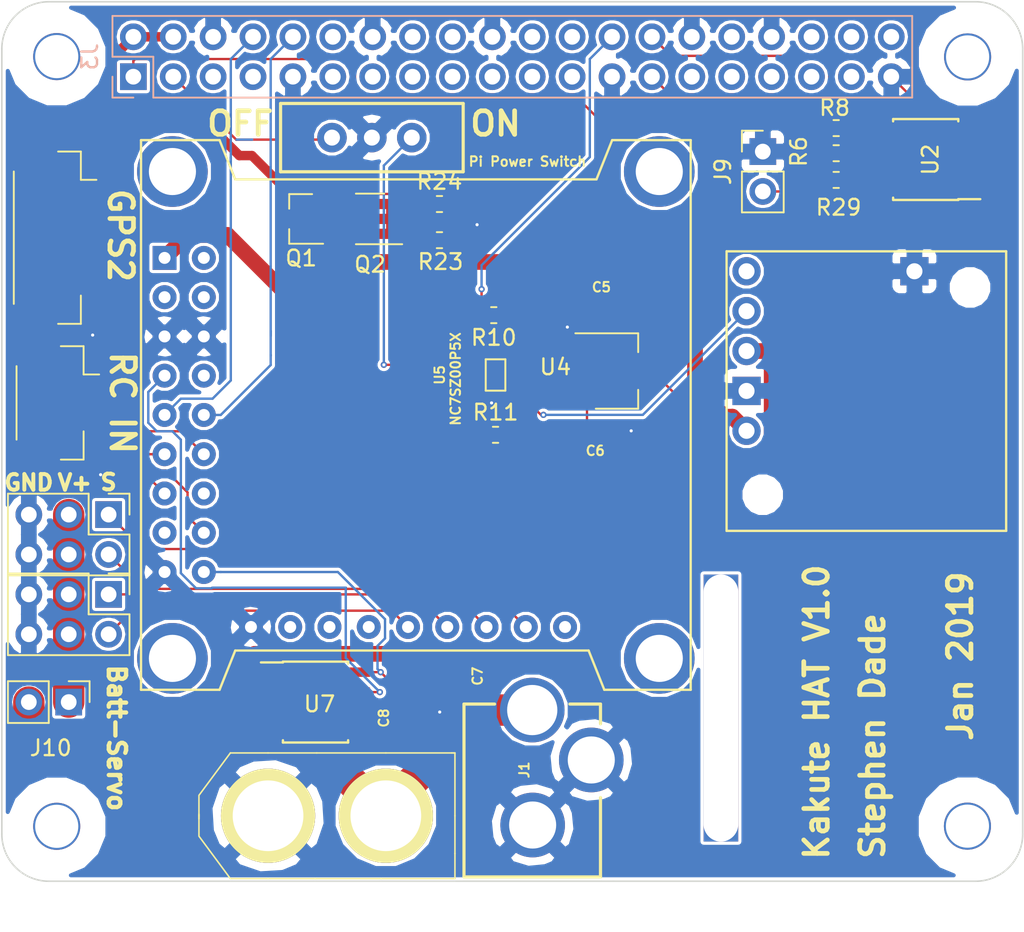
<source format=kicad_pcb>
(kicad_pcb (version 20171130) (host pcbnew "(5.0.1)-4")

  (general
    (thickness 1.6)
    (drawings 65)
    (tracks 309)
    (zones 0)
    (modules 34)
    (nets 67)
  )

  (page A4)
  (layers
    (0 F.Cu signal)
    (31 B.Cu signal)
    (32 B.Adhes user hide)
    (33 F.Adhes user hide)
    (34 B.Paste user)
    (35 F.Paste user)
    (36 B.SilkS user)
    (37 F.SilkS user)
    (38 B.Mask user)
    (39 F.Mask user)
    (40 Dwgs.User user hide)
    (41 Cmts.User user hide)
    (42 Eco1.User user hide)
    (43 Eco2.User user hide)
    (44 Edge.Cuts user)
    (45 Margin user)
    (46 B.CrtYd user)
    (47 F.CrtYd user)
    (48 B.Fab user)
    (49 F.Fab user hide)
  )

  (setup
    (last_trace_width 0.15)
    (user_trace_width 0.15)
    (user_trace_width 0.2)
    (user_trace_width 0.25)
    (user_trace_width 0.4)
    (user_trace_width 0.5)
    (user_trace_width 0.6)
    (user_trace_width 1)
    (user_trace_width 2)
    (trace_clearance 0.2)
    (zone_clearance 1)
    (zone_45_only yes)
    (trace_min 0.15)
    (segment_width 0.15)
    (edge_width 0.254)
    (via_size 0.4)
    (via_drill 0.2)
    (via_min_size 0.4)
    (via_min_drill 0.2)
    (uvia_size 0.3)
    (uvia_drill 0.1)
    (uvias_allowed no)
    (uvia_min_size 0.2)
    (uvia_min_drill 0.1)
    (pcb_text_width 0.3)
    (pcb_text_size 1.5 1.5)
    (mod_edge_width 0.15)
    (mod_text_size 0.6 0.6)
    (mod_text_width 0.09)
    (pad_size 2.2 17)
    (pad_drill 2.2)
    (pad_to_mask_clearance 0.1)
    (solder_mask_min_width 0.25)
    (aux_axis_origin 0 0)
    (visible_elements 7FFFFE3F)
    (pcbplotparams
      (layerselection 0x010f8_ffffffff)
      (usegerberextensions false)
      (usegerberattributes false)
      (usegerberadvancedattributes false)
      (creategerberjobfile false)
      (excludeedgelayer false)
      (linewidth 0.100000)
      (plotframeref false)
      (viasonmask false)
      (mode 1)
      (useauxorigin false)
      (hpglpennumber 1)
      (hpglpenspeed 20)
      (hpglpendiameter 15.000000)
      (psnegative false)
      (psa4output false)
      (plotreference true)
      (plotvalue false)
      (plotinvisibletext false)
      (padsonsilk true)
      (subtractmaskfromsilk false)
      (outputformat 1)
      (mirror false)
      (drillshape 0)
      (scaleselection 1)
      (outputdirectory "gerber"))
  )

  (net 0 "")
  (net 1 GND)
  (net 2 /ID_SD_EEPROM)
  (net 3 /ID_SC_EEPROM)
  (net 4 "Net-(Q1-Pad1)")
  (net 5 "Net-(Q2-Pad1)")
  (net 6 /P3V3_HAT)
  (net 7 /P5V_HAT)
  (net 8 /P5V)
  (net 9 "Net-(J9-Pad2)")
  (net 10 "Net-(J3-Pad5)")
  (net 11 "Net-(J3-Pad7)")
  (net 12 "Net-(J3-Pad11)")
  (net 13 "Net-(J3-Pad12)")
  (net 14 "Net-(J3-Pad13)")
  (net 15 "Net-(J3-Pad15)")
  (net 16 "Net-(J3-Pad16)")
  (net 17 "Net-(J3-Pad17)")
  (net 18 "Net-(J3-Pad18)")
  (net 19 "Net-(J3-Pad19)")
  (net 20 "Net-(J3-Pad21)")
  (net 21 "Net-(J3-Pad22)")
  (net 22 "Net-(J3-Pad23)")
  (net 23 "Net-(J3-Pad24)")
  (net 24 "Net-(J3-Pad29)")
  (net 25 "Net-(J3-Pad31)")
  (net 26 "Net-(J3-Pad32)")
  (net 27 "Net-(J3-Pad33)")
  (net 28 "Net-(J3-Pad35)")
  (net 29 "Net-(J3-Pad36)")
  (net 30 "Net-(J3-Pad37)")
  (net 31 "Net-(J3-Pad38)")
  (net 32 "Net-(J3-Pad40)")
  (net 33 /VIN_RAW)
  (net 34 VCC)
  (net 35 /PI_OFF)
  (net 36 /TELE_TO_FC)
  (net 37 /TELE_TO_PI)
  (net 38 /PWR_OFF)
  (net 39 "Net-(J4-Pad3)")
  (net 40 /FC_5V)
  (net 41 /RC_IN)
  (net 42 /FC_GPS_TX)
  (net 43 /FC_GPS_RX)
  (net 44 "Net-(J6-Pad4)")
  (net 45 "Net-(J6-Pad5)")
  (net 46 /FC_M4)
  (net 47 /FC_M3)
  (net 48 /FC_M2)
  (net 49 /FC_M1)
  (net 50 "Net-(U3-Pad2)")
  (net 51 /P_ENABLE)
  (net 52 "Net-(U6-Pad2)")
  (net 53 "Net-(U6-Pad3)")
  (net 54 "Net-(U6-Pad4)")
  (net 55 "Net-(U6-Pad8)")
  (net 56 "Net-(U6-Pad14)")
  (net 57 "Net-(U6-Pad15)")
  (net 58 "Net-(U6-Pad20)")
  (net 59 "Net-(U6-Pad21)")
  (net 60 "Net-(U6-Pad22)")
  (net 61 "Net-(U6-Pad27)")
  (net 62 /MOUT_V)
  (net 63 "Net-(C7-Pad1)")
  (net 64 /FC_3V3)
  (net 65 "Net-(J1-PadPWR)")
  (net 66 /FC_VI)

  (net_class Default "This is the default net class."
    (clearance 0.2)
    (trace_width 0.15)
    (via_dia 0.4)
    (via_drill 0.2)
    (uvia_dia 0.3)
    (uvia_drill 0.1)
    (add_net /FC_3V3)
    (add_net /FC_5V)
    (add_net /FC_GPS_RX)
    (add_net /FC_GPS_TX)
    (add_net /FC_M1)
    (add_net /FC_M2)
    (add_net /FC_M3)
    (add_net /FC_M4)
    (add_net /FC_VI)
    (add_net /ID_SC_EEPROM)
    (add_net /ID_SD_EEPROM)
    (add_net /MOUT_V)
    (add_net /P3V3_HAT)
    (add_net /P5V)
    (add_net /P5V_HAT)
    (add_net /PI_OFF)
    (add_net /PWR_OFF)
    (add_net /P_ENABLE)
    (add_net /RC_IN)
    (add_net /TELE_TO_FC)
    (add_net /TELE_TO_PI)
    (add_net /VIN_RAW)
    (add_net GND)
    (add_net "Net-(C7-Pad1)")
    (add_net "Net-(J1-PadPWR)")
    (add_net "Net-(J3-Pad11)")
    (add_net "Net-(J3-Pad12)")
    (add_net "Net-(J3-Pad13)")
    (add_net "Net-(J3-Pad15)")
    (add_net "Net-(J3-Pad16)")
    (add_net "Net-(J3-Pad17)")
    (add_net "Net-(J3-Pad18)")
    (add_net "Net-(J3-Pad19)")
    (add_net "Net-(J3-Pad21)")
    (add_net "Net-(J3-Pad22)")
    (add_net "Net-(J3-Pad23)")
    (add_net "Net-(J3-Pad24)")
    (add_net "Net-(J3-Pad29)")
    (add_net "Net-(J3-Pad31)")
    (add_net "Net-(J3-Pad32)")
    (add_net "Net-(J3-Pad33)")
    (add_net "Net-(J3-Pad35)")
    (add_net "Net-(J3-Pad36)")
    (add_net "Net-(J3-Pad37)")
    (add_net "Net-(J3-Pad38)")
    (add_net "Net-(J3-Pad40)")
    (add_net "Net-(J3-Pad5)")
    (add_net "Net-(J3-Pad7)")
    (add_net "Net-(J4-Pad3)")
    (add_net "Net-(J6-Pad4)")
    (add_net "Net-(J6-Pad5)")
    (add_net "Net-(J9-Pad2)")
    (add_net "Net-(Q1-Pad1)")
    (add_net "Net-(Q2-Pad1)")
    (add_net "Net-(U3-Pad2)")
    (add_net "Net-(U6-Pad14)")
    (add_net "Net-(U6-Pad15)")
    (add_net "Net-(U6-Pad2)")
    (add_net "Net-(U6-Pad20)")
    (add_net "Net-(U6-Pad21)")
    (add_net "Net-(U6-Pad22)")
    (add_net "Net-(U6-Pad27)")
    (add_net "Net-(U6-Pad3)")
    (add_net "Net-(U6-Pad4)")
    (add_net "Net-(U6-Pad8)")
    (add_net VCC)
  )

  (module "Kakute:Kakute F4 V2" (layer F.Cu) (tedit 5C2C5430) (tstamp 5C2AC57C)
    (at 87.408 69.628)
    (path /5C29D893)
    (fp_text reference U6 (at 14.712 19.018) (layer F.SilkS) hide
      (effects (font (size 1 1) (thickness 0.15)))
    )
    (fp_text value KakuteF4_V2 (at 18 15) (layer F.Fab)
      (effects (font (size 1 1) (thickness 0.15)))
    )
    (fp_line (start 0 35) (end 0 0) (layer F.SilkS) (width 0.15))
    (fp_line (start 5 35) (end 0 35) (layer F.SilkS) (width 0.15))
    (fp_line (start 6 32.5) (end 5 35) (layer F.SilkS) (width 0.15))
    (fp_line (start 28.5 32.5) (end 6 32.5) (layer F.SilkS) (width 0.15))
    (fp_line (start 29.5 35) (end 28.5 32.5) (layer F.SilkS) (width 0.15))
    (fp_line (start 35 35) (end 29.5 35) (layer F.SilkS) (width 0.15))
    (fp_line (start 35 0) (end 35 35) (layer F.SilkS) (width 0.15))
    (fp_line (start 30 0) (end 35 0) (layer F.SilkS) (width 0.15))
    (fp_line (start 29 2.5) (end 30 0) (layer F.SilkS) (width 0.15))
    (fp_line (start 6 2.5) (end 29 2.5) (layer F.SilkS) (width 0.15))
    (fp_line (start 5 0) (end 6 2.5) (layer F.SilkS) (width 0.15))
    (fp_line (start 0 0) (end 5 0) (layer F.SilkS) (width 0.15))
    (pad 27 thru_hole circle (at 27 31) (size 1.524 1.524) (drill 0.762) (layers *.Cu *.Mask)
      (net 61 "Net-(U6-Pad27)"))
    (pad 26 thru_hole circle (at 24.5 31) (size 1.524 1.524) (drill 0.762) (layers *.Cu *.Mask)
      (net 49 /FC_M1))
    (pad 25 thru_hole circle (at 22 31) (size 1.524 1.524) (drill 0.762) (layers *.Cu *.Mask)
      (net 48 /FC_M2))
    (pad 24 thru_hole circle (at 19.5 31) (size 1.524 1.524) (drill 0.762) (layers *.Cu *.Mask)
      (net 47 /FC_M3))
    (pad 23 thru_hole circle (at 17 31) (size 1.524 1.524) (drill 0.762) (layers *.Cu *.Mask)
      (net 46 /FC_M4))
    (pad 22 thru_hole circle (at 14.5 31) (size 1.524 1.524) (drill 0.762) (layers *.Cu *.Mask)
      (net 60 "Net-(U6-Pad22)"))
    (pad 21 thru_hole circle (at 12 31) (size 1.524 1.524) (drill 0.762) (layers *.Cu *.Mask)
      (net 59 "Net-(U6-Pad21)"))
    (pad 20 thru_hole circle (at 9.5 31) (size 1.524 1.524) (drill 0.762) (layers *.Cu *.Mask)
      (net 58 "Net-(U6-Pad20)"))
    (pad 19 thru_hole circle (at 7 31) (size 1.524 1.524) (drill 0.762) (layers *.Cu *.Mask)
      (net 1 GND))
    (pad 18 thru_hole circle (at 4 27.5) (size 1.524 1.524) (drill 0.762) (layers *.Cu *.Mask)
      (net 64 /FC_3V3))
    (pad 17 thru_hole circle (at 1.5 27.5) (size 1.524 1.524) (drill 0.762) (layers *.Cu *.Mask)
      (net 1 GND))
    (pad 16 thru_hole circle (at 4 25) (size 1.524 1.524) (drill 0.762) (layers *.Cu *.Mask)
      (net 40 /FC_5V))
    (pad 15 thru_hole circle (at 1.5 25) (size 1.524 1.524) (drill 0.762) (layers *.Cu *.Mask)
      (net 57 "Net-(U6-Pad15)"))
    (pad 14 thru_hole circle (at 4 22.5) (size 1.524 1.524) (drill 0.762) (layers *.Cu *.Mask)
      (net 56 "Net-(U6-Pad14)"))
    (pad 13 thru_hole circle (at 1.5 22.5) (size 1.524 1.524) (drill 0.762) (layers *.Cu *.Mask)
      (net 41 /RC_IN))
    (pad 12 thru_hole circle (at 4 20) (size 1.524 1.524) (drill 0.762) (layers *.Cu *.Mask)
      (net 42 /FC_GPS_TX))
    (pad 11 thru_hole circle (at 1.5 20) (size 1.524 1.524) (drill 0.762) (layers *.Cu *.Mask)
      (net 43 /FC_GPS_RX))
    (pad 10 thru_hole circle (at 4 17.5) (size 1.524 1.524) (drill 0.762) (layers *.Cu *.Mask)
      (net 37 /TELE_TO_PI))
    (pad 9 thru_hole circle (at 1.5 17.5) (size 1.524 1.524) (drill 0.762) (layers *.Cu *.Mask)
      (net 36 /TELE_TO_FC))
    (pad 8 thru_hole circle (at 4 15) (size 1.524 1.524) (drill 0.762) (layers *.Cu *.Mask)
      (net 55 "Net-(U6-Pad8)"))
    (pad 7 thru_hole circle (at 1.5 15) (size 1.524 1.524) (drill 0.762) (layers *.Cu *.Mask)
      (net 66 /FC_VI))
    (pad 6 thru_hole circle (at 4 12.5) (size 1.524 1.524) (drill 0.762) (layers *.Cu *.Mask)
      (net 1 GND))
    (pad 5 thru_hole circle (at 1.5 12.5) (size 1.524 1.524) (drill 0.762) (layers *.Cu *.Mask)
      (net 1 GND))
    (pad 4 thru_hole circle (at 4 10) (size 1.524 1.524) (drill 0.762) (layers *.Cu *.Mask)
      (net 54 "Net-(U6-Pad4)"))
    (pad 3 thru_hole circle (at 1.5 10) (size 1.524 1.524) (drill 0.762) (layers *.Cu *.Mask)
      (net 53 "Net-(U6-Pad3)"))
    (pad 2 thru_hole circle (at 4 7.5) (size 1.524 1.524) (drill 0.762) (layers *.Cu *.Mask)
      (net 52 "Net-(U6-Pad2)"))
    (pad 1 thru_hole rect (at 1.5 7.5) (size 1.524 1.524) (drill 0.762) (layers *.Cu *.Mask)
      (net 33 /VIN_RAW))
    (pad "" np_thru_hole circle (at 2 33) (size 4.5 4.5) (drill 3) (layers *.Cu *.Mask))
    (pad "" np_thru_hole circle (at 33 33) (size 4.5 4.5) (drill 3) (layers *.Cu *.Mask))
    (pad "" np_thru_hole circle (at 33 2) (size 4.5 4.5) (drill 3) (layers *.Cu *.Mask))
    (pad "" np_thru_hole circle (at 2 2) (size 4.5 4.5) (drill 3) (layers *.Cu *.Mask))
  )

  (module Connector_PinHeader_2.54mm:PinHeader_1x02_P2.54mm_Vertical (layer F.Cu) (tedit 59FED5CC) (tstamp 5C2C0A7F)
    (at 127 70.358)
    (descr "Through hole straight pin header, 1x02, 2.54mm pitch, single row")
    (tags "Through hole pin header THT 1x02 2.54mm single row")
    (path /58E18D32)
    (fp_text reference J9 (at -2.54 1.27 90) (layer F.SilkS)
      (effects (font (size 1 1) (thickness 0.15)))
    )
    (fp_text value WP (at -1.9 1.3 90) (layer F.Fab)
      (effects (font (size 0.6 0.6) (thickness 0.09)))
    )
    (fp_text user %R (at 0 1.27 90) (layer F.Fab)
      (effects (font (size 1 1) (thickness 0.15)))
    )
    (fp_line (start 1.8 -1.8) (end -1.8 -1.8) (layer F.CrtYd) (width 0.05))
    (fp_line (start 1.8 4.35) (end 1.8 -1.8) (layer F.CrtYd) (width 0.05))
    (fp_line (start -1.8 4.35) (end 1.8 4.35) (layer F.CrtYd) (width 0.05))
    (fp_line (start -1.8 -1.8) (end -1.8 4.35) (layer F.CrtYd) (width 0.05))
    (fp_line (start -1.33 -1.33) (end 0 -1.33) (layer F.SilkS) (width 0.12))
    (fp_line (start -1.33 0) (end -1.33 -1.33) (layer F.SilkS) (width 0.12))
    (fp_line (start -1.33 1.27) (end 1.33 1.27) (layer F.SilkS) (width 0.12))
    (fp_line (start 1.33 1.27) (end 1.33 3.87) (layer F.SilkS) (width 0.12))
    (fp_line (start -1.33 1.27) (end -1.33 3.87) (layer F.SilkS) (width 0.12))
    (fp_line (start -1.33 3.87) (end 1.33 3.87) (layer F.SilkS) (width 0.12))
    (fp_line (start -1.27 -0.635) (end -0.635 -1.27) (layer F.Fab) (width 0.1))
    (fp_line (start -1.27 3.81) (end -1.27 -0.635) (layer F.Fab) (width 0.1))
    (fp_line (start 1.27 3.81) (end -1.27 3.81) (layer F.Fab) (width 0.1))
    (fp_line (start 1.27 -1.27) (end 1.27 3.81) (layer F.Fab) (width 0.1))
    (fp_line (start -0.635 -1.27) (end 1.27 -1.27) (layer F.Fab) (width 0.1))
    (pad 2 thru_hole oval (at 0 2.54) (size 1.7 1.7) (drill 1) (layers *.Cu *.Mask)
      (net 9 "Net-(J9-Pad2)"))
    (pad 1 thru_hole rect (at 0 0) (size 1.7 1.7) (drill 1) (layers *.Cu *.Mask)
      (net 1 GND))
    (model ${KISYS3DMOD}/Connector_PinHeader_2.54mm.3dshapes/PinHeader_1x02_P2.54mm_Vertical.wrl
      (at (xyz 0 0 0))
      (scale (xyz 1 1 1))
      (rotate (xyz 0 0 0))
    )
  )

  (module Connector_PinSocket_2.54mm:PinSocket_2x20_P2.54mm_Vertical locked (layer B.Cu) (tedit 5A19A433) (tstamp 5A78A50E)
    (at 86.92 65.59 270)
    (descr "Through hole straight socket strip, 2x20, 2.54mm pitch, double cols (from Kicad 4.0.7), script generated")
    (tags "Through hole socket strip THT 2x20 2.54mm double row")
    (path /58DFC771)
    (fp_text reference J3 (at -1.27 2.77 270) (layer B.SilkS)
      (effects (font (size 1 1) (thickness 0.15)) (justify mirror))
    )
    (fp_text value 40HAT (at -1.27 -51.03 270) (layer B.Fab)
      (effects (font (size 0.6 0.6) (thickness 0.09)) (justify mirror))
    )
    (fp_text user %R (at -1.27 -24.13 180) (layer B.Fab)
      (effects (font (size 1 1) (thickness 0.15)) (justify mirror))
    )
    (fp_line (start -4.34 -50) (end -4.34 1.8) (layer B.CrtYd) (width 0.05))
    (fp_line (start 1.76 -50) (end -4.34 -50) (layer B.CrtYd) (width 0.05))
    (fp_line (start 1.76 1.8) (end 1.76 -50) (layer B.CrtYd) (width 0.05))
    (fp_line (start -4.34 1.8) (end 1.76 1.8) (layer B.CrtYd) (width 0.05))
    (fp_line (start 0 1.33) (end 1.33 1.33) (layer B.SilkS) (width 0.12))
    (fp_line (start 1.33 1.33) (end 1.33 0) (layer B.SilkS) (width 0.12))
    (fp_line (start -1.27 1.33) (end -1.27 -1.27) (layer B.SilkS) (width 0.12))
    (fp_line (start -1.27 -1.27) (end 1.33 -1.27) (layer B.SilkS) (width 0.12))
    (fp_line (start 1.33 -1.27) (end 1.33 -49.59) (layer B.SilkS) (width 0.12))
    (fp_line (start -3.87 -49.59) (end 1.33 -49.59) (layer B.SilkS) (width 0.12))
    (fp_line (start -3.87 1.33) (end -3.87 -49.59) (layer B.SilkS) (width 0.12))
    (fp_line (start -3.87 1.33) (end -1.27 1.33) (layer B.SilkS) (width 0.12))
    (fp_line (start -3.81 -49.53) (end -3.81 1.27) (layer B.Fab) (width 0.1))
    (fp_line (start 1.27 -49.53) (end -3.81 -49.53) (layer B.Fab) (width 0.1))
    (fp_line (start 1.27 0.27) (end 1.27 -49.53) (layer B.Fab) (width 0.1))
    (fp_line (start 0.27 1.27) (end 1.27 0.27) (layer B.Fab) (width 0.1))
    (fp_line (start -3.81 1.27) (end 0.27 1.27) (layer B.Fab) (width 0.1))
    (pad 40 thru_hole oval (at -2.54 -48.26 270) (size 1.7 1.7) (drill 1) (layers *.Cu *.Mask)
      (net 32 "Net-(J3-Pad40)"))
    (pad 39 thru_hole oval (at 0 -48.26 270) (size 1.7 1.7) (drill 1) (layers *.Cu *.Mask)
      (net 1 GND))
    (pad 38 thru_hole oval (at -2.54 -45.72 270) (size 1.7 1.7) (drill 1) (layers *.Cu *.Mask)
      (net 31 "Net-(J3-Pad38)"))
    (pad 37 thru_hole oval (at 0 -45.72 270) (size 1.7 1.7) (drill 1) (layers *.Cu *.Mask)
      (net 30 "Net-(J3-Pad37)"))
    (pad 36 thru_hole oval (at -2.54 -43.18 270) (size 1.7 1.7) (drill 1) (layers *.Cu *.Mask)
      (net 29 "Net-(J3-Pad36)"))
    (pad 35 thru_hole oval (at 0 -43.18 270) (size 1.7 1.7) (drill 1) (layers *.Cu *.Mask)
      (net 28 "Net-(J3-Pad35)"))
    (pad 34 thru_hole oval (at -2.54 -40.64 270) (size 1.7 1.7) (drill 1) (layers *.Cu *.Mask)
      (net 1 GND))
    (pad 33 thru_hole oval (at 0 -40.64 270) (size 1.7 1.7) (drill 1) (layers *.Cu *.Mask)
      (net 27 "Net-(J3-Pad33)"))
    (pad 32 thru_hole oval (at -2.54 -38.1 270) (size 1.7 1.7) (drill 1) (layers *.Cu *.Mask)
      (net 26 "Net-(J3-Pad32)"))
    (pad 31 thru_hole oval (at 0 -38.1 270) (size 1.7 1.7) (drill 1) (layers *.Cu *.Mask)
      (net 25 "Net-(J3-Pad31)"))
    (pad 30 thru_hole oval (at -2.54 -35.56 270) (size 1.7 1.7) (drill 1) (layers *.Cu *.Mask)
      (net 1 GND))
    (pad 29 thru_hole oval (at 0 -35.56 270) (size 1.7 1.7) (drill 1) (layers *.Cu *.Mask)
      (net 24 "Net-(J3-Pad29)"))
    (pad 28 thru_hole oval (at -2.54 -33.02 270) (size 1.7 1.7) (drill 1) (layers *.Cu *.Mask)
      (net 3 /ID_SC_EEPROM))
    (pad 27 thru_hole oval (at 0 -33.02 270) (size 1.7 1.7) (drill 1) (layers *.Cu *.Mask)
      (net 2 /ID_SD_EEPROM))
    (pad 26 thru_hole oval (at -2.54 -30.48 270) (size 1.7 1.7) (drill 1) (layers *.Cu *.Mask)
      (net 38 /PWR_OFF))
    (pad 25 thru_hole oval (at 0 -30.48 270) (size 1.7 1.7) (drill 1) (layers *.Cu *.Mask)
      (net 1 GND))
    (pad 24 thru_hole oval (at -2.54 -27.94 270) (size 1.7 1.7) (drill 1) (layers *.Cu *.Mask)
      (net 23 "Net-(J3-Pad24)"))
    (pad 23 thru_hole oval (at 0 -27.94 270) (size 1.7 1.7) (drill 1) (layers *.Cu *.Mask)
      (net 22 "Net-(J3-Pad23)"))
    (pad 22 thru_hole oval (at -2.54 -25.4 270) (size 1.7 1.7) (drill 1) (layers *.Cu *.Mask)
      (net 21 "Net-(J3-Pad22)"))
    (pad 21 thru_hole oval (at 0 -25.4 270) (size 1.7 1.7) (drill 1) (layers *.Cu *.Mask)
      (net 20 "Net-(J3-Pad21)"))
    (pad 20 thru_hole oval (at -2.54 -22.86 270) (size 1.7 1.7) (drill 1) (layers *.Cu *.Mask)
      (net 1 GND))
    (pad 19 thru_hole oval (at 0 -22.86 270) (size 1.7 1.7) (drill 1) (layers *.Cu *.Mask)
      (net 19 "Net-(J3-Pad19)"))
    (pad 18 thru_hole oval (at -2.54 -20.32 270) (size 1.7 1.7) (drill 1) (layers *.Cu *.Mask)
      (net 18 "Net-(J3-Pad18)"))
    (pad 17 thru_hole oval (at 0 -20.32 270) (size 1.7 1.7) (drill 1) (layers *.Cu *.Mask)
      (net 17 "Net-(J3-Pad17)"))
    (pad 16 thru_hole oval (at -2.54 -17.78 270) (size 1.7 1.7) (drill 1) (layers *.Cu *.Mask)
      (net 16 "Net-(J3-Pad16)"))
    (pad 15 thru_hole oval (at 0 -17.78 270) (size 1.7 1.7) (drill 1) (layers *.Cu *.Mask)
      (net 15 "Net-(J3-Pad15)"))
    (pad 14 thru_hole oval (at -2.54 -15.24 270) (size 1.7 1.7) (drill 1) (layers *.Cu *.Mask)
      (net 1 GND))
    (pad 13 thru_hole oval (at 0 -15.24 270) (size 1.7 1.7) (drill 1) (layers *.Cu *.Mask)
      (net 14 "Net-(J3-Pad13)"))
    (pad 12 thru_hole oval (at -2.54 -12.7 270) (size 1.7 1.7) (drill 1) (layers *.Cu *.Mask)
      (net 13 "Net-(J3-Pad12)"))
    (pad 11 thru_hole oval (at 0 -12.7 270) (size 1.7 1.7) (drill 1) (layers *.Cu *.Mask)
      (net 12 "Net-(J3-Pad11)"))
    (pad 10 thru_hole oval (at -2.54 -10.16 270) (size 1.7 1.7) (drill 1) (layers *.Cu *.Mask)
      (net 37 /TELE_TO_PI))
    (pad 9 thru_hole oval (at 0 -10.16 270) (size 1.7 1.7) (drill 1) (layers *.Cu *.Mask)
      (net 1 GND))
    (pad 8 thru_hole oval (at -2.54 -7.62 270) (size 1.7 1.7) (drill 1) (layers *.Cu *.Mask)
      (net 36 /TELE_TO_FC))
    (pad 7 thru_hole oval (at 0 -7.62 270) (size 1.7 1.7) (drill 1) (layers *.Cu *.Mask)
      (net 11 "Net-(J3-Pad7)"))
    (pad 6 thru_hole oval (at -2.54 -5.08 270) (size 1.7 1.7) (drill 1) (layers *.Cu *.Mask)
      (net 1 GND))
    (pad 5 thru_hole oval (at 0 -5.08 270) (size 1.7 1.7) (drill 1) (layers *.Cu *.Mask)
      (net 10 "Net-(J3-Pad5)"))
    (pad 4 thru_hole oval (at -2.54 -2.54 270) (size 1.7 1.7) (drill 1) (layers *.Cu *.Mask)
      (net 7 /P5V_HAT))
    (pad 3 thru_hole oval (at 0 -2.54 270) (size 1.7 1.7) (drill 1) (layers *.Cu *.Mask)
      (net 35 /PI_OFF))
    (pad 2 thru_hole oval (at -2.54 0 270) (size 1.7 1.7) (drill 1) (layers *.Cu *.Mask)
      (net 7 /P5V_HAT))
    (pad 1 thru_hole rect (at 0 0 270) (size 1.7 1.7) (drill 1) (layers *.Cu *.Mask)
      (net 6 /P3V3_HAT))
    (model ${KISYS3DMOD}/Connector_PinSocket_2.54mm.3dshapes/PinSocket_2x20_P2.54mm_Vertical.wrl
      (at (xyz 0 0 0))
      (scale (xyz 1 1 1))
      (rotate (xyz 0 0 0))
    )
  )

  (module Package_TO_SOT_SMD:SOT-23 (layer F.Cu) (tedit 5A02FF57) (tstamp 5A78A4DE)
    (at 97.603386 74.645658 180)
    (descr "SOT-23, Standard")
    (tags SOT-23)
    (path /58E14EB1)
    (attr smd)
    (fp_text reference Q1 (at 0 -2.5 180) (layer F.SilkS)
      (effects (font (size 1 1) (thickness 0.15)))
    )
    (fp_text value DMG2305UX (at 1.494 2.036) (layer F.Fab)
      (effects (font (size 0.6 0.6) (thickness 0.09)))
    )
    (fp_line (start 0.76 1.58) (end -0.7 1.58) (layer F.SilkS) (width 0.12))
    (fp_line (start 0.76 -1.58) (end -1.4 -1.58) (layer F.SilkS) (width 0.12))
    (fp_line (start -1.7 1.75) (end -1.7 -1.75) (layer F.CrtYd) (width 0.05))
    (fp_line (start 1.7 1.75) (end -1.7 1.75) (layer F.CrtYd) (width 0.05))
    (fp_line (start 1.7 -1.75) (end 1.7 1.75) (layer F.CrtYd) (width 0.05))
    (fp_line (start -1.7 -1.75) (end 1.7 -1.75) (layer F.CrtYd) (width 0.05))
    (fp_line (start 0.76 -1.58) (end 0.76 -0.65) (layer F.SilkS) (width 0.12))
    (fp_line (start 0.76 1.58) (end 0.76 0.65) (layer F.SilkS) (width 0.12))
    (fp_line (start -0.7 1.52) (end 0.7 1.52) (layer F.Fab) (width 0.1))
    (fp_line (start 0.7 -1.52) (end 0.7 1.52) (layer F.Fab) (width 0.1))
    (fp_line (start -0.7 -0.95) (end -0.15 -1.52) (layer F.Fab) (width 0.1))
    (fp_line (start -0.15 -1.52) (end 0.7 -1.52) (layer F.Fab) (width 0.1))
    (fp_line (start -0.7 -0.95) (end -0.7 1.5) (layer F.Fab) (width 0.1))
    (fp_text user %R (at 0 0 270) (layer F.Fab)
      (effects (font (size 0.5 0.5) (thickness 0.075)))
    )
    (pad 3 smd rect (at 1 0 180) (size 0.9 0.8) (layers F.Cu F.Paste F.Mask)
      (net 8 /P5V))
    (pad 2 smd rect (at -1 0.95 180) (size 0.9 0.8) (layers F.Cu F.Paste F.Mask)
      (net 7 /P5V_HAT))
    (pad 1 smd rect (at -1 -0.95 180) (size 0.9 0.8) (layers F.Cu F.Paste F.Mask)
      (net 4 "Net-(Q1-Pad1)"))
    (model ${KISYS3DMOD}/Package_TO_SOT_SMD.3dshapes/SOT-23.wrl
      (at (xyz 0 0 0))
      (scale (xyz 1 1 1))
      (rotate (xyz 0 0 0))
    )
  )

  (module project_footprints:NPTH_3mm_ID locked (layer F.Cu) (tedit 58E34364) (tstamp 58E3B082)
    (at 82.04 64.31)
    (path /5834BC4A)
    (fp_text reference H1 (at 0.06 0.09) (layer F.SilkS)
      (effects (font (size 1 1) (thickness 0.15)))
    )
    (fp_text value 3mm_Mounting_Hole (at 0 -2.7) (layer F.Fab) hide
      (effects (font (size 0.6 0.6) (thickness 0.09)))
    )
    (pad "" np_thru_hole circle (at 0 0) (size 3 3) (drill 2.75) (layers *.Cu *.Mask)
      (clearance 1.6))
  )

  (module project_footprints:NPTH_3mm_ID locked (layer F.Cu) (tedit 58E34364) (tstamp 58E3B086)
    (at 140.04 64.33)
    (path /5834BCDF)
    (fp_text reference H2 (at 0.06 0.09) (layer F.SilkS)
      (effects (font (size 1 1) (thickness 0.15)))
    )
    (fp_text value 3mm_Mounting_Hole (at 0 -2.7) (layer F.Fab) hide
      (effects (font (size 0.6 0.6) (thickness 0.09)))
    )
    (pad "" np_thru_hole circle (at 0 0) (size 3 3) (drill 2.75) (layers *.Cu *.Mask)
      (clearance 1.6))
  )

  (module project_footprints:NPTH_3mm_ID locked (layer F.Cu) (tedit 58E34364) (tstamp 58E3B08A)
    (at 82.04 113.32)
    (path /5834BD62)
    (fp_text reference H3 (at 0.06 0.09) (layer F.SilkS)
      (effects (font (size 1 1) (thickness 0.15)))
    )
    (fp_text value 3mm_Mounting_Hole (at 0 -2.7) (layer F.Fab) hide
      (effects (font (size 0.6 0.6) (thickness 0.09)))
    )
    (pad "" np_thru_hole circle (at 0 0) (size 3 3) (drill 2.75) (layers *.Cu *.Mask)
      (clearance 1.6))
  )

  (module project_footprints:NPTH_3mm_ID locked (layer F.Cu) (tedit 58E34364) (tstamp 58E3B08E)
    (at 140.03 113.31)
    (path /5834BDED)
    (fp_text reference H4 (at 0.06 0.09) (layer F.SilkS)
      (effects (font (size 1 1) (thickness 0.15)))
    )
    (fp_text value 3mm_Mounting_Hole (at 0 -2.7) (layer F.Fab) hide
      (effects (font (size 0.6 0.6) (thickness 0.09)))
    )
    (pad "" np_thru_hole circle (at 0 0) (size 3 3) (drill 2.75) (layers *.Cu *.Mask)
      (clearance 1.6))
  )

  (module xt60:XT60 (layer F.Cu) (tedit 572BCE8E) (tstamp 5C2AC437)
    (at 95.497 112.649)
    (path /5C292A7B)
    (fp_text reference J2 (at 3.944 2.794) (layer F.SilkS) hide
      (effects (font (size 1 1) (thickness 0.15)))
    )
    (fp_text value XT60 (at 3.2 -5.9) (layer F.Fab)
      (effects (font (size 1 1) (thickness 0.15)))
    )
    (fp_line (start 7.2 4) (end 3 4) (layer F.SilkS) (width 0.1))
    (fp_line (start 7.5 -4) (end 3.1 -4) (layer F.SilkS) (width 0.1))
    (fp_line (start 11.9 0) (end 11.9 2.4) (layer F.SilkS) (width 0.1))
    (fp_line (start -4.4 -0.1) (end -4.4 0.2) (layer F.SilkS) (width 0.1))
    (fp_line (start 3.1 -4) (end 0 -4) (layer F.SilkS) (width 0.1))
    (fp_line (start 0 -4) (end -2.4 -4) (layer F.SilkS) (width 0.1))
    (fp_line (start 3 4) (end 0 4) (layer F.SilkS) (width 0.1))
    (fp_line (start 0 4) (end -2.4 4) (layer F.SilkS) (width 0.1))
    (fp_line (start -4.4 0) (end -4.4 -1.25) (layer F.SilkS) (width 0.1))
    (fp_line (start -4.4 0) (end -4.4 1.25) (layer F.SilkS) (width 0.1))
    (fp_line (start -2.4 -4) (end -4.4 -1.3) (layer F.SilkS) (width 0.1))
    (fp_line (start -2.4 4) (end -4.4 1.3) (layer F.SilkS) (width 0.1))
    (fp_line (start 11.9 -4) (end 11.9 0) (layer F.SilkS) (width 0.1))
    (fp_line (start 11.8 -4) (end 11.9 -4) (layer F.SilkS) (width 0.1))
    (fp_line (start 11.7 -4) (end 11.8 -4) (layer F.SilkS) (width 0.1))
    (fp_line (start 7.5 -4) (end 11.7 -4) (layer F.SilkS) (width 0.1))
    (fp_line (start 11.9 4) (end 11.9 2.4) (layer F.SilkS) (width 0.1))
    (fp_line (start 7.2 4) (end 11.9 4) (layer F.SilkS) (width 0.1))
    (pad 2 thru_hole circle (at 7.5 0) (size 6 6) (drill 4.5) (layers *.Cu *.Mask F.SilkS)
      (net 65 "Net-(J1-PadPWR)"))
    (pad 1 thru_hole circle (at 0 0) (size 6 6) (drill 4.5) (layers *.Cu *.Mask F.SilkS)
      (net 1 GND))
  )

  (module Connector_JST:JST_GH_SM03B-GHS-TB_1x03-1MP_P1.25mm_Horizontal (layer F.Cu) (tedit 5B78AD87) (tstamp 5C2ACA1E)
    (at 82.042 86.36 270)
    (descr "JST GH series connector, SM03B-GHS-TB (http://www.jst-mfg.com/product/pdf/eng/eGH.pdf), generated with kicad-footprint-generator")
    (tags "connector JST GH top entry")
    (path /5C2D67D3)
    (attr smd)
    (fp_text reference J5 (at 0 1.016) (layer F.SilkS) hide
      (effects (font (size 1 1) (thickness 0.15)))
    )
    (fp_text value RC_IN (at 0 3.9 270) (layer F.Fab)
      (effects (font (size 1 1) (thickness 0.15)))
    )
    (fp_text user %R (at 0 0 270) (layer F.Fab)
      (effects (font (size 1 1) (thickness 0.15)))
    )
    (fp_line (start -1.25 -0.892893) (end -0.75 -1.6) (layer F.Fab) (width 0.1))
    (fp_line (start -1.75 -1.6) (end -1.25 -0.892893) (layer F.Fab) (width 0.1))
    (fp_line (start 4.1 -3.2) (end -4.1 -3.2) (layer F.CrtYd) (width 0.05))
    (fp_line (start 4.1 3.2) (end 4.1 -3.2) (layer F.CrtYd) (width 0.05))
    (fp_line (start -4.1 3.2) (end 4.1 3.2) (layer F.CrtYd) (width 0.05))
    (fp_line (start -4.1 -3.2) (end -4.1 3.2) (layer F.CrtYd) (width 0.05))
    (fp_line (start 3.5 -1.6) (end 3.5 2.45) (layer F.Fab) (width 0.1))
    (fp_line (start -3.5 -1.6) (end -3.5 2.45) (layer F.Fab) (width 0.1))
    (fp_line (start -3.5 2.45) (end 3.5 2.45) (layer F.Fab) (width 0.1))
    (fp_line (start -2.34 2.56) (end 2.34 2.56) (layer F.SilkS) (width 0.12))
    (fp_line (start 3.61 -1.71) (end 1.81 -1.71) (layer F.SilkS) (width 0.12))
    (fp_line (start 3.61 -0.26) (end 3.61 -1.71) (layer F.SilkS) (width 0.12))
    (fp_line (start -1.81 -1.71) (end -1.81 -2.7) (layer F.SilkS) (width 0.12))
    (fp_line (start -3.61 -1.71) (end -1.81 -1.71) (layer F.SilkS) (width 0.12))
    (fp_line (start -3.61 -0.26) (end -3.61 -1.71) (layer F.SilkS) (width 0.12))
    (fp_line (start -3.5 -1.6) (end 3.5 -1.6) (layer F.Fab) (width 0.1))
    (pad MP smd roundrect (at 3.1 1.35 270) (size 1 2.7) (layers F.Cu F.Paste F.Mask) (roundrect_rratio 0.25))
    (pad MP smd roundrect (at -3.1 1.35 270) (size 1 2.7) (layers F.Cu F.Paste F.Mask) (roundrect_rratio 0.25))
    (pad 3 smd roundrect (at 1.25 -1.85 270) (size 0.6 1.7) (layers F.Cu F.Paste F.Mask) (roundrect_rratio 0.25)
      (net 1 GND))
    (pad 2 smd roundrect (at 0 -1.85 270) (size 0.6 1.7) (layers F.Cu F.Paste F.Mask) (roundrect_rratio 0.25)
      (net 41 /RC_IN))
    (pad 1 smd roundrect (at -1.25 -1.85 270) (size 0.6 1.7) (layers F.Cu F.Paste F.Mask) (roundrect_rratio 0.25)
      (net 40 /FC_5V))
    (model ${KISYS3DMOD}/Connector_JST.3dshapes/JST_GH_SM03B-GHS-TB_1x03-1MP_P1.25mm_Horizontal.wrl
      (at (xyz 0 0 0))
      (scale (xyz 1 1 1))
      (rotate (xyz 0 0 0))
    )
  )

  (module Connector_JST:JST_GH_SM06B-GHS-TB_1x06-1MP_P1.25mm_Horizontal (layer F.Cu) (tedit 5B78AD87) (tstamp 5C2AC485)
    (at 81.868 75.841 270)
    (descr "JST GH series connector, SM06B-GHS-TB (http://www.jst-mfg.com/product/pdf/eng/eGH.pdf), generated with kicad-footprint-generator")
    (tags "connector JST GH top entry")
    (path /5C2D68D2)
    (attr smd)
    (fp_text reference J6 (at -0.403 0.842) (layer F.SilkS) hide
      (effects (font (size 1 1) (thickness 0.15)))
    )
    (fp_text value GPS2 (at 0 3.9 270) (layer F.Fab)
      (effects (font (size 1 1) (thickness 0.15)))
    )
    (fp_text user %R (at 0 0 270) (layer F.Fab)
      (effects (font (size 1 1) (thickness 0.15)))
    )
    (fp_line (start -3.125 -0.892893) (end -2.625 -1.6) (layer F.Fab) (width 0.1))
    (fp_line (start -3.625 -1.6) (end -3.125 -0.892893) (layer F.Fab) (width 0.1))
    (fp_line (start 5.98 -3.2) (end -5.98 -3.2) (layer F.CrtYd) (width 0.05))
    (fp_line (start 5.98 3.2) (end 5.98 -3.2) (layer F.CrtYd) (width 0.05))
    (fp_line (start -5.98 3.2) (end 5.98 3.2) (layer F.CrtYd) (width 0.05))
    (fp_line (start -5.98 -3.2) (end -5.98 3.2) (layer F.CrtYd) (width 0.05))
    (fp_line (start 5.375 -1.6) (end 5.375 2.45) (layer F.Fab) (width 0.1))
    (fp_line (start -5.375 -1.6) (end -5.375 2.45) (layer F.Fab) (width 0.1))
    (fp_line (start -5.375 2.45) (end 5.375 2.45) (layer F.Fab) (width 0.1))
    (fp_line (start -4.215 2.56) (end 4.215 2.56) (layer F.SilkS) (width 0.12))
    (fp_line (start 5.485 -1.71) (end 3.685 -1.71) (layer F.SilkS) (width 0.12))
    (fp_line (start 5.485 -0.26) (end 5.485 -1.71) (layer F.SilkS) (width 0.12))
    (fp_line (start -3.685 -1.71) (end -3.685 -2.7) (layer F.SilkS) (width 0.12))
    (fp_line (start -5.485 -1.71) (end -3.685 -1.71) (layer F.SilkS) (width 0.12))
    (fp_line (start -5.485 -0.26) (end -5.485 -1.71) (layer F.SilkS) (width 0.12))
    (fp_line (start -5.375 -1.6) (end 5.375 -1.6) (layer F.Fab) (width 0.1))
    (pad MP smd roundrect (at 4.975 1.35 270) (size 1 2.7) (layers F.Cu F.Paste F.Mask) (roundrect_rratio 0.25))
    (pad MP smd roundrect (at -4.975 1.35 270) (size 1 2.7) (layers F.Cu F.Paste F.Mask) (roundrect_rratio 0.25))
    (pad 6 smd roundrect (at 3.125 -1.85 270) (size 0.6 1.7) (layers F.Cu F.Paste F.Mask) (roundrect_rratio 0.25)
      (net 1 GND))
    (pad 5 smd roundrect (at 1.875 -1.85 270) (size 0.6 1.7) (layers F.Cu F.Paste F.Mask) (roundrect_rratio 0.25)
      (net 45 "Net-(J6-Pad5)"))
    (pad 4 smd roundrect (at 0.625 -1.85 270) (size 0.6 1.7) (layers F.Cu F.Paste F.Mask) (roundrect_rratio 0.25)
      (net 44 "Net-(J6-Pad4)"))
    (pad 3 smd roundrect (at -0.625 -1.85 270) (size 0.6 1.7) (layers F.Cu F.Paste F.Mask) (roundrect_rratio 0.25)
      (net 43 /FC_GPS_RX))
    (pad 2 smd roundrect (at -1.875 -1.85 270) (size 0.6 1.7) (layers F.Cu F.Paste F.Mask) (roundrect_rratio 0.25)
      (net 42 /FC_GPS_TX))
    (pad 1 smd roundrect (at -3.125 -1.85 270) (size 0.6 1.7) (layers F.Cu F.Paste F.Mask) (roundrect_rratio 0.25)
      (net 40 /FC_5V))
    (model ${KISYS3DMOD}/Connector_JST.3dshapes/JST_GH_SM06B-GHS-TB_1x06-1MP_P1.25mm_Horizontal.wrl
      (at (xyz 0 0 0))
      (scale (xyz 1 1 1))
      (rotate (xyz 0 0 0))
    )
  )

  (module Resistor_SMD:R_0603_1608Metric_Pad1.05x0.95mm_HandSolder (layer F.Cu) (tedit 5B301BBD) (tstamp 5C2C0AB9)
    (at 131.672 70.462)
    (descr "Resistor SMD 0603 (1608 Metric), square (rectangular) end terminal, IPC_7351 nominal with elongated pad for handsoldering. (Body size source: http://www.tortai-tech.com/upload/download/2011102023233369053.pdf), generated with kicad-footprint-generator")
    (tags "resistor handsolder")
    (path /58E17715)
    (attr smd)
    (fp_text reference R6 (at -2.386 -0.104 90) (layer F.SilkS)
      (effects (font (size 1 1) (thickness 0.15)))
    )
    (fp_text value 3.9K (at 0 1.43) (layer F.Fab)
      (effects (font (size 1 1) (thickness 0.15)))
    )
    (fp_text user %R (at 0 0) (layer F.Fab)
      (effects (font (size 0.4 0.4) (thickness 0.06)))
    )
    (fp_line (start 1.65 0.73) (end -1.65 0.73) (layer F.CrtYd) (width 0.05))
    (fp_line (start 1.65 -0.73) (end 1.65 0.73) (layer F.CrtYd) (width 0.05))
    (fp_line (start -1.65 -0.73) (end 1.65 -0.73) (layer F.CrtYd) (width 0.05))
    (fp_line (start -1.65 0.73) (end -1.65 -0.73) (layer F.CrtYd) (width 0.05))
    (fp_line (start -0.171267 0.51) (end 0.171267 0.51) (layer F.SilkS) (width 0.12))
    (fp_line (start -0.171267 -0.51) (end 0.171267 -0.51) (layer F.SilkS) (width 0.12))
    (fp_line (start 0.8 0.4) (end -0.8 0.4) (layer F.Fab) (width 0.1))
    (fp_line (start 0.8 -0.4) (end 0.8 0.4) (layer F.Fab) (width 0.1))
    (fp_line (start -0.8 -0.4) (end 0.8 -0.4) (layer F.Fab) (width 0.1))
    (fp_line (start -0.8 0.4) (end -0.8 -0.4) (layer F.Fab) (width 0.1))
    (pad 2 smd roundrect (at 0.875 0) (size 1.05 0.95) (layers F.Cu F.Paste F.Mask) (roundrect_rratio 0.25)
      (net 2 /ID_SD_EEPROM))
    (pad 1 smd roundrect (at -0.875 0) (size 1.05 0.95) (layers F.Cu F.Paste F.Mask) (roundrect_rratio 0.25)
      (net 6 /P3V3_HAT))
    (model ${KISYS3DMOD}/Resistor_SMD.3dshapes/R_0603_1608Metric.wrl
      (at (xyz 0 0 0))
      (scale (xyz 1 1 1))
      (rotate (xyz 0 0 0))
    )
  )

  (module Resistor_SMD:R_0603_1608Metric_Pad1.05x0.95mm_HandSolder (layer F.Cu) (tedit 5B301BBD) (tstamp 5C2C09C6)
    (at 131.672 68.862)
    (descr "Resistor SMD 0603 (1608 Metric), square (rectangular) end terminal, IPC_7351 nominal with elongated pad for handsoldering. (Body size source: http://www.tortai-tech.com/upload/download/2011102023233369053.pdf), generated with kicad-footprint-generator")
    (tags "resistor handsolder")
    (path /58E17720)
    (attr smd)
    (fp_text reference R8 (at -0.1 -1.298 180) (layer F.SilkS)
      (effects (font (size 1 1) (thickness 0.15)))
    )
    (fp_text value 3.9K (at 0 1.43) (layer F.Fab)
      (effects (font (size 1 1) (thickness 0.15)))
    )
    (fp_text user %R (at 0 0) (layer F.Fab)
      (effects (font (size 0.4 0.4) (thickness 0.06)))
    )
    (fp_line (start 1.65 0.73) (end -1.65 0.73) (layer F.CrtYd) (width 0.05))
    (fp_line (start 1.65 -0.73) (end 1.65 0.73) (layer F.CrtYd) (width 0.05))
    (fp_line (start -1.65 -0.73) (end 1.65 -0.73) (layer F.CrtYd) (width 0.05))
    (fp_line (start -1.65 0.73) (end -1.65 -0.73) (layer F.CrtYd) (width 0.05))
    (fp_line (start -0.171267 0.51) (end 0.171267 0.51) (layer F.SilkS) (width 0.12))
    (fp_line (start -0.171267 -0.51) (end 0.171267 -0.51) (layer F.SilkS) (width 0.12))
    (fp_line (start 0.8 0.4) (end -0.8 0.4) (layer F.Fab) (width 0.1))
    (fp_line (start 0.8 -0.4) (end 0.8 0.4) (layer F.Fab) (width 0.1))
    (fp_line (start -0.8 -0.4) (end 0.8 -0.4) (layer F.Fab) (width 0.1))
    (fp_line (start -0.8 0.4) (end -0.8 -0.4) (layer F.Fab) (width 0.1))
    (pad 2 smd roundrect (at 0.875 0) (size 1.05 0.95) (layers F.Cu F.Paste F.Mask) (roundrect_rratio 0.25)
      (net 3 /ID_SC_EEPROM))
    (pad 1 smd roundrect (at -0.875 0) (size 1.05 0.95) (layers F.Cu F.Paste F.Mask) (roundrect_rratio 0.25)
      (net 6 /P3V3_HAT))
    (model ${KISYS3DMOD}/Resistor_SMD.3dshapes/R_0603_1608Metric.wrl
      (at (xyz 0 0 0))
      (scale (xyz 1 1 1))
      (rotate (xyz 0 0 0))
    )
  )

  (module Resistor_SMD:R_0603_1608Metric_Pad1.05x0.95mm_HandSolder (layer F.Cu) (tedit 5B301BBD) (tstamp 5C2AC4D3)
    (at 109.869 80.772 180)
    (descr "Resistor SMD 0603 (1608 Metric), square (rectangular) end terminal, IPC_7351 nominal with elongated pad for handsoldering. (Body size source: http://www.tortai-tech.com/upload/download/2011102023233369053.pdf), generated with kicad-footprint-generator")
    (tags "resistor handsolder")
    (path /5C2BD2E1)
    (attr smd)
    (fp_text reference R10 (at 0 -1.43 180) (layer F.SilkS)
      (effects (font (size 1 1) (thickness 0.15)))
    )
    (fp_text value 3.9K (at 0 1.43 180) (layer F.Fab)
      (effects (font (size 1 1) (thickness 0.15)))
    )
    (fp_text user %R (at 0 0 180) (layer F.Fab)
      (effects (font (size 0.4 0.4) (thickness 0.06)))
    )
    (fp_line (start 1.65 0.73) (end -1.65 0.73) (layer F.CrtYd) (width 0.05))
    (fp_line (start 1.65 -0.73) (end 1.65 0.73) (layer F.CrtYd) (width 0.05))
    (fp_line (start -1.65 -0.73) (end 1.65 -0.73) (layer F.CrtYd) (width 0.05))
    (fp_line (start -1.65 0.73) (end -1.65 -0.73) (layer F.CrtYd) (width 0.05))
    (fp_line (start -0.171267 0.51) (end 0.171267 0.51) (layer F.SilkS) (width 0.12))
    (fp_line (start -0.171267 -0.51) (end 0.171267 -0.51) (layer F.SilkS) (width 0.12))
    (fp_line (start 0.8 0.4) (end -0.8 0.4) (layer F.Fab) (width 0.1))
    (fp_line (start 0.8 -0.4) (end 0.8 0.4) (layer F.Fab) (width 0.1))
    (fp_line (start -0.8 -0.4) (end 0.8 -0.4) (layer F.Fab) (width 0.1))
    (fp_line (start -0.8 0.4) (end -0.8 -0.4) (layer F.Fab) (width 0.1))
    (pad 2 smd roundrect (at 0.875 0 180) (size 1.05 0.95) (layers F.Cu F.Paste F.Mask) (roundrect_rratio 0.25)
      (net 38 /PWR_OFF))
    (pad 1 smd roundrect (at -0.875 0 180) (size 1.05 0.95) (layers F.Cu F.Paste F.Mask) (roundrect_rratio 0.25)
      (net 34 VCC))
    (model ${KISYS3DMOD}/Resistor_SMD.3dshapes/R_0603_1608Metric.wrl
      (at (xyz 0 0 0))
      (scale (xyz 1 1 1))
      (rotate (xyz 0 0 0))
    )
  )

  (module Resistor_SMD:R_0603_1608Metric_Pad1.05x0.95mm_HandSolder (layer F.Cu) (tedit 5B301BBD) (tstamp 5C2AC4E4)
    (at 109.982 88.392)
    (descr "Resistor SMD 0603 (1608 Metric), square (rectangular) end terminal, IPC_7351 nominal with elongated pad for handsoldering. (Body size source: http://www.tortai-tech.com/upload/download/2011102023233369053.pdf), generated with kicad-footprint-generator")
    (tags "resistor handsolder")
    (path /5C2B987B)
    (attr smd)
    (fp_text reference R11 (at 0 -1.43) (layer F.SilkS)
      (effects (font (size 1 1) (thickness 0.15)))
    )
    (fp_text value 3.9K (at 0 1.43) (layer F.Fab)
      (effects (font (size 1 1) (thickness 0.15)))
    )
    (fp_text user %R (at 0 0) (layer F.Fab)
      (effects (font (size 0.4 0.4) (thickness 0.06)))
    )
    (fp_line (start 1.65 0.73) (end -1.65 0.73) (layer F.CrtYd) (width 0.05))
    (fp_line (start 1.65 -0.73) (end 1.65 0.73) (layer F.CrtYd) (width 0.05))
    (fp_line (start -1.65 -0.73) (end 1.65 -0.73) (layer F.CrtYd) (width 0.05))
    (fp_line (start -1.65 0.73) (end -1.65 -0.73) (layer F.CrtYd) (width 0.05))
    (fp_line (start -0.171267 0.51) (end 0.171267 0.51) (layer F.SilkS) (width 0.12))
    (fp_line (start -0.171267 -0.51) (end 0.171267 -0.51) (layer F.SilkS) (width 0.12))
    (fp_line (start 0.8 0.4) (end -0.8 0.4) (layer F.Fab) (width 0.1))
    (fp_line (start 0.8 -0.4) (end 0.8 0.4) (layer F.Fab) (width 0.1))
    (fp_line (start -0.8 -0.4) (end 0.8 -0.4) (layer F.Fab) (width 0.1))
    (fp_line (start -0.8 0.4) (end -0.8 -0.4) (layer F.Fab) (width 0.1))
    (pad 2 smd roundrect (at 0.875 0) (size 1.05 0.95) (layers F.Cu F.Paste F.Mask) (roundrect_rratio 0.25)
      (net 34 VCC))
    (pad 1 smd roundrect (at -0.875 0) (size 1.05 0.95) (layers F.Cu F.Paste F.Mask) (roundrect_rratio 0.25)
      (net 39 "Net-(J4-Pad3)"))
    (model ${KISYS3DMOD}/Resistor_SMD.3dshapes/R_0603_1608Metric.wrl
      (at (xyz 0 0 0))
      (scale (xyz 1 1 1))
      (rotate (xyz 0 0 0))
    )
  )

  (module Resistor_SMD:R_0603_1608Metric_Pad1.05x0.95mm_HandSolder (layer F.Cu) (tedit 5B301BBD) (tstamp 5C2AC4E5)
    (at 106.411232 75.99791)
    (descr "Resistor SMD 0603 (1608 Metric), square (rectangular) end terminal, IPC_7351 nominal with elongated pad for handsoldering. (Body size source: http://www.tortai-tech.com/upload/download/2011102023233369053.pdf), generated with kicad-footprint-generator")
    (tags "resistor handsolder")
    (path /58E15896)
    (attr smd)
    (fp_text reference R23 (at 0.066154 1.375748) (layer F.SilkS)
      (effects (font (size 1 1) (thickness 0.15)))
    )
    (fp_text value 10K (at 0 1.43) (layer F.Fab)
      (effects (font (size 1 1) (thickness 0.15)))
    )
    (fp_text user %R (at 0 0) (layer F.Fab)
      (effects (font (size 0.4 0.4) (thickness 0.06)))
    )
    (fp_line (start 1.65 0.73) (end -1.65 0.73) (layer F.CrtYd) (width 0.05))
    (fp_line (start 1.65 -0.73) (end 1.65 0.73) (layer F.CrtYd) (width 0.05))
    (fp_line (start -1.65 -0.73) (end 1.65 -0.73) (layer F.CrtYd) (width 0.05))
    (fp_line (start -1.65 0.73) (end -1.65 -0.73) (layer F.CrtYd) (width 0.05))
    (fp_line (start -0.171267 0.51) (end 0.171267 0.51) (layer F.SilkS) (width 0.12))
    (fp_line (start -0.171267 -0.51) (end 0.171267 -0.51) (layer F.SilkS) (width 0.12))
    (fp_line (start 0.8 0.4) (end -0.8 0.4) (layer F.Fab) (width 0.1))
    (fp_line (start 0.8 -0.4) (end 0.8 0.4) (layer F.Fab) (width 0.1))
    (fp_line (start -0.8 -0.4) (end 0.8 -0.4) (layer F.Fab) (width 0.1))
    (fp_line (start -0.8 0.4) (end -0.8 -0.4) (layer F.Fab) (width 0.1))
    (pad 2 smd roundrect (at 0.875 0) (size 1.05 0.95) (layers F.Cu F.Paste F.Mask) (roundrect_rratio 0.25)
      (net 1 GND))
    (pad 1 smd roundrect (at -0.875 0) (size 1.05 0.95) (layers F.Cu F.Paste F.Mask) (roundrect_rratio 0.25)
      (net 5 "Net-(Q2-Pad1)"))
    (model ${KISYS3DMOD}/Resistor_SMD.3dshapes/R_0603_1608Metric.wrl
      (at (xyz 0 0 0))
      (scale (xyz 1 1 1))
      (rotate (xyz 0 0 0))
    )
  )

  (module Resistor_SMD:R_0603_1608Metric_Pad1.05x0.95mm_HandSolder (layer F.Cu) (tedit 5B301BBD) (tstamp 5C2AC4F5)
    (at 106.411232 73.69791)
    (descr "Resistor SMD 0603 (1608 Metric), square (rectangular) end terminal, IPC_7351 nominal with elongated pad for handsoldering. (Body size source: http://www.tortai-tech.com/upload/download/2011102023233369053.pdf), generated with kicad-footprint-generator")
    (tags "resistor handsolder")
    (path /58E158A1)
    (attr smd)
    (fp_text reference R24 (at 0 -1.43) (layer F.SilkS)
      (effects (font (size 1 1) (thickness 0.15)))
    )
    (fp_text value 47K (at 0 1.43) (layer F.Fab)
      (effects (font (size 1 1) (thickness 0.15)))
    )
    (fp_text user %R (at 0 0) (layer F.Fab)
      (effects (font (size 0.4 0.4) (thickness 0.06)))
    )
    (fp_line (start 1.65 0.73) (end -1.65 0.73) (layer F.CrtYd) (width 0.05))
    (fp_line (start 1.65 -0.73) (end 1.65 0.73) (layer F.CrtYd) (width 0.05))
    (fp_line (start -1.65 -0.73) (end 1.65 -0.73) (layer F.CrtYd) (width 0.05))
    (fp_line (start -1.65 0.73) (end -1.65 -0.73) (layer F.CrtYd) (width 0.05))
    (fp_line (start -0.171267 0.51) (end 0.171267 0.51) (layer F.SilkS) (width 0.12))
    (fp_line (start -0.171267 -0.51) (end 0.171267 -0.51) (layer F.SilkS) (width 0.12))
    (fp_line (start 0.8 0.4) (end -0.8 0.4) (layer F.Fab) (width 0.1))
    (fp_line (start 0.8 -0.4) (end 0.8 0.4) (layer F.Fab) (width 0.1))
    (fp_line (start -0.8 -0.4) (end 0.8 -0.4) (layer F.Fab) (width 0.1))
    (fp_line (start -0.8 0.4) (end -0.8 -0.4) (layer F.Fab) (width 0.1))
    (pad 2 smd roundrect (at 0.875 0) (size 1.05 0.95) (layers F.Cu F.Paste F.Mask) (roundrect_rratio 0.25)
      (net 1 GND))
    (pad 1 smd roundrect (at -0.875 0) (size 1.05 0.95) (layers F.Cu F.Paste F.Mask) (roundrect_rratio 0.25)
      (net 4 "Net-(Q1-Pad1)"))
    (model ${KISYS3DMOD}/Resistor_SMD.3dshapes/R_0603_1608Metric.wrl
      (at (xyz 0 0 0))
      (scale (xyz 1 1 1))
      (rotate (xyz 0 0 0))
    )
  )

  (module Resistor_SMD:R_0603_1608Metric_Pad1.05x0.95mm_HandSolder (layer F.Cu) (tedit 5B301BBD) (tstamp 5C2C0A4A)
    (at 131.672 72.162)
    (descr "Resistor SMD 0603 (1608 Metric), square (rectangular) end terminal, IPC_7351 nominal with elongated pad for handsoldering. (Body size source: http://www.tortai-tech.com/upload/download/2011102023233369053.pdf), generated with kicad-footprint-generator")
    (tags "resistor handsolder")
    (path /58E19E51)
    (attr smd)
    (fp_text reference R29 (at 0.154 1.752 180) (layer F.SilkS)
      (effects (font (size 1 1) (thickness 0.15)))
    )
    (fp_text value 10K (at 0 1.43) (layer F.Fab)
      (effects (font (size 1 1) (thickness 0.15)))
    )
    (fp_text user %R (at 0 0) (layer F.Fab)
      (effects (font (size 0.4 0.4) (thickness 0.06)))
    )
    (fp_line (start 1.65 0.73) (end -1.65 0.73) (layer F.CrtYd) (width 0.05))
    (fp_line (start 1.65 -0.73) (end 1.65 0.73) (layer F.CrtYd) (width 0.05))
    (fp_line (start -1.65 -0.73) (end 1.65 -0.73) (layer F.CrtYd) (width 0.05))
    (fp_line (start -1.65 0.73) (end -1.65 -0.73) (layer F.CrtYd) (width 0.05))
    (fp_line (start -0.171267 0.51) (end 0.171267 0.51) (layer F.SilkS) (width 0.12))
    (fp_line (start -0.171267 -0.51) (end 0.171267 -0.51) (layer F.SilkS) (width 0.12))
    (fp_line (start 0.8 0.4) (end -0.8 0.4) (layer F.Fab) (width 0.1))
    (fp_line (start 0.8 -0.4) (end 0.8 0.4) (layer F.Fab) (width 0.1))
    (fp_line (start -0.8 -0.4) (end 0.8 -0.4) (layer F.Fab) (width 0.1))
    (fp_line (start -0.8 0.4) (end -0.8 -0.4) (layer F.Fab) (width 0.1))
    (pad 2 smd roundrect (at 0.875 0) (size 1.05 0.95) (layers F.Cu F.Paste F.Mask) (roundrect_rratio 0.25)
      (net 9 "Net-(J9-Pad2)"))
    (pad 1 smd roundrect (at -0.875 0) (size 1.05 0.95) (layers F.Cu F.Paste F.Mask) (roundrect_rratio 0.25)
      (net 6 /P3V3_HAT))
    (model ${KISYS3DMOD}/Resistor_SMD.3dshapes/R_0603_1608Metric.wrl
      (at (xyz 0 0 0))
      (scale (xyz 1 1 1))
      (rotate (xyz 0 0 0))
    )
  )

  (module Polulu:D24V22F5 (layer F.Cu) (tedit 5C00F8E2) (tstamp 5C2AC524)
    (at 142.494 76.708 270)
    (path /5C287681)
    (fp_text reference U3 (at 7.366 9.144 270) (layer F.SilkS) hide
      (effects (font (size 1 1) (thickness 0.15)))
    )
    (fp_text value D24V22F5 (at 8.89 7.366 270) (layer F.Fab)
      (effects (font (size 1 1) (thickness 0.15)))
    )
    (fp_line (start 0 17.8) (end 0 0) (layer F.SilkS) (width 0.15))
    (fp_line (start 17.8 17.8) (end 0 17.8) (layer F.SilkS) (width 0.15))
    (fp_line (start 17.8 0) (end 17.8 17.8) (layer F.SilkS) (width 0.15))
    (fp_line (start 0 0) (end 17.8 0) (layer F.SilkS) (width 0.15))
    (pad 6 thru_hole circle (at 11.43 16.53 270) (size 1.8 1.8) (drill 1.02) (layers *.Cu *.Mask)
      (net 8 /P5V))
    (pad 5 thru_hole rect (at 8.89 16.53 270) (size 1.8 1.8) (drill 1.02) (layers *.Cu *.Mask)
      (net 1 GND))
    (pad 4 thru_hole circle (at 6.35 16.53 270) (size 1.8 1.8) (drill 1.02) (layers *.Cu *.Mask)
      (net 33 /VIN_RAW))
    (pad 3 thru_hole circle (at 3.81 16.53 270) (size 1.8 1.8) (drill 1.02) (layers *.Cu *.Mask)
      (net 51 /P_ENABLE))
    (pad 2 thru_hole circle (at 1.27 16.53 270) (size 1.8 1.8) (drill 1.02) (layers *.Cu *.Mask)
      (net 50 "Net-(U3-Pad2)"))
    (pad 1 thru_hole rect (at 1.27 5.84 270) (size 1.8 1.8) (drill 1.02) (layers *.Cu *.Mask)
      (net 1 GND))
    (pad "" np_thru_hole circle (at 15.5 15.5 270) (size 2.18 2.18) (drill 2.18) (layers *.Cu *.Mask))
    (pad "" np_thru_hole circle (at 2.3 2.3 270) (size 2.18 2.18) (drill 2.18) (layers *.Cu *.Mask))
  )

  (module Package_TO_SOT_SMD:SOT-89-3 (layer F.Cu) (tedit 5A02FF57) (tstamp 5C2AC53C)
    (at 117.2845 84.328)
    (descr SOT-89-3)
    (tags SOT-89-3)
    (path /5C2A615F)
    (attr smd)
    (fp_text reference U4 (at -3.4925 -0.254) (layer F.SilkS)
      (effects (font (size 1 1) (thickness 0.15)))
    )
    (fp_text value AP2204RA-3.3 (at 0.45 3.25) (layer F.Fab)
      (effects (font (size 1 1) (thickness 0.15)))
    )
    (fp_line (start -2.48 2.55) (end -2.48 -2.55) (layer F.CrtYd) (width 0.05))
    (fp_line (start -2.48 2.55) (end 3.23 2.55) (layer F.CrtYd) (width 0.05))
    (fp_line (start 3.23 -2.55) (end -2.48 -2.55) (layer F.CrtYd) (width 0.05))
    (fp_line (start 3.23 -2.55) (end 3.23 2.55) (layer F.CrtYd) (width 0.05))
    (fp_line (start -0.13 -2.3) (end 1.68 -2.3) (layer F.Fab) (width 0.1))
    (fp_line (start -0.92 2.3) (end -0.92 -1.51) (layer F.Fab) (width 0.1))
    (fp_line (start 1.68 2.3) (end -0.92 2.3) (layer F.Fab) (width 0.1))
    (fp_line (start 1.68 -2.3) (end 1.68 2.3) (layer F.Fab) (width 0.1))
    (fp_line (start -0.92 -1.51) (end -0.13 -2.3) (layer F.Fab) (width 0.1))
    (fp_line (start 1.78 -2.4) (end 1.78 -1.2) (layer F.SilkS) (width 0.12))
    (fp_line (start -2.22 -2.4) (end 1.78 -2.4) (layer F.SilkS) (width 0.12))
    (fp_line (start 1.78 2.4) (end -0.92 2.4) (layer F.SilkS) (width 0.12))
    (fp_line (start 1.78 1.2) (end 1.78 2.4) (layer F.SilkS) (width 0.12))
    (fp_text user %R (at 0.38 0 90) (layer F.Fab)
      (effects (font (size 0.6 0.6) (thickness 0.09)))
    )
    (pad 2 smd trapezoid (at -0.0762 0 90) (size 1.5 1) (rect_delta 0 0.7 ) (layers F.Cu F.Paste F.Mask)
      (net 33 /VIN_RAW))
    (pad 2 smd rect (at 1.3335 0 270) (size 2.2 1.84) (layers F.Cu F.Paste F.Mask)
      (net 33 /VIN_RAW))
    (pad 3 smd rect (at -1.48 1.5 270) (size 1 1.5) (layers F.Cu F.Paste F.Mask)
      (net 34 VCC))
    (pad 2 smd rect (at -1.3335 0 270) (size 1 1.8) (layers F.Cu F.Paste F.Mask)
      (net 33 /VIN_RAW))
    (pad 1 smd rect (at -1.48 -1.5 270) (size 1 1.5) (layers F.Cu F.Paste F.Mask)
      (net 1 GND))
    (pad 2 smd trapezoid (at 2.667 0 270) (size 1.6 0.85) (rect_delta 0 0.6 ) (layers F.Cu F.Paste F.Mask)
      (net 33 /VIN_RAW))
    (model ${KISYS3DMOD}/Package_TO_SOT_SMD.3dshapes/SOT-89-3.wrl
      (at (xyz 0 0 0))
      (scale (xyz 1 1 1))
      (rotate (xyz 0 0 0))
    )
  )

  (module Silicon-Standard:SC70 (layer F.Cu) (tedit 5961E08B) (tstamp 5C2AC54D)
    (at 109.982 84.582 270)
    (descr SC-70)
    (tags SC-70)
    (path /5C2C8597)
    (attr smd)
    (fp_text reference U5 (at 0 3.556 90) (layer F.SilkS)
      (effects (font (size 0.6096 0.6096) (thickness 0.127)))
    )
    (fp_text value NC7SZ00P5X (at 0.254 2.54 90) (layer F.SilkS)
      (effects (font (size 0.6096 0.6096) (thickness 0.127)))
    )
    (fp_line (start -0.99822 0.62484) (end -0.99822 -0.62484) (layer F.SilkS) (width 0.127))
    (fp_line (start -0.99822 0.62484) (end 0.99822 0.62484) (layer F.SilkS) (width 0.127))
    (fp_line (start -0.99822 0.62484) (end 0.99822 0.62484) (layer Dwgs.User) (width 0.127))
    (fp_line (start 0.99822 -0.62484) (end 0.99822 0.62484) (layer F.SilkS) (width 0.127))
    (fp_line (start -0.99822 -0.62484) (end 0.99822 -0.62484) (layer Dwgs.User) (width 0.127))
    (fp_line (start -0.99822 -0.62484) (end 0.99822 -0.62484) (layer F.SilkS) (width 0.127))
    (fp_line (start -0.99822 0.62484) (end -0.99822 -0.62484) (layer Dwgs.User) (width 0.127))
    (fp_line (start 0.99822 -0.62484) (end 0.99822 0.62484) (layer Dwgs.User) (width 0.127))
    (pad 5 smd rect (at -0.6477 -0.82296 270) (size 0.39878 0.7493) (layers F.Cu F.Paste F.Mask)
      (net 34 VCC) (solder_mask_margin 0.1016))
    (pad 4 smd rect (at 0.6477 -0.82296 270) (size 0.39878 0.7493) (layers F.Cu F.Paste F.Mask)
      (net 51 /P_ENABLE) (solder_mask_margin 0.1016))
    (pad 3 smd rect (at 0.6477 0.82296 270) (size 0.39878 0.7493) (layers F.Cu F.Paste F.Mask)
      (net 1 GND) (solder_mask_margin 0.1016))
    (pad 2 smd rect (at 0 0.82296 270) (size 0.39878 0.7493) (layers F.Cu F.Paste F.Mask)
      (net 38 /PWR_OFF) (solder_mask_margin 0.1016))
    (pad 1 smd rect (at -0.6477 0.82296 270) (size 0.39878 0.7493) (layers F.Cu F.Paste F.Mask)
      (net 39 "Net-(J4-Pad3)") (solder_mask_margin 0.1016))
  )

  (module Switches:SWITCH_SPDT_PTH_11.6X4.0MM (layer F.Cu) (tedit 200000) (tstamp 5C2BD66E)
    (at 102.108 69.469 90)
    (descr "SPDT PTH SLIDE SWITCH")
    (tags "SPDT PTH SLIDE SWITCH")
    (path /5C2D1DA4)
    (attr virtual)
    (fp_text reference J4 (at 0 4.826 180) (layer F.SilkS) hide
      (effects (font (size 0.6096 0.6096) (thickness 0.127)))
    )
    (fp_text value "Pi Power Switch" (at -1.524 9.906 180) (layer F.SilkS)
      (effects (font (size 0.6096 0.6096) (thickness 0.127)))
    )
    (fp_line (start 2.17424 5.81406) (end 2.17424 -5.81406) (layer F.SilkS) (width 0.2032))
    (fp_line (start -2.17424 5.81406) (end 2.17424 5.81406) (layer F.SilkS) (width 0.2032))
    (fp_line (start -2.17424 -5.81406) (end -2.17424 5.81406) (layer F.SilkS) (width 0.2032))
    (fp_line (start 2.17424 -5.81406) (end -2.17424 -5.81406) (layer F.SilkS) (width 0.2032))
    (pad 3 thru_hole circle (at 0 2.54 90) (size 1.8796 1.8796) (drill 1.016) (layers *.Cu *.Mask)
      (net 39 "Net-(J4-Pad3)") (solder_mask_margin 0.1016))
    (pad 2 thru_hole circle (at 0 0 90) (size 1.8796 1.8796) (drill 1.016) (layers *.Cu *.Mask)
      (net 1 GND) (solder_mask_margin 0.1016))
    (pad 1 thru_hole circle (at 0 -2.54 90) (size 1.8796 1.8796) (drill 1.016) (layers *.Cu *.Mask)
      (net 35 /PI_OFF) (solder_mask_margin 0.1016))
  )

  (module Package_TO_SOT_SMD:SOT-23-6_Handsoldering (layer F.Cu) (tedit 5A02FF57) (tstamp 5C2BD678)
    (at 101.989386 74.645658 180)
    (descr "6-pin SOT-23 package, Handsoldering")
    (tags "SOT-23-6 Handsoldering")
    (path /58E1538B)
    (attr smd)
    (fp_text reference Q2 (at 0 -2.9 180) (layer F.SilkS)
      (effects (font (size 1 1) (thickness 0.15)))
    )
    (fp_text value DMMT5401 (at 0 2.9 180) (layer F.Fab)
      (effects (font (size 1 1) (thickness 0.15)))
    )
    (fp_line (start 0.9 -1.55) (end 0.9 1.55) (layer F.Fab) (width 0.1))
    (fp_line (start 0.9 1.55) (end -0.9 1.55) (layer F.Fab) (width 0.1))
    (fp_line (start -0.9 -0.9) (end -0.9 1.55) (layer F.Fab) (width 0.1))
    (fp_line (start 0.9 -1.55) (end -0.25 -1.55) (layer F.Fab) (width 0.1))
    (fp_line (start -0.9 -0.9) (end -0.25 -1.55) (layer F.Fab) (width 0.1))
    (fp_line (start -2.4 -1.8) (end 2.4 -1.8) (layer F.CrtYd) (width 0.05))
    (fp_line (start 2.4 -1.8) (end 2.4 1.8) (layer F.CrtYd) (width 0.05))
    (fp_line (start 2.4 1.8) (end -2.4 1.8) (layer F.CrtYd) (width 0.05))
    (fp_line (start -2.4 1.8) (end -2.4 -1.8) (layer F.CrtYd) (width 0.05))
    (fp_line (start 0.9 -1.61) (end -2.05 -1.61) (layer F.SilkS) (width 0.12))
    (fp_line (start -0.9 1.61) (end 0.9 1.61) (layer F.SilkS) (width 0.12))
    (fp_text user %R (at 0 0 270) (layer F.Fab)
      (effects (font (size 0.5 0.5) (thickness 0.075)))
    )
    (pad 5 smd rect (at 1.35 0 180) (size 1.56 0.65) (layers F.Cu F.Paste F.Mask)
      (net 7 /P5V_HAT))
    (pad 6 smd rect (at 1.35 -0.95 180) (size 1.56 0.65) (layers F.Cu F.Paste F.Mask)
      (net 8 /P5V))
    (pad 4 smd rect (at 1.35 0.95 180) (size 1.56 0.65) (layers F.Cu F.Paste F.Mask)
      (net 4 "Net-(Q1-Pad1)"))
    (pad 3 smd rect (at -1.35 0.95 180) (size 1.56 0.65) (layers F.Cu F.Paste F.Mask)
      (net 5 "Net-(Q2-Pad1)"))
    (pad 2 smd rect (at -1.35 0 180) (size 1.56 0.65) (layers F.Cu F.Paste F.Mask)
      (net 5 "Net-(Q2-Pad1)"))
    (pad 1 smd rect (at -1.35 -0.95 180) (size 1.56 0.65) (layers F.Cu F.Paste F.Mask)
      (net 5 "Net-(Q2-Pad1)"))
    (model ${KISYS3DMOD}/Package_TO_SOT_SMD.3dshapes/SOT-23-6.wrl
      (at (xyz 0 0 0))
      (scale (xyz 1 1 1))
      (rotate (xyz 0 0 0))
    )
  )

  (module Connector_PinHeader_2.54mm:PinHeader_2x03_P2.54mm_Vertical (layer F.Cu) (tedit 59FED5CC) (tstamp 5C2CB7C7)
    (at 85.344 93.472 270)
    (descr "Through hole straight pin header, 2x03, 2.54mm pitch, double rows")
    (tags "Through hole pin header THT 2x03 2.54mm double row")
    (path /5C2C4617)
    (fp_text reference J8 (at 0.508 -7.874) (layer F.SilkS) hide
      (effects (font (size 1 1) (thickness 0.15)))
    )
    (fp_text value Mout1_2 (at 1.27 7.41 270) (layer F.Fab) hide
      (effects (font (size 1 1) (thickness 0.15)))
    )
    (fp_text user %R (at 1.27 2.54) (layer F.Fab)
      (effects (font (size 1 1) (thickness 0.15)))
    )
    (fp_line (start 4.35 -1.8) (end -1.8 -1.8) (layer F.CrtYd) (width 0.05))
    (fp_line (start 4.35 6.85) (end 4.35 -1.8) (layer F.CrtYd) (width 0.05))
    (fp_line (start -1.8 6.85) (end 4.35 6.85) (layer F.CrtYd) (width 0.05))
    (fp_line (start -1.8 -1.8) (end -1.8 6.85) (layer F.CrtYd) (width 0.05))
    (fp_line (start -1.33 -1.33) (end 0 -1.33) (layer F.SilkS) (width 0.12))
    (fp_line (start -1.33 0) (end -1.33 -1.33) (layer F.SilkS) (width 0.12))
    (fp_line (start 1.27 -1.33) (end 3.87 -1.33) (layer F.SilkS) (width 0.12))
    (fp_line (start 1.27 1.27) (end 1.27 -1.33) (layer F.SilkS) (width 0.12))
    (fp_line (start -1.33 1.27) (end 1.27 1.27) (layer F.SilkS) (width 0.12))
    (fp_line (start 3.87 -1.33) (end 3.87 6.41) (layer F.SilkS) (width 0.12))
    (fp_line (start -1.33 1.27) (end -1.33 6.41) (layer F.SilkS) (width 0.12))
    (fp_line (start -1.33 6.41) (end 3.87 6.41) (layer F.SilkS) (width 0.12))
    (fp_line (start -1.27 0) (end 0 -1.27) (layer F.Fab) (width 0.1))
    (fp_line (start -1.27 6.35) (end -1.27 0) (layer F.Fab) (width 0.1))
    (fp_line (start 3.81 6.35) (end -1.27 6.35) (layer F.Fab) (width 0.1))
    (fp_line (start 3.81 -1.27) (end 3.81 6.35) (layer F.Fab) (width 0.1))
    (fp_line (start 0 -1.27) (end 3.81 -1.27) (layer F.Fab) (width 0.1))
    (pad 6 thru_hole oval (at 2.54 5.08 270) (size 1.7 1.7) (drill 1) (layers *.Cu *.Mask)
      (net 1 GND))
    (pad 5 thru_hole oval (at 0 5.08 270) (size 1.7 1.7) (drill 1) (layers *.Cu *.Mask)
      (net 1 GND))
    (pad 4 thru_hole oval (at 2.54 2.54 270) (size 1.7 1.7) (drill 1) (layers *.Cu *.Mask)
      (net 62 /MOUT_V))
    (pad 3 thru_hole oval (at 0 2.54 270) (size 1.7 1.7) (drill 1) (layers *.Cu *.Mask)
      (net 62 /MOUT_V))
    (pad 2 thru_hole oval (at 2.54 0 270) (size 1.7 1.7) (drill 1) (layers *.Cu *.Mask)
      (net 48 /FC_M2))
    (pad 1 thru_hole rect (at 0 0 270) (size 1.7 1.7) (drill 1) (layers *.Cu *.Mask)
      (net 49 /FC_M1))
    (model ${KISYS3DMOD}/Connector_PinHeader_2.54mm.3dshapes/PinHeader_2x03_P2.54mm_Vertical.wrl
      (at (xyz 0 0 0))
      (scale (xyz 1 1 1))
      (rotate (xyz 0 0 0))
    )
  )

  (module Connector_PinHeader_2.54mm:PinHeader_2x03_P2.54mm_Vertical (layer F.Cu) (tedit 59FED5CC) (tstamp 5C2CB7FB)
    (at 85.344 98.552 270)
    (descr "Through hole straight pin header, 2x03, 2.54mm pitch, double rows")
    (tags "Through hole pin header THT 2x03 2.54mm double row")
    (path /5C2C46B8)
    (fp_text reference J11 (at 1.27 -3.556) (layer F.SilkS) hide
      (effects (font (size 1 1) (thickness 0.15)))
    )
    (fp_text value Mout3_4 (at 1.27 7.41 270) (layer F.Fab) hide
      (effects (font (size 1 1) (thickness 0.15)))
    )
    (fp_text user %R (at 1.27 2.54) (layer F.Fab)
      (effects (font (size 1 1) (thickness 0.15)))
    )
    (fp_line (start 4.35 -1.8) (end -1.8 -1.8) (layer F.CrtYd) (width 0.05))
    (fp_line (start 4.35 6.85) (end 4.35 -1.8) (layer F.CrtYd) (width 0.05))
    (fp_line (start -1.8 6.85) (end 4.35 6.85) (layer F.CrtYd) (width 0.05))
    (fp_line (start -1.8 -1.8) (end -1.8 6.85) (layer F.CrtYd) (width 0.05))
    (fp_line (start -1.33 -1.33) (end 0 -1.33) (layer F.SilkS) (width 0.12))
    (fp_line (start -1.33 0) (end -1.33 -1.33) (layer F.SilkS) (width 0.12))
    (fp_line (start 1.27 -1.33) (end 3.87 -1.33) (layer F.SilkS) (width 0.12))
    (fp_line (start 1.27 1.27) (end 1.27 -1.33) (layer F.SilkS) (width 0.12))
    (fp_line (start -1.33 1.27) (end 1.27 1.27) (layer F.SilkS) (width 0.12))
    (fp_line (start 3.87 -1.33) (end 3.87 6.41) (layer F.SilkS) (width 0.12))
    (fp_line (start -1.33 1.27) (end -1.33 6.41) (layer F.SilkS) (width 0.12))
    (fp_line (start -1.33 6.41) (end 3.87 6.41) (layer F.SilkS) (width 0.12))
    (fp_line (start -1.27 0) (end 0 -1.27) (layer F.Fab) (width 0.1))
    (fp_line (start -1.27 6.35) (end -1.27 0) (layer F.Fab) (width 0.1))
    (fp_line (start 3.81 6.35) (end -1.27 6.35) (layer F.Fab) (width 0.1))
    (fp_line (start 3.81 -1.27) (end 3.81 6.35) (layer F.Fab) (width 0.1))
    (fp_line (start 0 -1.27) (end 3.81 -1.27) (layer F.Fab) (width 0.1))
    (pad 6 thru_hole oval (at 2.54 5.08 270) (size 1.7 1.7) (drill 1) (layers *.Cu *.Mask)
      (net 1 GND))
    (pad 5 thru_hole oval (at 0 5.08 270) (size 1.7 1.7) (drill 1) (layers *.Cu *.Mask)
      (net 1 GND))
    (pad 4 thru_hole oval (at 2.54 2.54 270) (size 1.7 1.7) (drill 1) (layers *.Cu *.Mask)
      (net 62 /MOUT_V))
    (pad 3 thru_hole oval (at 0 2.54 270) (size 1.7 1.7) (drill 1) (layers *.Cu *.Mask)
      (net 62 /MOUT_V))
    (pad 2 thru_hole oval (at 2.54 0 270) (size 1.7 1.7) (drill 1) (layers *.Cu *.Mask)
      (net 46 /FC_M4))
    (pad 1 thru_hole rect (at 0 0 270) (size 1.7 1.7) (drill 1) (layers *.Cu *.Mask)
      (net 47 /FC_M3))
    (model ${KISYS3DMOD}/Connector_PinHeader_2.54mm.3dshapes/PinHeader_2x03_P2.54mm_Vertical.wrl
      (at (xyz 0 0 0))
      (scale (xyz 1 1 1))
      (rotate (xyz 0 0 0))
    )
  )

  (module Package_SOIC:SOIC-8_3.9x4.9mm_P1.27mm (layer F.Cu) (tedit 5A02F2D3) (tstamp 5C2C0A02)
    (at 137.372 70.862 180)
    (descr "8-Lead Plastic Small Outline (SN) - Narrow, 3.90 mm Body [SOIC] (see Microchip Packaging Specification 00000049BS.pdf)")
    (tags "SOIC 1.27")
    (path /58E1713F)
    (attr smd)
    (fp_text reference U2 (at -0.296 -0.004 270) (layer F.SilkS)
      (effects (font (size 1 1) (thickness 0.15)))
    )
    (fp_text value CAT24C32 (at -2.65 0.1 270) (layer F.Fab)
      (effects (font (size 0.6 0.6) (thickness 0.09)))
    )
    (fp_text user %R (at 0 0 180) (layer F.Fab)
      (effects (font (size 1 1) (thickness 0.15)))
    )
    (fp_line (start -0.95 -2.45) (end 1.95 -2.45) (layer F.Fab) (width 0.1))
    (fp_line (start 1.95 -2.45) (end 1.95 2.45) (layer F.Fab) (width 0.1))
    (fp_line (start 1.95 2.45) (end -1.95 2.45) (layer F.Fab) (width 0.1))
    (fp_line (start -1.95 2.45) (end -1.95 -1.45) (layer F.Fab) (width 0.1))
    (fp_line (start -1.95 -1.45) (end -0.95 -2.45) (layer F.Fab) (width 0.1))
    (fp_line (start -3.73 -2.7) (end -3.73 2.7) (layer F.CrtYd) (width 0.05))
    (fp_line (start 3.73 -2.7) (end 3.73 2.7) (layer F.CrtYd) (width 0.05))
    (fp_line (start -3.73 -2.7) (end 3.73 -2.7) (layer F.CrtYd) (width 0.05))
    (fp_line (start -3.73 2.7) (end 3.73 2.7) (layer F.CrtYd) (width 0.05))
    (fp_line (start -2.075 -2.575) (end -2.075 -2.525) (layer F.SilkS) (width 0.15))
    (fp_line (start 2.075 -2.575) (end 2.075 -2.43) (layer F.SilkS) (width 0.15))
    (fp_line (start 2.075 2.575) (end 2.075 2.43) (layer F.SilkS) (width 0.15))
    (fp_line (start -2.075 2.575) (end -2.075 2.43) (layer F.SilkS) (width 0.15))
    (fp_line (start -2.075 -2.575) (end 2.075 -2.575) (layer F.SilkS) (width 0.15))
    (fp_line (start -2.075 2.575) (end 2.075 2.575) (layer F.SilkS) (width 0.15))
    (fp_line (start -2.075 -2.525) (end -3.475 -2.525) (layer F.SilkS) (width 0.15))
    (pad 1 smd rect (at -2.7 -1.905 180) (size 1.55 0.6) (layers F.Cu F.Paste F.Mask)
      (net 1 GND))
    (pad 2 smd rect (at -2.7 -0.635 180) (size 1.55 0.6) (layers F.Cu F.Paste F.Mask)
      (net 1 GND))
    (pad 3 smd rect (at -2.7 0.635 180) (size 1.55 0.6) (layers F.Cu F.Paste F.Mask)
      (net 1 GND))
    (pad 4 smd rect (at -2.7 1.905 180) (size 1.55 0.6) (layers F.Cu F.Paste F.Mask)
      (net 1 GND))
    (pad 5 smd rect (at 2.7 1.905 180) (size 1.55 0.6) (layers F.Cu F.Paste F.Mask)
      (net 3 /ID_SC_EEPROM))
    (pad 6 smd rect (at 2.7 0.635 180) (size 1.55 0.6) (layers F.Cu F.Paste F.Mask)
      (net 2 /ID_SD_EEPROM))
    (pad 7 smd rect (at 2.7 -0.635 180) (size 1.55 0.6) (layers F.Cu F.Paste F.Mask)
      (net 9 "Net-(J9-Pad2)"))
    (pad 8 smd rect (at 2.7 -1.905 180) (size 1.55 0.6) (layers F.Cu F.Paste F.Mask)
      (net 6 /P3V3_HAT))
    (model ${KISYS3DMOD}/Package_SOIC.3dshapes/SOIC-8_3.9x4.9mm_P1.27mm.wrl
      (at (xyz 0 0 0))
      (scale (xyz 1 1 1))
      (rotate (xyz 0 0 0))
    )
    (model ${KISYS3DMOD}/Package_SO.3dshapes/SOIC-8_3.9x4.9mm_P1.27mm.step
      (at (xyz 0 0 0))
      (scale (xyz 1 1 1))
      (rotate (xyz 0 0 0))
    )
  )

  (module 0805 (layer F.Cu) (tedit 200000) (tstamp 5C2C93A7)
    (at 116.72316 80.264 180)
    (descr "GENERIC 2012 (0805) PACKAGE")
    (tags "GENERIC 2012 (0805) PACKAGE")
    (path /5C2D00B8)
    (attr smd)
    (fp_text reference C5 (at 0 1.27 180) (layer F.SilkS)
      (effects (font (size 0.6096 0.6096) (thickness 0.127)))
    )
    (fp_text value 1.0UF-24V (at 0 2.032 180) (layer F.SilkS) hide
      (effects (font (size 0.6096 0.6096) (thickness 0.127)))
    )
    (fp_line (start -1.4986 0.79756) (end -1.4986 -0.79756) (layer F.CrtYd) (width 0.0508))
    (fp_line (start 1.4986 0.79756) (end -1.4986 0.79756) (layer F.CrtYd) (width 0.0508))
    (fp_line (start 1.4986 -0.79756) (end 1.4986 0.79756) (layer F.CrtYd) (width 0.0508))
    (fp_line (start -1.4986 -0.79756) (end 1.4986 -0.79756) (layer F.CrtYd) (width 0.0508))
    (pad 2 smd rect (at 0.89916 0 180) (size 0.79756 1.19888) (layers F.Cu F.Paste F.Mask)
      (net 1 GND) (solder_mask_margin 0.1016))
    (pad 1 smd rect (at -0.89916 0 180) (size 0.79756 1.19888) (layers F.Cu F.Paste F.Mask)
      (net 33 /VIN_RAW) (solder_mask_margin 0.1016))
  )

  (module 0805 (layer F.Cu) (tedit 200000) (tstamp 5C2C93B0)
    (at 116.586 88.138)
    (descr "GENERIC 2012 (0805) PACKAGE")
    (tags "GENERIC 2012 (0805) PACKAGE")
    (path /5C2D2CF8)
    (attr smd)
    (fp_text reference C6 (at -0.254 1.27) (layer F.SilkS)
      (effects (font (size 0.6096 0.6096) (thickness 0.127)))
    )
    (fp_text value 2.2UF-35V (at 0 2.54) (layer F.SilkS) hide
      (effects (font (size 0.6096 0.6096) (thickness 0.127)))
    )
    (fp_line (start -1.4986 -0.79756) (end 1.4986 -0.79756) (layer F.CrtYd) (width 0.0508))
    (fp_line (start 1.4986 -0.79756) (end 1.4986 0.79756) (layer F.CrtYd) (width 0.0508))
    (fp_line (start 1.4986 0.79756) (end -1.4986 0.79756) (layer F.CrtYd) (width 0.0508))
    (fp_line (start -1.4986 0.79756) (end -1.4986 -0.79756) (layer F.CrtYd) (width 0.0508))
    (pad 1 smd rect (at -0.89916 0) (size 0.79756 1.19888) (layers F.Cu F.Paste F.Mask)
      (net 34 VCC) (solder_mask_margin 0.1016))
    (pad 2 smd rect (at 0.89916 0) (size 0.79756 1.19888) (layers F.Cu F.Paste F.Mask)
      (net 1 GND) (solder_mask_margin 0.1016))
  )

  (module 0805 (layer F.Cu) (tedit 5C2C61EB) (tstamp 5C2C93C2)
    (at 106.79684 103.759)
    (descr "GENERIC 2012 (0805) PACKAGE")
    (tags "GENERIC 2012 (0805) PACKAGE")
    (path /5C31308E)
    (attr smd)
    (fp_text reference C7 (at 2.04216 0 90) (layer F.SilkS)
      (effects (font (size 0.6096 0.6096) (thickness 0.127)))
    )
    (fp_text value 1.0nF (at 0 1.27) (layer F.SilkS) hide
      (effects (font (size 0.6096 0.6096) (thickness 0.127)))
    )
    (fp_line (start -1.4986 -0.79756) (end 1.4986 -0.79756) (layer F.CrtYd) (width 0.0508))
    (fp_line (start 1.4986 -0.79756) (end 1.4986 0.79756) (layer F.CrtYd) (width 0.0508))
    (fp_line (start 1.4986 0.79756) (end -1.4986 0.79756) (layer F.CrtYd) (width 0.0508))
    (fp_line (start -1.4986 0.79756) (end -1.4986 -0.79756) (layer F.CrtYd) (width 0.0508))
    (pad 1 smd rect (at -0.89916 0) (size 0.79756 1.19888) (layers F.Cu F.Paste F.Mask)
      (net 63 "Net-(C7-Pad1)") (solder_mask_margin 0.1016))
    (pad 2 smd rect (at 0.89916 0) (size 0.79756 1.19888) (layers F.Cu F.Paste F.Mask)
      (net 1 GND) (solder_mask_margin 0.1016))
  )

  (module 0805 (layer F.Cu) (tedit 5C2C61F3) (tstamp 5C2C93CC)
    (at 104.14 106.426 90)
    (descr "GENERIC 2012 (0805) PACKAGE")
    (tags "GENERIC 2012 (0805) PACKAGE")
    (path /5C340B8E)
    (attr smd)
    (fp_text reference C8 (at 0 -1.27 90) (layer F.SilkS)
      (effects (font (size 0.6096 0.6096) (thickness 0.127)))
    )
    (fp_text value 0.1uF (at 0 1.27 90) (layer F.SilkS) hide
      (effects (font (size 0.6096 0.6096) (thickness 0.127)))
    )
    (fp_line (start -1.4986 0.79756) (end -1.4986 -0.79756) (layer F.CrtYd) (width 0.0508))
    (fp_line (start 1.4986 0.79756) (end -1.4986 0.79756) (layer F.CrtYd) (width 0.0508))
    (fp_line (start 1.4986 -0.79756) (end 1.4986 0.79756) (layer F.CrtYd) (width 0.0508))
    (fp_line (start -1.4986 -0.79756) (end 1.4986 -0.79756) (layer F.CrtYd) (width 0.0508))
    (pad 2 smd rect (at 0.89916 0 90) (size 0.79756 1.19888) (layers F.Cu F.Paste F.Mask)
      (net 64 /FC_3V3) (solder_mask_margin 0.1016))
    (pad 1 smd rect (at -0.89916 0 90) (size 0.79756 1.19888) (layers F.Cu F.Paste F.Mask)
      (net 1 GND) (solder_mask_margin 0.1016))
  )

  (module POWER_JACK_PTH_LOCK (layer F.Cu) (tedit 200000) (tstamp 5C2C93CD)
    (at 112.3188 119.79402)
    (descr "DC BARREL POWER JACK/CONNECTOR PTH LOCKING FOOTPRINT")
    (tags "DC BARREL POWER JACK/CONNECTOR PTH LOCKING FOOTPRINT")
    (path /5C28CB58)
    (attr virtual)
    (fp_text reference J1 (at -0.508 -10.06602 90) (layer F.SilkS)
      (effects (font (size 0.6096 0.6096) (thickness 0.127)))
    )
    (fp_text value POWER_JACKPTH_LOCK (at 4.953 -5.08 90) (layer F.SilkS) hide
      (effects (font (size 0.6096 0.6096) (thickness 0.127)))
    )
    (fp_line (start -0.2159 -12.1793) (end 0.2413 -12.1793) (layer Dwgs.User) (width 0.06604))
    (fp_line (start 0.2413 -12.1793) (end 0.2413 -15.1003) (layer Dwgs.User) (width 0.06604))
    (fp_line (start -0.2159 -15.1003) (end 0.2413 -15.1003) (layer Dwgs.User) (width 0.06604))
    (fp_line (start -0.2159 -12.1793) (end -0.2159 -15.1003) (layer Dwgs.User) (width 0.06604))
    (fp_line (start -0.1397 -6.3119) (end 0.1397 -6.3119) (layer Dwgs.User) (width 0.06604))
    (fp_line (start 0.1397 -6.3119) (end 0.1397 -8.74776) (layer Dwgs.User) (width 0.06604))
    (fp_line (start -0.1397 -8.74776) (end 0.1397 -8.74776) (layer Dwgs.User) (width 0.06604))
    (fp_line (start -0.1397 -6.3119) (end -0.1397 -8.74776) (layer Dwgs.User) (width 0.06604))
    (fp_line (start 4.4704 -9.4742) (end 4.7498 -9.4742) (layer Dwgs.User) (width 0.06604))
    (fp_line (start 4.7498 -9.4742) (end 4.7498 -11.9126) (layer Dwgs.User) (width 0.06604))
    (fp_line (start 4.4704 -11.9126) (end 4.7498 -11.9126) (layer Dwgs.User) (width 0.06604))
    (fp_line (start 4.4704 -9.4742) (end 4.4704 -11.9126) (layer Dwgs.User) (width 0.06604))
    (fp_line (start 4.34594 -14.25702) (end 2.39776 -14.25702) (layer F.SilkS) (width 0.2032))
    (fp_line (start -4.34594 -3.27914) (end -4.34594 -0.09906) (layer Dwgs.User) (width 0.2032))
    (fp_line (start 4.34594 -0.09906) (end 4.34594 -3.27914) (layer Dwgs.User) (width 0.2032))
    (fp_line (start 4.34594 -0.09906) (end -4.34594 -0.09906) (layer Dwgs.User) (width 0.2032))
    (fp_line (start 4.34594 -3.25374) (end 4.34594 -8.29818) (layer F.SilkS) (width 0.2032))
    (fp_line (start 4.34594 -14.25702) (end 4.34594 -12.99972) (layer F.SilkS) (width 0.2032))
    (fp_line (start -4.34594 -3.25374) (end -4.34594 -14.25702) (layer F.SilkS) (width 0.2032))
    (fp_line (start -4.34594 -14.25702) (end -2.39776 -14.25702) (layer F.SilkS) (width 0.2032))
    (fp_line (start -4.34594 -3.25374) (end 4.34594 -3.25374) (layer F.SilkS) (width 0.2032))
    (pad GND thru_hole circle (at 0.0254 -6.55574) (size 4.1148 4.1148) (drill 2.9972) (layers *.Cu *.Mask)
      (net 1 GND) (solder_mask_margin 0.1016))
    (pad GNDB thru_hole circle (at 3.7592 -10.69848) (size 4.1148 4.1148) (drill 2.9972) (layers *.Cu *.Mask)
      (net 1 GND) (solder_mask_margin 0.1016))
    (pad PWR thru_hole circle (at 0 -13.87602) (size 4.1148 4.1148) (drill 3.19786) (layers *.Cu *.Mask)
      (net 65 "Net-(J1-PadPWR)") (solder_mask_margin 0.1016))
  )

  (module Connector_PinHeader_2.54mm:PinHeader_1x02_P2.54mm_Vertical (layer F.Cu) (tedit 59FED5CC) (tstamp 5C2C93E8)
    (at 82.804 105.41 270)
    (descr "Through hole straight pin header, 1x02, 2.54mm pitch, single row")
    (tags "Through hole pin header THT 1x02 2.54mm single row")
    (path /5C32F870)
    (fp_text reference J10 (at 2.921 1.143) (layer F.SilkS)
      (effects (font (size 1 1) (thickness 0.15)))
    )
    (fp_text value VoutBatt (at 0 4.87 270) (layer F.Fab)
      (effects (font (size 1 1) (thickness 0.15)))
    )
    (fp_line (start -0.635 -1.27) (end 1.27 -1.27) (layer F.Fab) (width 0.1))
    (fp_line (start 1.27 -1.27) (end 1.27 3.81) (layer F.Fab) (width 0.1))
    (fp_line (start 1.27 3.81) (end -1.27 3.81) (layer F.Fab) (width 0.1))
    (fp_line (start -1.27 3.81) (end -1.27 -0.635) (layer F.Fab) (width 0.1))
    (fp_line (start -1.27 -0.635) (end -0.635 -1.27) (layer F.Fab) (width 0.1))
    (fp_line (start -1.33 3.87) (end 1.33 3.87) (layer F.SilkS) (width 0.12))
    (fp_line (start -1.33 1.27) (end -1.33 3.87) (layer F.SilkS) (width 0.12))
    (fp_line (start 1.33 1.27) (end 1.33 3.87) (layer F.SilkS) (width 0.12))
    (fp_line (start -1.33 1.27) (end 1.33 1.27) (layer F.SilkS) (width 0.12))
    (fp_line (start -1.33 0) (end -1.33 -1.33) (layer F.SilkS) (width 0.12))
    (fp_line (start -1.33 -1.33) (end 0 -1.33) (layer F.SilkS) (width 0.12))
    (fp_line (start -1.8 -1.8) (end -1.8 4.35) (layer F.CrtYd) (width 0.05))
    (fp_line (start -1.8 4.35) (end 1.8 4.35) (layer F.CrtYd) (width 0.05))
    (fp_line (start 1.8 4.35) (end 1.8 -1.8) (layer F.CrtYd) (width 0.05))
    (fp_line (start 1.8 -1.8) (end -1.8 -1.8) (layer F.CrtYd) (width 0.05))
    (fp_text user %R (at 0 1.27) (layer F.Fab)
      (effects (font (size 1 1) (thickness 0.15)))
    )
    (pad 1 thru_hole rect (at 0 0 270) (size 1.7 1.7) (drill 1) (layers *.Cu *.Mask)
      (net 62 /MOUT_V))
    (pad 2 thru_hole oval (at 0 2.54 270) (size 1.7 1.7) (drill 1) (layers *.Cu *.Mask)
      (net 33 /VIN_RAW))
    (model ${KISYS3DMOD}/Connector_PinHeader_2.54mm.3dshapes/PinHeader_1x02_P2.54mm_Vertical.wrl
      (at (xyz 0 0 0))
      (scale (xyz 1 1 1))
      (rotate (xyz 0 0 0))
    )
  )

  (module Package_SO:SOIC-8_3.9x4.9mm_P1.27mm (layer F.Cu) (tedit 5A02F2D3) (tstamp 5C2C9419)
    (at 98.519 105.41)
    (descr "8-Lead Plastic Small Outline (SN) - Narrow, 3.90 mm Body [SOIC] (see Microchip Packaging Specification 00000049BS.pdf)")
    (tags "SOIC 1.27")
    (path /5C2D1732)
    (attr smd)
    (fp_text reference U7 (at 0.254 0.127) (layer F.SilkS)
      (effects (font (size 1 1) (thickness 0.15)))
    )
    (fp_text value ACS725xLCTR-10AU (at 0 3.5) (layer F.Fab)
      (effects (font (size 1 1) (thickness 0.15)))
    )
    (fp_text user %R (at 0 0) (layer F.Fab)
      (effects (font (size 1 1) (thickness 0.15)))
    )
    (fp_line (start -0.95 -2.45) (end 1.95 -2.45) (layer F.Fab) (width 0.1))
    (fp_line (start 1.95 -2.45) (end 1.95 2.45) (layer F.Fab) (width 0.1))
    (fp_line (start 1.95 2.45) (end -1.95 2.45) (layer F.Fab) (width 0.1))
    (fp_line (start -1.95 2.45) (end -1.95 -1.45) (layer F.Fab) (width 0.1))
    (fp_line (start -1.95 -1.45) (end -0.95 -2.45) (layer F.Fab) (width 0.1))
    (fp_line (start -3.73 -2.7) (end -3.73 2.7) (layer F.CrtYd) (width 0.05))
    (fp_line (start 3.73 -2.7) (end 3.73 2.7) (layer F.CrtYd) (width 0.05))
    (fp_line (start -3.73 -2.7) (end 3.73 -2.7) (layer F.CrtYd) (width 0.05))
    (fp_line (start -3.73 2.7) (end 3.73 2.7) (layer F.CrtYd) (width 0.05))
    (fp_line (start -2.075 -2.575) (end -2.075 -2.525) (layer F.SilkS) (width 0.15))
    (fp_line (start 2.075 -2.575) (end 2.075 -2.43) (layer F.SilkS) (width 0.15))
    (fp_line (start 2.075 2.575) (end 2.075 2.43) (layer F.SilkS) (width 0.15))
    (fp_line (start -2.075 2.575) (end -2.075 2.43) (layer F.SilkS) (width 0.15))
    (fp_line (start -2.075 -2.575) (end 2.075 -2.575) (layer F.SilkS) (width 0.15))
    (fp_line (start -2.075 2.575) (end 2.075 2.575) (layer F.SilkS) (width 0.15))
    (fp_line (start -2.075 -2.525) (end -3.475 -2.525) (layer F.SilkS) (width 0.15))
    (pad 1 smd rect (at -2.7 -1.905) (size 1.55 0.6) (layers F.Cu F.Paste F.Mask)
      (net 65 "Net-(J1-PadPWR)"))
    (pad 2 smd rect (at -2.7 -0.635) (size 1.55 0.6) (layers F.Cu F.Paste F.Mask)
      (net 65 "Net-(J1-PadPWR)"))
    (pad 3 smd rect (at -2.7 0.635) (size 1.55 0.6) (layers F.Cu F.Paste F.Mask)
      (net 33 /VIN_RAW))
    (pad 4 smd rect (at -2.7 1.905) (size 1.55 0.6) (layers F.Cu F.Paste F.Mask)
      (net 33 /VIN_RAW))
    (pad 5 smd rect (at 2.7 1.905) (size 1.55 0.6) (layers F.Cu F.Paste F.Mask)
      (net 1 GND))
    (pad 6 smd rect (at 2.7 0.635) (size 1.55 0.6) (layers F.Cu F.Paste F.Mask)
      (net 63 "Net-(C7-Pad1)"))
    (pad 7 smd rect (at 2.7 -0.635) (size 1.55 0.6) (layers F.Cu F.Paste F.Mask)
      (net 66 /FC_VI))
    (pad 8 smd rect (at 2.7 -1.905) (size 1.55 0.6) (layers F.Cu F.Paste F.Mask)
      (net 64 /FC_3V3))
    (model ${KISYS3DMOD}/Package_SO.3dshapes/SOIC-8_3.9x4.9mm_P1.27mm.wrl
      (at (xyz 0 0 0))
      (scale (xyz 1 1 1))
      (rotate (xyz 0 0 0))
    )
  )

  (module MountingHole:MountingHole_2.2mm_M2 (layer F.Cu) (tedit 5C2C68AF) (tstamp 5C3B30FF)
    (at 124.333 105.791)
    (descr "Mounting Hole 2.2mm, no annular, M2")
    (tags "mounting hole 2.2mm no annular m2")
    (attr virtual)
    (fp_text reference REF** (at 4.064 -0.889) (layer F.SilkS) hide
      (effects (font (size 1 1) (thickness 0.15)))
    )
    (fp_text value MountingHole_2.2mm_M2 (at 0 3.2) (layer F.Fab)
      (effects (font (size 1 1) (thickness 0.15)))
    )
    (fp_circle (center 0 0) (end 2.45 0) (layer F.CrtYd) (width 0.05))
    (fp_circle (center 0 0) (end 2.2 0) (layer Cmts.User) (width 0.15))
    (fp_text user %R (at 0.3 0) (layer F.Fab)
      (effects (font (size 1 1) (thickness 0.15)))
    )
    (pad "" np_thru_hole rect (at 0 0) (size 2.2 17) (drill oval 2.2 17) (layers *.Cu *.Mask))
  )

  (gr_line (start 117.475 116.817611) (end 140.546356 116.817611) (layer Edge.Cuts) (width 0.1) (tstamp 5C2C6664))
  (gr_text "Jan 2019" (at 139.573 102.489 90) (layer F.SilkS)
    (effects (font (size 1.5 1.5) (thickness 0.3)))
  )
  (gr_text "Stephen Dade" (at 133.985 107.569 90) (layer F.SilkS)
    (effects (font (size 1.5 1.5) (thickness 0.3)))
  )
  (gr_text "RC IN" (at 86.233 86.36 270) (layer F.SilkS)
    (effects (font (size 1.5 1.5) (thickness 0.3)))
  )
  (gr_text GPS2 (at 86.106 75.692 270) (layer F.SilkS)
    (effects (font (size 1.5 1.5) (thickness 0.3)))
  )
  (gr_text S (at 85.344 91.313 180) (layer F.SilkS)
    (effects (font (size 1 1) (thickness 0.25)))
  )
  (gr_text V+ (at 83.185 91.44) (layer F.SilkS)
    (effects (font (size 1 1) (thickness 0.25)))
  )
  (gr_text GND (at 80.264 91.44) (layer F.SilkS)
    (effects (font (size 1 1) (thickness 0.25)))
  )
  (gr_text Batt-Servo (at 85.852 107.696 270) (layer F.SilkS)
    (effects (font (size 1.1 1.1) (thickness 0.275)))
  )
  (gr_text OFF (at 93.726 68.58) (layer F.SilkS)
    (effects (font (size 1.5 1.5) (thickness 0.3)))
  )
  (gr_text ON (at 109.982 68.58) (layer F.SilkS)
    (effects (font (size 1.5 1.5) (thickness 0.3)))
  )
  (gr_text "Kakute HAT V1.0" (at 130.429 106.045 90) (layer F.SilkS)
    (effects (font (size 1.5 1.5) (thickness 0.3)))
  )
  (gr_text "If you want to use an SMT 40-pin header, please move the top edge up \nby 0.5mm and locate the header in the same location as the current TH part." (at 117.3 47.5) (layer Cmts.User)
    (effects (font (size 1.5 1.5) (thickness 0.3)))
  )
  (gr_line (start 78.546356 63.817611) (end 78.546356 113.817611) (layer Edge.Cuts) (width 0.1))
  (gr_arc (start 81.546356 63.817611) (end 81.546356 60.817611) (angle -90) (layer Edge.Cuts) (width 0.1))
  (gr_line (start 140.546356 60.817611) (end 81.546356 60.817611) (layer Edge.Cuts) (width 0.1))
  (gr_arc (start 140.546356 63.817611) (end 143.546356 63.817611) (angle -90) (layer Edge.Cuts) (width 0.1))
  (gr_line (start 143.546356 113.817611) (end 143.546356 63.817611) (layer Edge.Cuts) (width 0.1))
  (gr_circle (center 86.916356 63.047611) (end 87.416356 63.047611) (layer Dwgs.User) (width 0.1))
  (gr_circle (center 135.176356 63.047611) (end 135.676356 63.047611) (layer Dwgs.User) (width 0.1))
  (gr_circle (center 132.636356 63.047611) (end 133.136356 63.047611) (layer Dwgs.User) (width 0.1))
  (gr_circle (center 130.096356 63.047611) (end 130.596356 63.047611) (layer Dwgs.User) (width 0.1))
  (gr_circle (center 127.556356 63.047611) (end 128.056356 63.047611) (layer Dwgs.User) (width 0.1))
  (gr_circle (center 125.016356 63.047611) (end 125.516356 63.047611) (layer Dwgs.User) (width 0.1))
  (gr_circle (center 122.476356 63.047611) (end 122.976356 63.047611) (layer Dwgs.User) (width 0.1))
  (gr_circle (center 119.936356 63.047611) (end 120.436356 63.047611) (layer Dwgs.User) (width 0.1))
  (gr_circle (center 117.396356 63.047611) (end 117.896356 63.047611) (layer Dwgs.User) (width 0.1))
  (gr_circle (center 114.856356 63.047611) (end 115.356356 63.047611) (layer Dwgs.User) (width 0.1))
  (gr_circle (center 112.316356 63.047611) (end 112.816356 63.047611) (layer Dwgs.User) (width 0.1))
  (gr_circle (center 109.776356 63.047611) (end 110.276356 63.047611) (layer Dwgs.User) (width 0.1))
  (gr_circle (center 107.236356 63.047611) (end 107.736356 63.047611) (layer Dwgs.User) (width 0.1))
  (gr_circle (center 104.696356 63.047611) (end 105.196356 63.047611) (layer Dwgs.User) (width 0.1))
  (gr_circle (center 102.156356 63.047611) (end 102.656356 63.047611) (layer Dwgs.User) (width 0.1))
  (gr_circle (center 99.616356 63.047611) (end 100.116356 63.047611) (layer Dwgs.User) (width 0.1))
  (gr_circle (center 97.076356 63.047611) (end 97.576356 63.047611) (layer Dwgs.User) (width 0.1))
  (gr_circle (center 94.536356 63.047611) (end 95.036356 63.047611) (layer Dwgs.User) (width 0.1))
  (gr_circle (center 91.996356 63.047611) (end 92.496356 63.047611) (layer Dwgs.User) (width 0.1))
  (gr_circle (center 89.456356 63.047611) (end 89.956356 63.047611) (layer Dwgs.User) (width 0.1))
  (gr_circle (center 135.176356 65.587611) (end 135.676356 65.587611) (layer Dwgs.User) (width 0.1))
  (gr_circle (center 132.636356 65.587611) (end 133.136356 65.587611) (layer Dwgs.User) (width 0.1))
  (gr_circle (center 130.096356 65.587611) (end 130.596356 65.587611) (layer Dwgs.User) (width 0.1))
  (gr_circle (center 127.556356 65.587611) (end 128.056356 65.587611) (layer Dwgs.User) (width 0.1))
  (gr_circle (center 125.016356 65.587611) (end 125.516356 65.587611) (layer Dwgs.User) (width 0.1))
  (gr_circle (center 122.476356 65.587611) (end 122.976356 65.587611) (layer Dwgs.User) (width 0.1))
  (gr_circle (center 119.936356 65.587611) (end 120.436356 65.587611) (layer Dwgs.User) (width 0.1))
  (gr_circle (center 117.396356 65.587611) (end 117.896356 65.587611) (layer Dwgs.User) (width 0.1))
  (gr_circle (center 114.856356 65.587611) (end 115.356356 65.587611) (layer Dwgs.User) (width 0.1))
  (gr_circle (center 112.316356 65.587611) (end 112.816356 65.587611) (layer Dwgs.User) (width 0.1))
  (gr_circle (center 109.776356 65.587611) (end 110.276356 65.587611) (layer Dwgs.User) (width 0.1))
  (gr_circle (center 107.236356 65.587611) (end 107.736356 65.587611) (layer Dwgs.User) (width 0.1))
  (gr_circle (center 104.696356 65.587611) (end 105.196356 65.587611) (layer Dwgs.User) (width 0.1))
  (gr_circle (center 102.156356 65.587611) (end 102.656356 65.587611) (layer Dwgs.User) (width 0.1))
  (gr_circle (center 99.616356 65.587611) (end 100.116356 65.587611) (layer Dwgs.User) (width 0.1))
  (gr_circle (center 97.076356 65.587611) (end 97.576356 65.587611) (layer Dwgs.User) (width 0.1))
  (gr_circle (center 94.536356 65.587611) (end 95.036356 65.587611) (layer Dwgs.User) (width 0.1))
  (gr_circle (center 91.996356 65.587611) (end 92.496356 65.587611) (layer Dwgs.User) (width 0.1))
  (gr_circle (center 89.456356 65.587611) (end 89.956356 65.587611) (layer Dwgs.User) (width 0.1))
  (gr_circle (center 86.916356 65.587611) (end 87.416356 65.587611) (layer Dwgs.User) (width 0.1))
  (gr_circle (center 140.046356 113.317611) (end 141.421356 113.317611) (layer Dwgs.User) (width 0.1))
  (gr_circle (center 140.046356 64.317611) (end 141.421356 64.317611) (layer Dwgs.User) (width 0.1))
  (gr_circle (center 82.046356 64.317611) (end 83.421356 64.317611) (layer Dwgs.User) (width 0.1))
  (gr_circle (center 82.046356 113.317611) (end 83.421356 113.317611) (layer Dwgs.User) (width 0.1))
  (gr_arc (start 81.546356 113.817611) (end 78.546356 113.817611) (angle -90) (layer Edge.Cuts) (width 0.1))
  (gr_line (start 81.546356 116.817611) (end 117.475 116.817611) (layer Edge.Cuts) (width 0.1))
  (gr_arc (start 140.546356 113.817611) (end 140.546356 116.817611) (angle -89.9) (layer Edge.Cuts) (width 0.1))

  (via (at 84.328 82.042) (size 0.4) (drill 0.2) (layers F.Cu B.Cu) (net 1))
  (via (at 84.836 90.932) (size 0.4) (drill 0.2) (layers F.Cu B.Cu) (net 1))
  (segment (start 83.892 89.988) (end 84.836 90.932) (width 0.15) (layer F.Cu) (net 1))
  (segment (start 83.892 87.61) (end 83.892 89.988) (width 0.15) (layer F.Cu) (net 1))
  (segment (start 138.547 68.957) (end 140.072 68.957) (width 0.15) (layer F.Cu) (net 1))
  (segment (start 135.18 65.59) (end 138.547 68.957) (width 0.15) (layer F.Cu) (net 1))
  (segment (start 140.072 68.957) (end 140.072 70.227) (width 0.15) (layer F.Cu) (net 1))
  (segment (start 140.072 70.227) (end 140.072 71.497) (width 0.15) (layer F.Cu) (net 1))
  (segment (start 140.072 71.497) (end 140.072 72.767) (width 0.15) (layer F.Cu) (net 1))
  (via (at 118.618 88.138) (size 0.4) (drill 0.2) (layers F.Cu B.Cu) (net 1))
  (via (at 114.554 81.534) (size 0.4) (drill 0.2) (layers F.Cu B.Cu) (net 1))
  (via (at 109.728 86.36) (size 0.4) (drill 0.2) (layers F.Cu B.Cu) (net 1))
  (segment (start 114.554 81.534) (end 115.824 80.264) (width 0.15) (layer F.Cu) (net 1))
  (segment (start 115.8045 82.7845) (end 115.8045 82.828) (width 0.15) (layer F.Cu) (net 1))
  (segment (start 114.554 81.534) (end 115.8045 82.7845) (width 0.15) (layer F.Cu) (net 1))
  (segment (start 117.48516 88.138) (end 118.618 88.138) (width 0.15) (layer F.Cu) (net 1))
  (segment (start 109.15904 85.79104) (end 109.728 86.36) (width 0.15) (layer F.Cu) (net 1))
  (segment (start 109.15904 85.2297) (end 109.15904 85.79104) (width 0.15) (layer F.Cu) (net 1))
  (via (at 108.805232 75.01391) (size 0.4) (drill 0.2) (layers F.Cu B.Cu) (net 1))
  (segment (start 108.270232 75.01391) (end 108.805232 75.01391) (width 0.15) (layer F.Cu) (net 1))
  (segment (start 107.286232 75.99791) (end 108.270232 75.01391) (width 0.15) (layer F.Cu) (net 1))
  (segment (start 108.270232 74.68191) (end 108.270232 75.01391) (width 0.15) (layer F.Cu) (net 1))
  (segment (start 107.286232 73.69791) (end 108.270232 74.68191) (width 0.15) (layer F.Cu) (net 1))
  (segment (start 83.718 81.432) (end 84.328 82.042) (width 0.15) (layer F.Cu) (net 1))
  (segment (start 83.718 78.966) (end 83.718 81.432) (width 0.15) (layer F.Cu) (net 1))
  (via (at 106.426 106.045) (size 0.4) (drill 0.2) (layers F.Cu B.Cu) (net 1))
  (segment (start 107.696 104.775) (end 106.426 106.045) (width 0.15) (layer F.Cu) (net 1))
  (segment (start 107.696 103.759) (end 107.696 104.775) (width 0.15) (layer F.Cu) (net 1))
  (segment (start 104.34066 107.32516) (end 104.14 107.32516) (width 0.15) (layer F.Cu) (net 1))
  (segment (start 101.22916 107.32516) (end 101.219 107.315) (width 0.15) (layer F.Cu) (net 1))
  (segment (start 104.14 107.32516) (end 101.22916 107.32516) (width 0.15) (layer F.Cu) (net 1))
  (segment (start 105.14584 107.32516) (end 106.426 106.045) (width 0.15) (layer F.Cu) (net 1))
  (segment (start 104.14 107.32516) (end 105.14584 107.32516) (width 0.15) (layer F.Cu) (net 1))
  (segment (start 134.612 70.327) (end 135.407 70.327) (width 0.25) (layer F.Cu) (net 2) (tstamp 5C2C0AEF) (status 30))
  (segment (start 119.94 66.06) (end 119.94 65.59) (width 0.25) (layer B.Cu) (net 2) (tstamp 58E26B08) (status 30))
  (segment (start 134.612 70.327) (end 132.907 70.327) (width 0.15) (layer F.Cu) (net 2) (tstamp 5C2C0B01) (status 30))
  (segment (start 132.907 70.327) (end 132.772 70.462) (width 0.15) (layer F.Cu) (net 2) (tstamp 5C2C0B04) (status 30))
  (segment (start 120.789999 66.439999) (end 119.94 65.59) (width 0.15) (layer F.Cu) (net 2))
  (segment (start 121.065001 66.715001) (end 120.789999 66.439999) (width 0.15) (layer F.Cu) (net 2))
  (segment (start 129.905013 66.715001) (end 121.065001 66.715001) (width 0.15) (layer F.Cu) (net 2))
  (segment (start 131.59701 68.406998) (end 129.905013 66.715001) (width 0.15) (layer F.Cu) (net 2))
  (segment (start 131.59701 69.51201) (end 131.59701 68.406998) (width 0.15) (layer F.Cu) (net 2))
  (segment (start 132.547 70.462) (end 131.59701 69.51201) (width 0.15) (layer F.Cu) (net 2))
  (segment (start 119.94 63.05) (end 119.85 63.05) (width 0.15) (layer F.Cu) (net 3) (status 30))
  (segment (start 134.612 69.057) (end 132.967 69.057) (width 0.15) (layer F.Cu) (net 3) (tstamp 5C2C0ADA) (status 30))
  (segment (start 132.967 69.057) (end 132.772 68.862) (width 0.15) (layer F.Cu) (net 3) (tstamp 5C2C0AEC) (status 30))
  (segment (start 120.789999 63.899999) (end 119.94 63.05) (width 0.15) (layer F.Cu) (net 3))
  (segment (start 121.152 64.262) (end 120.789999 63.899999) (width 0.15) (layer F.Cu) (net 3))
  (segment (start 130.437002 64.262) (end 121.152 64.262) (width 0.15) (layer F.Cu) (net 3))
  (segment (start 131.225001 65.049999) (end 130.437002 64.262) (width 0.15) (layer F.Cu) (net 3))
  (segment (start 131.225001 67.540001) (end 131.225001 65.049999) (width 0.15) (layer F.Cu) (net 3))
  (segment (start 132.547 68.862) (end 131.225001 67.540001) (width 0.15) (layer F.Cu) (net 3))
  (segment (start 105.261232 73.74791) (end 105.311232 73.69791) (width 0.25) (layer F.Cu) (net 4) (tstamp 58E233D9) (status 30))
  (segment (start 98.653386 75.595658) (end 98.603386 75.595658) (width 0.15) (layer F.Cu) (net 4))
  (segment (start 101.223388 76.611658) (end 99.669386 76.611658) (width 0.15) (layer F.Cu) (net 4))
  (segment (start 99.669386 76.611658) (end 98.653386 75.595658) (width 0.15) (layer F.Cu) (net 4))
  (segment (start 105.536232 73.69791) (end 104.89398 73.055658) (width 0.15) (layer F.Cu) (net 4))
  (segment (start 104.89398 73.055658) (end 102.209386 73.055658) (width 0.15) (layer F.Cu) (net 4))
  (segment (start 102.209386 73.055658) (end 101.569386 73.695658) (width 0.15) (layer F.Cu) (net 4))
  (segment (start 101.569386 73.695658) (end 101.289388 73.695658) (width 0.15) (layer F.Cu) (net 4))
  (segment (start 101.289388 73.695658) (end 101.694387 74.100657) (width 0.15) (layer F.Cu) (net 4))
  (segment (start 101.694387 76.140659) (end 101.223388 76.611658) (width 0.15) (layer F.Cu) (net 4))
  (segment (start 101.694387 74.100657) (end 101.694387 76.140659) (width 0.15) (layer F.Cu) (net 4))
  (segment (start 103.089386 75.595658) (end 103.089386 74.645658) (width 0.15) (layer F.Cu) (net 5))
  (segment (start 103.089386 74.645658) (end 103.089386 73.695658) (width 0.15) (layer F.Cu) (net 5))
  (segment (start 103.491638 75.99791) (end 103.089386 75.595658) (width 0.15) (layer F.Cu) (net 5))
  (segment (start 105.536232 75.99791) (end 103.491638 75.99791) (width 0.15) (layer F.Cu) (net 5))
  (segment (start 134.672 72.767) (end 133.967 72.767) (width 0.15) (layer F.Cu) (net 6) (tstamp 5C2C0B07) (status 30))
  (segment (start 131.296072 72.661072) (end 130.797 72.162) (width 0.15) (layer F.Cu) (net 6))
  (segment (start 131.897 73.262) (end 131.296072 72.661072) (width 0.15) (layer F.Cu) (net 6))
  (segment (start 133.252 73.262) (end 131.897 73.262) (width 0.15) (layer F.Cu) (net 6))
  (segment (start 133.747 72.767) (end 133.252 73.262) (width 0.15) (layer F.Cu) (net 6))
  (segment (start 134.672 72.767) (end 133.747 72.767) (width 0.15) (layer F.Cu) (net 6))
  (segment (start 130.797 71.587) (end 130.797 70.462) (width 0.15) (layer F.Cu) (net 6))
  (segment (start 130.797 72.162) (end 130.797 71.587) (width 0.15) (layer F.Cu) (net 6))
  (segment (start 130.797 69.887) (end 130.797 68.862) (width 0.15) (layer F.Cu) (net 6))
  (segment (start 130.797 70.462) (end 130.797 69.887) (width 0.15) (layer F.Cu) (net 6))
  (segment (start 86.92 64.59) (end 86.92 65.59) (width 0.15) (layer F.Cu) (net 6))
  (segment (start 100.160001 64.464999) (end 87.045001 64.464999) (width 0.15) (layer F.Cu) (net 6))
  (segment (start 87.045001 64.464999) (end 86.92 64.59) (width 0.15) (layer F.Cu) (net 6))
  (segment (start 101.034999 65.339997) (end 100.160001 64.464999) (width 0.15) (layer F.Cu) (net 6))
  (segment (start 130.297928 68.362928) (end 116.622928 68.362928) (width 0.15) (layer F.Cu) (net 6))
  (segment (start 130.797 68.862) (end 130.297928 68.362928) (width 0.15) (layer F.Cu) (net 6))
  (segment (start 116.622928 68.362928) (end 114.975001 66.715001) (width 0.15) (layer F.Cu) (net 6))
  (segment (start 114.975001 66.715001) (end 101.513001 66.715001) (width 0.15) (layer F.Cu) (net 6))
  (segment (start 101.513001 66.715001) (end 101.034999 66.236999) (width 0.15) (layer F.Cu) (net 6))
  (segment (start 101.034999 66.236999) (end 101.034999 65.339997) (width 0.15) (layer F.Cu) (net 6))
  (segment (start 100.209386 74.645658) (end 100.889386 74.645658) (width 0.15) (layer F.Cu) (net 7))
  (segment (start 100.153386 74.645658) (end 100.209386 74.645658) (width 0.15) (layer F.Cu) (net 7))
  (segment (start 89.46 63.05) (end 86.92 63.05) (width 0.6) (layer F.Cu) (net 7))
  (segment (start 98.653386 73.695658) (end 98.603386 73.695658) (width 0.6) (layer F.Cu) (net 7))
  (segment (start 97.553386 73.695658) (end 98.603386 73.695658) (width 0.6) (layer F.Cu) (net 7))
  (segment (start 86.92 63.05) (end 85.569999 64.400001) (width 0.6) (layer F.Cu) (net 7))
  (segment (start 85.569999 67.535999) (end 90.592813 67.535999) (width 0.6) (layer F.Cu) (net 7))
  (segment (start 85.569999 64.400001) (end 85.569999 67.535999) (width 0.6) (layer F.Cu) (net 7))
  (segment (start 90.592813 67.535999) (end 93.668814 70.612) (width 0.6) (layer F.Cu) (net 7))
  (segment (start 93.668814 70.612) (end 94.469728 70.612) (width 0.6) (layer F.Cu) (net 7))
  (segment (start 94.469728 70.612) (end 97.553386 73.695658) (width 0.6) (layer F.Cu) (net 7))
  (segment (start 100.289387 74.295659) (end 100.639386 74.645658) (width 0.15) (layer F.Cu) (net 7))
  (segment (start 99.639385 74.295659) (end 100.289387 74.295659) (width 0.15) (layer F.Cu) (net 7))
  (segment (start 99.639374 74.295648) (end 99.639385 74.295659) (width 0.15) (layer F.Cu) (net 7))
  (segment (start 98.653376 74.295648) (end 99.639374 74.295648) (width 0.15) (layer F.Cu) (net 7))
  (segment (start 98.603386 74.245658) (end 98.653376 74.295648) (width 0.15) (layer F.Cu) (net 7))
  (segment (start 98.603386 73.695658) (end 98.603386 74.245658) (width 0.15) (layer F.Cu) (net 7))
  (segment (start 100.489384 75.595658) (end 100.889386 75.595658) (width 0.15) (layer F.Cu) (net 8))
  (segment (start 96.603386 74.645658) (end 99.539384 74.645658) (width 0.15) (layer F.Cu) (net 8))
  (segment (start 124.543999 87.238001) (end 122.682 85.376002) (width 1) (layer F.Cu) (net 8))
  (segment (start 125.964 88.138) (end 125.064001 87.238001) (width 1) (layer F.Cu) (net 8))
  (segment (start 125.064001 87.238001) (end 124.543999 87.238001) (width 1) (layer F.Cu) (net 8))
  (segment (start 122.682 85.376002) (end 122.682 82.332811) (width 1) (layer F.Cu) (net 8))
  (segment (start 96.603386 76.045658) (end 96.603386 74.645658) (width 1) (layer F.Cu) (net 8))
  (segment (start 97.944396 77.386668) (end 96.603386 76.045658) (width 1) (layer F.Cu) (net 8))
  (segment (start 117.735857 77.386668) (end 97.944396 77.386668) (width 1) (layer F.Cu) (net 8))
  (segment (start 122.682 82.332811) (end 117.735857 77.386668) (width 1) (layer F.Cu) (net 8))
  (segment (start 99.709386 75.595658) (end 100.639386 75.595658) (width 0.15) (layer F.Cu) (net 8))
  (segment (start 99.539384 75.425656) (end 99.709386 75.595658) (width 0.15) (layer F.Cu) (net 8))
  (segment (start 99.539384 74.645658) (end 99.539384 75.425656) (width 0.15) (layer F.Cu) (net 8))
  (segment (start 132.772 72.162) (end 133.072 72.162) (width 0.15) (layer F.Cu) (net 9) (tstamp 5C2C0AF5) (status 10))
  (segment (start 133.212 71.497) (end 132.547 72.162) (width 0.15) (layer F.Cu) (net 9))
  (segment (start 134.672 71.497) (end 133.212 71.497) (width 0.15) (layer F.Cu) (net 9))
  (segment (start 135.396992 73.61201) (end 130.50801 73.61201) (width 0.15) (layer F.Cu) (net 9))
  (segment (start 135.722001 73.287001) (end 135.396992 73.61201) (width 0.15) (layer F.Cu) (net 9))
  (segment (start 135.722001 71.622001) (end 135.722001 73.287001) (width 0.15) (layer F.Cu) (net 9))
  (segment (start 135.597 71.497) (end 135.722001 71.622001) (width 0.15) (layer F.Cu) (net 9))
  (segment (start 134.672 71.497) (end 135.597 71.497) (width 0.15) (layer F.Cu) (net 9))
  (segment (start 129.794 72.898) (end 127 72.898) (width 0.15) (layer F.Cu) (net 9))
  (segment (start 130.50801 73.61201) (end 129.794 72.898) (width 0.15) (layer F.Cu) (net 9))
  (segment (start 119.9515 84.328) (end 115.951 84.328) (width 0.15) (layer F.Cu) (net 33))
  (segment (start 127.236792 83.058) (end 125.964 83.058) (width 1) (layer F.Cu) (net 33))
  (segment (start 127.564001 83.385209) (end 127.236792 83.058) (width 1) (layer F.Cu) (net 33))
  (segment (start 127.564001 88.906001) (end 127.564001 83.385209) (width 1) (layer F.Cu) (net 33))
  (segment (start 126.732001 89.738001) (end 126.669999 89.738001) (width 1) (layer F.Cu) (net 33))
  (segment (start 127.564001 88.906001) (end 126.732001 89.738001) (width 1) (layer F.Cu) (net 33))
  (segment (start 125.203999 91.266003) (end 125.203999 92.499763) (width 1) (layer F.Cu) (net 33))
  (segment (start 126.732001 89.738001) (end 125.203999 91.266003) (width 1) (layer F.Cu) (net 33))
  (segment (start 118.084238 99.568) (end 118.11 99.593762) (width 1) (layer F.Cu) (net 33))
  (segment (start 125.203999 92.499763) (end 118.11 99.593762) (width 1) (layer F.Cu) (net 33))
  (segment (start 121.873206 87.93521) (end 125.203999 91.266003) (width 0.15) (layer F.Cu) (net 33))
  (segment (start 95.819 107.127) (end 95.819 106.745009) (width 2) (layer F.Cu) (net 33))
  (segment (start 95.33599 107.61001) (end 95.819 107.127) (width 2) (layer F.Cu) (net 33))
  (segment (start 80.264 106.612081) (end 81.261929 107.61001) (width 2) (layer F.Cu) (net 33))
  (segment (start 80.264 105.41) (end 80.264 106.612081) (width 2) (layer F.Cu) (net 33))
  (segment (start 93.599 103.389998) (end 93.599 107.61001) (width 1) (layer F.Cu) (net 33))
  (segment (start 94.651237 102.337761) (end 93.599 103.389998) (width 1) (layer F.Cu) (net 33))
  (segment (start 115.366001 102.337761) (end 94.651237 102.337761) (width 1) (layer F.Cu) (net 33))
  (segment (start 81.261929 107.61001) (end 93.599 107.61001) (width 2) (layer F.Cu) (net 33))
  (segment (start 93.599 107.61001) (end 95.33599 107.61001) (width 2) (layer F.Cu) (net 33))
  (segment (start 92.912237 75.665999) (end 117.475 100.228762) (width 1) (layer F.Cu) (net 33))
  (segment (start 90.370001 75.665999) (end 92.912237 75.665999) (width 1) (layer F.Cu) (net 33))
  (segment (start 88.908 77.128) (end 90.370001 75.665999) (width 1) (layer F.Cu) (net 33))
  (segment (start 118.11 99.593762) (end 117.475 100.228762) (width 1) (layer F.Cu) (net 33))
  (segment (start 117.475 100.228762) (end 115.366001 102.337761) (width 1) (layer F.Cu) (net 33))
  (segment (start 121.873206 86.249706) (end 119.9515 84.328) (width 0.15) (layer F.Cu) (net 33))
  (segment (start 121.873206 87.93521) (end 121.873206 86.249706) (width 0.15) (layer F.Cu) (net 33))
  (segment (start 117.62232 83.91398) (end 117.2083 84.328) (width 0.15) (layer F.Cu) (net 33))
  (segment (start 117.62232 80.264) (end 117.62232 83.91398) (width 0.15) (layer F.Cu) (net 33))
  (segment (start 110.744 83.87334) (end 110.80496 83.9343) (width 0.15) (layer F.Cu) (net 34))
  (segment (start 110.744 80.772) (end 110.744 83.87334) (width 0.15) (layer F.Cu) (net 34))
  (segment (start 115.8045 85.828) (end 114.022 85.828) (width 0.15) (layer F.Cu) (net 34))
  (segment (start 112.1283 83.9343) (end 110.80496 83.9343) (width 0.15) (layer F.Cu) (net 34))
  (segment (start 114.022 85.828) (end 112.1283 83.9343) (width 0.15) (layer F.Cu) (net 34))
  (segment (start 115.8045 88.02034) (end 115.68684 88.138) (width 0.15) (layer F.Cu) (net 34))
  (segment (start 115.8045 85.828) (end 115.8045 88.02034) (width 0.15) (layer F.Cu) (net 34))
  (segment (start 111.111 88.138) (end 110.857 88.392) (width 0.15) (layer F.Cu) (net 34))
  (segment (start 115.68684 88.138) (end 111.111 88.138) (width 0.15) (layer F.Cu) (net 34))
  (segment (start 93.488 69.596) (end 94.488 69.596) (width 0.15) (layer B.Cu) (net 35))
  (segment (start 93.466 69.596) (end 89.46 65.59) (width 0.15) (layer F.Cu) (net 35))
  (segment (start 93.466 69.596) (end 93.472 69.596) (width 0.15) (layer F.Cu) (net 35))
  (segment (start 99.568 69.596) (end 93.472 69.596) (width 0.15) (layer F.Cu) (net 35))
  (segment (start 93.690001 63.899999) (end 94.54 63.05) (width 0.15) (layer B.Cu) (net 36))
  (segment (start 93.125001 64.464999) (end 93.690001 63.899999) (width 0.15) (layer B.Cu) (net 36))
  (segment (start 93.125001 84.929761) (end 93.125001 70.739) (width 0.15) (layer B.Cu) (net 36))
  (segment (start 93.125001 70.976) (end 93.125001 70.739) (width 0.15) (layer B.Cu) (net 36))
  (segment (start 93.125001 70.739) (end 93.125001 64.464999) (width 0.15) (layer B.Cu) (net 36))
  (segment (start 91.963763 86.090999) (end 93.125001 84.929761) (width 0.15) (layer B.Cu) (net 36))
  (segment (start 89.945001 86.090999) (end 91.963763 86.090999) (width 0.15) (layer B.Cu) (net 36))
  (segment (start 88.908 87.128) (end 89.945001 86.090999) (width 0.15) (layer B.Cu) (net 36))
  (segment (start 96.230001 63.899999) (end 97.08 63.05) (width 0.15) (layer B.Cu) (net 37))
  (segment (start 95.665001 64.464999) (end 96.230001 63.899999) (width 0.15) (layer B.Cu) (net 37))
  (segment (start 95.665001 82.096999) (end 95.665001 81.788) (width 0.15) (layer B.Cu) (net 37))
  (segment (start 95.665001 81.788) (end 95.665001 64.464999) (width 0.15) (layer B.Cu) (net 37))
  (segment (start 95.665001 83.948629) (end 95.665001 83.312) (width 0.15) (layer B.Cu) (net 37))
  (segment (start 92.48563 87.128) (end 95.665001 83.948629) (width 0.15) (layer B.Cu) (net 37))
  (segment (start 91.408 87.128) (end 92.48563 87.128) (width 0.15) (layer B.Cu) (net 37))
  (segment (start 95.665001 83.354999) (end 95.665001 83.312) (width 0.15) (layer B.Cu) (net 37))
  (segment (start 95.665001 83.312) (end 95.665001 81.788) (width 0.15) (layer B.Cu) (net 37))
  (segment (start 109.493072 81.271072) (end 108.994 80.772) (width 0.15) (layer F.Cu) (net 38))
  (segment (start 109.808691 81.586691) (end 109.493072 81.271072) (width 0.15) (layer F.Cu) (net 38))
  (segment (start 109.808691 84.456999) (end 109.808691 81.586691) (width 0.15) (layer F.Cu) (net 38))
  (segment (start 109.68369 84.582) (end 109.808691 84.456999) (width 0.15) (layer F.Cu) (net 38))
  (segment (start 109.15904 84.582) (end 109.68369 84.582) (width 0.15) (layer F.Cu) (net 38))
  (via (at 109.093 79.121) (size 0.4) (drill 0.2) (layers F.Cu B.Cu) (net 38))
  (segment (start 116.550001 63.899999) (end 117.4 63.05) (width 0.15) (layer B.Cu) (net 38))
  (segment (start 115.985001 64.464999) (end 116.550001 63.899999) (width 0.15) (layer B.Cu) (net 38))
  (segment (start 115.985001 70.704999) (end 115.985001 64.464999) (width 0.15) (layer B.Cu) (net 38))
  (segment (start 109.093 77.597) (end 109.855 76.835) (width 0.15) (layer B.Cu) (net 38))
  (segment (start 109.093 79.121) (end 109.093 77.597) (width 0.15) (layer B.Cu) (net 38))
  (segment (start 109.728 76.962) (end 109.855 76.835) (width 0.15) (layer B.Cu) (net 38))
  (segment (start 109.855 76.835) (end 115.985001 70.704999) (width 0.15) (layer B.Cu) (net 38))
  (segment (start 109.093 80.673) (end 108.994 80.772) (width 0.15) (layer F.Cu) (net 38))
  (segment (start 109.093 79.121) (end 109.093 80.673) (width 0.15) (layer F.Cu) (net 38))
  (segment (start 108.509389 84.059301) (end 108.63439 83.9343) (width 0.15) (layer F.Cu) (net 39))
  (segment (start 108.509389 87.794389) (end 108.509389 84.059301) (width 0.15) (layer F.Cu) (net 39))
  (segment (start 109.107 88.392) (end 108.509389 87.794389) (width 0.15) (layer F.Cu) (net 39))
  (segment (start 108.63439 83.9343) (end 109.15904 83.9343) (width 0.15) (layer F.Cu) (net 39))
  (segment (start 102.809906 83.9343) (end 102.87 83.9343) (width 0.15) (layer F.Cu) (net 39))
  (segment (start 102.87 83.9343) (end 108.63439 83.9343) (width 0.15) (layer F.Cu) (net 39) (tstamp 5C2ACA54))
  (via (at 102.87 83.9343) (size 0.4) (drill 0.2) (layers F.Cu B.Cu) (net 39))
  (segment (start 102.87 71.247) (end 104.648 69.469) (width 0.15) (layer B.Cu) (net 39))
  (segment (start 102.87 83.9343) (end 102.87 71.247) (width 0.15) (layer B.Cu) (net 39))
  (segment (start 84.842 85.11) (end 83.892 85.11) (width 0.15) (layer F.Cu) (net 40))
  (segment (start 85.36702 89.68502) (end 85.36702 85.63502) (width 0.15) (layer F.Cu) (net 40))
  (segment (start 85.36702 85.63502) (end 84.842 85.11) (width 0.15) (layer F.Cu) (net 40))
  (segment (start 82.768 72.716) (end 83.718 72.716) (width 0.15) (layer F.Cu) (net 40))
  (segment (start 82.59299 72.89101) (end 82.768 72.716) (width 0.15) (layer F.Cu) (net 40))
  (segment (start 82.59299 83.81099) (end 82.59299 72.89101) (width 0.15) (layer F.Cu) (net 40))
  (segment (start 83.892 85.11) (end 82.59299 83.81099) (width 0.15) (layer F.Cu) (net 40))
  (segment (start 90.646001 93.866001) (end 91.408 94.628) (width 0.15) (layer F.Cu) (net 40))
  (segment (start 90.370999 93.590999) (end 90.646001 93.866001) (width 0.15) (layer F.Cu) (net 40))
  (segment (start 90.370999 92.056237) (end 90.370999 93.590999) (width 0.15) (layer F.Cu) (net 40))
  (segment (start 88.979763 90.665001) (end 90.370999 92.056237) (width 0.15) (layer F.Cu) (net 40))
  (segment (start 86.347001 90.665001) (end 88.979763 90.665001) (width 0.15) (layer F.Cu) (net 40))
  (segment (start 85.36702 89.68502) (end 86.347001 90.665001) (width 0.15) (layer F.Cu) (net 40))
  (segment (start 88.146001 91.366001) (end 88.908 92.128) (width 0.15) (layer F.Cu) (net 41))
  (segment (start 86.286001 91.366001) (end 88.146001 91.366001) (width 0.15) (layer F.Cu) (net 41))
  (segment (start 85.01701 90.09701) (end 86.286001 91.366001) (width 0.15) (layer F.Cu) (net 41))
  (segment (start 85.01701 86.53501) (end 85.01701 90.09701) (width 0.15) (layer F.Cu) (net 41))
  (segment (start 83.892 86.36) (end 84.842 86.36) (width 0.15) (layer F.Cu) (net 41))
  (segment (start 84.842 86.36) (end 85.01701 86.53501) (width 0.15) (layer F.Cu) (net 41))
  (segment (start 84.668 73.966) (end 83.718 73.966) (width 0.15) (layer F.Cu) (net 42))
  (segment (start 86.06704 75.36504) (end 84.668 73.966) (width 0.15) (layer F.Cu) (net 42))
  (segment (start 86.06704 88.082052) (end 86.06704 75.36504) (width 0.15) (layer F.Cu) (net 42))
  (segment (start 86.149989 88.165001) (end 86.06704 88.082052) (width 0.15) (layer F.Cu) (net 42))
  (segment (start 89.945001 88.165001) (end 86.149989 88.165001) (width 0.15) (layer F.Cu) (net 42))
  (segment (start 91.408 89.628) (end 89.945001 88.165001) (width 0.15) (layer F.Cu) (net 42))
  (segment (start 84.668 75.216) (end 83.718 75.216) (width 0.15) (layer F.Cu) (net 43))
  (segment (start 85.71703 76.26503) (end 84.668 75.216) (width 0.15) (layer F.Cu) (net 43))
  (segment (start 85.71703 88.22703) (end 85.71703 76.26503) (width 0.15) (layer F.Cu) (net 43))
  (segment (start 88.908 89.628) (end 86.961 89.628) (width 0.15) (layer F.Cu) (net 43))
  (segment (start 86.961 89.628) (end 85.71703 88.38403) (width 0.15) (layer F.Cu) (net 43))
  (segment (start 85.71703 88.38403) (end 85.71703 88.138) (width 0.15) (layer F.Cu) (net 43))
  (segment (start 85.71703 88.138) (end 85.71703 88.392) (width 0.15) (layer F.Cu) (net 43))
  (segment (start 103.646001 99.866001) (end 104.408 100.628) (width 0.15) (layer F.Cu) (net 46))
  (segment (start 103.370999 99.590999) (end 103.646001 99.866001) (width 0.15) (layer F.Cu) (net 46))
  (segment (start 86.845001 99.590999) (end 103.370999 99.590999) (width 0.15) (layer F.Cu) (net 46))
  (segment (start 85.344 101.092) (end 86.845001 99.590999) (width 0.15) (layer F.Cu) (net 46))
  (segment (start 104.832 98.552) (end 106.908 100.628) (width 0.15) (layer F.Cu) (net 47))
  (segment (start 85.344 98.552) (end 104.832 98.552) (width 0.15) (layer F.Cu) (net 47))
  (segment (start 108.646001 99.866001) (end 109.408 100.628) (width 0.15) (layer F.Cu) (net 48))
  (segment (start 106.981992 98.201992) (end 108.646001 99.866001) (width 0.15) (layer F.Cu) (net 48))
  (segment (start 87.533992 98.201992) (end 106.981992 98.201992) (width 0.15) (layer F.Cu) (net 48))
  (segment (start 85.344 96.012) (end 87.533992 98.201992) (width 0.15) (layer F.Cu) (net 48))
  (segment (start 111.146001 99.866001) (end 111.908 100.628) (width 0.15) (layer F.Cu) (net 49))
  (segment (start 106.945001 95.665001) (end 111.146001 99.866001) (width 0.15) (layer F.Cu) (net 49))
  (segment (start 87.537001 95.665001) (end 106.945001 95.665001) (width 0.15) (layer F.Cu) (net 49))
  (segment (start 85.344 93.472) (end 87.537001 95.665001) (width 0.15) (layer F.Cu) (net 49))
  (segment (start 110.98022 85.2297) (end 112.87252 87.122) (width 0.15) (layer F.Cu) (net 51))
  (segment (start 110.80496 85.2297) (end 110.98022 85.2297) (width 0.15) (layer F.Cu) (net 51))
  (via (at 113.03 87.122) (size 0.4) (drill 0.2) (layers F.Cu B.Cu) (net 51))
  (segment (start 119.36 87.122) (end 125.964 80.518) (width 0.15) (layer B.Cu) (net 51))
  (segment (start 113.03 87.122) (end 119.36 87.122) (width 0.15) (layer B.Cu) (net 51))
  (segment (start 82.804 101.092) (end 82.804 98.552) (width 2) (layer F.Cu) (net 62))
  (segment (start 82.804 98.552) (end 82.804 96.012) (width 2) (layer F.Cu) (net 62))
  (segment (start 82.804 96.012) (end 82.804 93.472) (width 2) (layer F.Cu) (net 62))
  (segment (start 82.804 101.092) (end 82.804 105.41) (width 2) (layer F.Cu) (net 62))
  (segment (start 101.694 106.045) (end 101.219 106.045) (width 0.15) (layer F.Cu) (net 63))
  (segment (start 102.144 106.495) (end 101.694 106.045) (width 0.15) (layer F.Cu) (net 63))
  (segment (start 104.665062 106.495) (end 102.144 106.495) (width 0.15) (layer F.Cu) (net 63))
  (segment (start 105.89768 105.262382) (end 104.665062 106.495) (width 0.15) (layer F.Cu) (net 63))
  (segment (start 105.89768 103.759) (end 105.89768 105.262382) (width 0.15) (layer F.Cu) (net 63))
  (segment (start 102.144 103.505) (end 101.219 103.505) (width 0.15) (layer F.Cu) (net 64))
  (segment (start 102.66694 103.505) (end 102.66694 103.505) (width 0.15) (layer F.Cu) (net 64))
  (segment (start 104.14 104.97806) (end 102.66694 103.505) (width 0.15) (layer F.Cu) (net 64))
  (segment (start 104.14 105.52684) (end 104.14 104.97806) (width 0.15) (layer F.Cu) (net 64))
  (segment (start 102.66694 103.505) (end 102.144 103.505) (width 0.15) (layer F.Cu) (net 64) (tstamp 5C2CA6FB))
  (via (at 102.66694 103.505) (size 0.4) (drill 0.2) (layers F.Cu B.Cu) (net 64))
  (segment (start 92.48563 97.128) (end 91.408 97.128) (width 0.15) (layer B.Cu) (net 64))
  (segment (start 102.945001 100.130239) (end 99.942762 97.128) (width 0.15) (layer B.Cu) (net 64))
  (segment (start 102.945001 101.353881) (end 102.945001 100.130239) (width 0.15) (layer B.Cu) (net 64))
  (segment (start 99.942762 97.128) (end 92.48563 97.128) (width 0.15) (layer B.Cu) (net 64))
  (segment (start 102.466941 101.831941) (end 102.945001 101.353881) (width 0.15) (layer B.Cu) (net 64))
  (segment (start 102.466941 103.305001) (end 102.466941 101.831941) (width 0.15) (layer B.Cu) (net 64))
  (segment (start 102.66694 103.505) (end 102.466941 103.305001) (width 0.15) (layer B.Cu) (net 64))
  (segment (start 109.227 105.918) (end 102.877 112.268) (width 2) (layer F.Cu) (net 65))
  (segment (start 112.3188 105.918) (end 109.227 105.918) (width 2) (layer F.Cu) (net 65))
  (segment (start 99.243999 108.895999) (end 99.243999 106.454999) (width 2) (layer F.Cu) (net 65))
  (segment (start 102.997 112.649) (end 99.243999 108.895999) (width 2) (layer F.Cu) (net 65))
  (segment (start 99.243999 106.424999) (end 99.243999 106.454999) (width 1) (layer F.Cu) (net 65))
  (segment (start 97.594 104.775) (end 99.243999 106.424999) (width 1) (layer F.Cu) (net 65))
  (segment (start 95.819 104.775) (end 97.594 104.775) (width 1) (layer F.Cu) (net 65))
  (segment (start 98.076771 103.537771) (end 95.819 103.537771) (width 1) (layer F.Cu) (net 65))
  (segment (start 99.243999 104.704999) (end 98.076771 103.537771) (width 1) (layer F.Cu) (net 65))
  (segment (start 99.243999 106.424999) (end 99.243999 104.704999) (width 1) (layer F.Cu) (net 65))
  (segment (start 101.219 104.775) (end 102.616 104.775) (width 0.15) (layer F.Cu) (net 66))
  (segment (start 102.616 104.775) (end 102.616 104.775) (width 0.15) (layer F.Cu) (net 66) (tstamp 5C2CA781))
  (via (at 102.616 104.775) (size 0.4) (drill 0.2) (layers F.Cu B.Cu) (net 66))
  (segment (start 87.870999 85.665001) (end 88.146001 85.389999) (width 0.15) (layer B.Cu) (net 66))
  (segment (start 87.870999 87.625761) (end 87.870999 85.665001) (width 0.15) (layer B.Cu) (net 66))
  (segment (start 88.146001 85.389999) (end 88.908 84.628) (width 0.15) (layer B.Cu) (net 66))
  (segment (start 88.410239 88.165001) (end 87.870999 87.625761) (width 0.15) (layer B.Cu) (net 66))
  (segment (start 89.945001 88.704241) (end 89.405761 88.165001) (width 0.15) (layer B.Cu) (net 66))
  (segment (start 89.945001 97.199763) (end 89.945001 88.704241) (width 0.15) (layer B.Cu) (net 66))
  (segment (start 91.905761 98.165001) (end 90.910239 98.165001) (width 0.15) (layer B.Cu) (net 66))
  (segment (start 91.945535 98.125227) (end 91.905761 98.165001) (width 0.15) (layer B.Cu) (net 66))
  (segment (start 90.910239 98.165001) (end 89.945001 97.199763) (width 0.15) (layer B.Cu) (net 66))
  (segment (start 100.445001 98.125227) (end 91.945535 98.125227) (width 0.15) (layer B.Cu) (net 66))
  (segment (start 100.445001 102.604001) (end 100.445001 98.125227) (width 0.15) (layer B.Cu) (net 66))
  (segment (start 89.405761 88.165001) (end 88.410239 88.165001) (width 0.15) (layer B.Cu) (net 66))
  (segment (start 102.616 104.775) (end 100.445001 102.604001) (width 0.15) (layer B.Cu) (net 66))

  (zone (net 1) (net_name GND) (layer B.Cu) (tstamp 5C2CB485) (hatch edge 0.508)
    (connect_pads (clearance 0.2))
    (min_thickness 0.254)
    (fill yes (arc_segments 16) (thermal_gap 0.5) (thermal_bridge_width 1))
    (polygon
      (pts
        (xy 78.613 60.833) (xy 143.637 60.706) (xy 143.637 116.586) (xy 78.613 116.586)
      )
    )
    (filled_polygon
      (pts
        (xy 138.212051 61.594281) (xy 137.304281 62.502051) (xy 136.813 63.68811) (xy 136.813 64.97189) (xy 137.304281 66.157949)
        (xy 138.212051 67.065719) (xy 139.39811 67.557) (xy 140.68189 67.557) (xy 141.867949 67.065719) (xy 142.775719 66.157949)
        (xy 143.169357 65.207621) (xy 143.169356 112.456518) (xy 142.765719 111.482051) (xy 141.857949 110.574281) (xy 140.67189 110.083)
        (xy 139.38811 110.083) (xy 138.202051 110.574281) (xy 137.294281 111.482051) (xy 136.803 112.66811) (xy 136.803 113.95189)
        (xy 137.294281 115.137949) (xy 138.202051 116.045719) (xy 139.155406 116.440611) (xy 82.938736 116.440611) (xy 83.867949 116.055719)
        (xy 84.520764 115.402904) (xy 93.270598 115.402904) (xy 93.636185 115.844778) (xy 95.000802 116.313616) (xy 96.440961 116.22455)
        (xy 97.357815 115.844778) (xy 97.723402 115.402904) (xy 95.497 113.176502) (xy 93.270598 115.402904) (xy 84.520764 115.402904)
        (xy 84.775719 115.147949) (xy 85.267 113.96189) (xy 85.267 112.67811) (xy 85.049411 112.152802) (xy 91.832384 112.152802)
        (xy 91.92145 113.592961) (xy 92.301222 114.509815) (xy 92.743096 114.875402) (xy 94.969498 112.649) (xy 96.024502 112.649)
        (xy 98.250904 114.875402) (xy 98.692778 114.509815) (xy 99.161616 113.145198) (xy 99.090002 111.987219) (xy 99.67 111.987219)
        (xy 99.67 113.310781) (xy 100.176505 114.533594) (xy 101.112406 115.469495) (xy 102.335219 115.976) (xy 103.658781 115.976)
        (xy 104.881594 115.469495) (xy 105.043717 115.307372) (xy 110.80261 115.307372) (xy 111.052211 115.651137) (xy 112.073918 115.961892)
        (xy 113.136773 115.858002) (xy 113.636189 115.651137) (xy 113.88579 115.307372) (xy 112.3442 113.765782) (xy 110.80261 115.307372)
        (xy 105.043717 115.307372) (xy 105.817495 114.533594) (xy 106.324 113.310781) (xy 106.324 112.967998) (xy 109.620588 112.967998)
        (xy 109.724478 114.030853) (xy 109.931343 114.530269) (xy 110.275108 114.77987) (xy 111.816698 113.23828) (xy 112.871702 113.23828)
        (xy 114.413292 114.77987) (xy 114.757057 114.530269) (xy 115.067812 113.508562) (xy 114.963922 112.445707) (xy 114.757057 111.946291)
        (xy 114.413292 111.69669) (xy 112.871702 113.23828) (xy 111.816698 113.23828) (xy 110.275108 111.69669) (xy 109.931343 111.946291)
        (xy 109.620588 112.967998) (xy 106.324 112.967998) (xy 106.324 111.987219) (xy 105.985161 111.169188) (xy 110.80261 111.169188)
        (xy 112.3442 112.710778) (xy 113.88579 111.169188) (xy 113.882482 111.164632) (xy 114.53641 111.164632) (xy 114.786011 111.508397)
        (xy 115.807718 111.819152) (xy 116.870573 111.715262) (xy 117.369989 111.508397) (xy 117.61959 111.164632) (xy 116.078 109.623042)
        (xy 114.53641 111.164632) (xy 113.882482 111.164632) (xy 113.636189 110.825423) (xy 112.614482 110.514668) (xy 111.551627 110.618558)
        (xy 111.052211 110.825423) (xy 110.80261 111.169188) (xy 105.985161 111.169188) (xy 105.817495 110.764406) (xy 104.881594 109.828505)
        (xy 103.658781 109.322) (xy 102.335219 109.322) (xy 101.112406 109.828505) (xy 100.176505 110.764406) (xy 99.67 111.987219)
        (xy 99.090002 111.987219) (xy 99.07255 111.705039) (xy 98.692778 110.788185) (xy 98.250904 110.422598) (xy 96.024502 112.649)
        (xy 94.969498 112.649) (xy 92.743096 110.422598) (xy 92.301222 110.788185) (xy 91.832384 112.152802) (xy 85.049411 112.152802)
        (xy 84.775719 111.492051) (xy 83.867949 110.584281) (xy 82.68189 110.093) (xy 81.39811 110.093) (xy 80.212051 110.584281)
        (xy 79.304281 111.492051) (xy 78.923356 112.411687) (xy 78.923356 109.895096) (xy 93.270598 109.895096) (xy 95.497 112.121498)
        (xy 97.723402 109.895096) (xy 97.357815 109.453222) (xy 95.993198 108.984384) (xy 94.553039 109.07345) (xy 93.636185 109.453222)
        (xy 93.270598 109.895096) (xy 78.923356 109.895096) (xy 78.923356 105.41) (xy 79.063942 105.41) (xy 79.155291 105.869242)
        (xy 79.415431 106.258569) (xy 79.804758 106.518709) (xy 80.14808 106.587) (xy 80.37992 106.587) (xy 80.723242 106.518709)
        (xy 81.112569 106.258569) (xy 81.372709 105.869242) (xy 81.464058 105.41) (xy 81.372709 104.950758) (xy 81.112569 104.561431)
        (xy 81.110428 104.56) (xy 81.620594 104.56) (xy 81.620594 106.26) (xy 81.645973 106.387589) (xy 81.718246 106.495754)
        (xy 81.826411 106.568027) (xy 81.954 106.593406) (xy 83.654 106.593406) (xy 83.781589 106.568027) (xy 83.889754 106.495754)
        (xy 83.962027 106.387589) (xy 83.987406 106.26) (xy 83.987406 105.443713) (xy 109.9344 105.443713) (xy 109.9344 106.392287)
        (xy 110.297403 107.268654) (xy 110.968146 107.939397) (xy 111.844513 108.3024) (xy 112.793087 108.3024) (xy 113.617248 107.961021)
        (xy 113.354388 108.825258) (xy 113.458278 109.888113) (xy 113.665143 110.387529) (xy 114.008908 110.63713) (xy 115.550498 109.09554)
        (xy 116.605502 109.09554) (xy 118.147092 110.63713) (xy 118.490857 110.387529) (xy 118.801612 109.365822) (xy 118.697722 108.302967)
        (xy 118.490857 107.803551) (xy 118.147092 107.55395) (xy 116.605502 109.09554) (xy 115.550498 109.09554) (xy 115.536356 109.081398)
        (xy 116.063858 108.553896) (xy 116.078 108.568038) (xy 117.61959 107.026448) (xy 117.369989 106.682683) (xy 116.348282 106.371928)
        (xy 115.285427 106.475818) (xy 114.786011 106.682683) (xy 114.536411 107.026447) (xy 114.468608 106.958644) (xy 114.7032 106.392287)
        (xy 114.7032 105.443713) (xy 114.340197 104.567346) (xy 113.669454 103.896603) (xy 112.793087 103.5336) (xy 111.844513 103.5336)
        (xy 110.968146 103.896603) (xy 110.297403 104.567346) (xy 109.9344 105.443713) (xy 83.987406 105.443713) (xy 83.987406 104.56)
        (xy 83.962027 104.432411) (xy 83.889754 104.324246) (xy 83.781589 104.251973) (xy 83.654 104.226594) (xy 81.954 104.226594)
        (xy 81.826411 104.251973) (xy 81.718246 104.324246) (xy 81.645973 104.432411) (xy 81.620594 104.56) (xy 81.110428 104.56)
        (xy 80.723242 104.301291) (xy 80.37992 104.233) (xy 80.14808 104.233) (xy 79.804758 104.301291) (xy 79.415431 104.561431)
        (xy 79.155291 104.950758) (xy 79.063942 105.41) (xy 78.923356 105.41) (xy 78.923356 101.702005) (xy 79.240337 102.156766)
        (xy 79.672028 102.445181) (xy 79.891 102.358464) (xy 79.891 101.465) (xy 79.871 101.465) (xy 79.871 100.719)
        (xy 79.891 100.719) (xy 79.891 99.825536) (xy 79.882071 99.822) (xy 79.891 99.818464) (xy 79.891 98.925)
        (xy 79.871 98.925) (xy 79.871 98.179) (xy 79.891 98.179) (xy 79.891 97.285536) (xy 79.882071 97.282)
        (xy 79.891 97.278464) (xy 79.891 96.385) (xy 79.871 96.385) (xy 79.871 95.639) (xy 79.891 95.639)
        (xy 79.891 94.745536) (xy 79.882071 94.742) (xy 79.891 94.738464) (xy 79.891 93.845) (xy 79.871 93.845)
        (xy 79.871 93.099) (xy 79.891 93.099) (xy 79.891 92.205536) (xy 80.637 92.205536) (xy 80.637 93.099)
        (xy 80.657 93.099) (xy 80.657 93.845) (xy 80.637 93.845) (xy 80.637 94.738464) (xy 80.645929 94.742)
        (xy 80.637 94.745536) (xy 80.637 95.639) (xy 80.657 95.639) (xy 80.657 96.385) (xy 80.637 96.385)
        (xy 80.637 97.278464) (xy 80.645929 97.282) (xy 80.637 97.285536) (xy 80.637 98.179) (xy 80.657 98.179)
        (xy 80.657 98.925) (xy 80.637 98.925) (xy 80.637 99.818464) (xy 80.645929 99.822) (xy 80.637 99.825536)
        (xy 80.637 100.719) (xy 80.657 100.719) (xy 80.657 101.465) (xy 80.637 101.465) (xy 80.637 102.358464)
        (xy 80.855972 102.445181) (xy 81.287663 102.156766) (xy 81.61721 101.683977) (xy 81.536406 101.465002) (xy 81.678137 101.465002)
        (xy 81.695291 101.551242) (xy 81.955431 101.940569) (xy 82.344758 102.200709) (xy 82.68808 102.269) (xy 82.91992 102.269)
        (xy 83.263242 102.200709) (xy 83.652569 101.940569) (xy 83.912709 101.551242) (xy 84.004058 101.092) (xy 84.143942 101.092)
        (xy 84.235291 101.551242) (xy 84.495431 101.940569) (xy 84.884758 102.200709) (xy 85.22808 102.269) (xy 85.45992 102.269)
        (xy 85.803242 102.200709) (xy 85.930911 102.115403) (xy 86.831 102.115403) (xy 86.831 103.140597) (xy 87.223325 104.087753)
        (xy 87.948247 104.812675) (xy 88.895403 105.205) (xy 89.920597 105.205) (xy 90.867753 104.812675) (xy 91.592675 104.087753)
        (xy 91.985 103.140597) (xy 91.985 102.115403) (xy 91.830486 101.742373) (xy 93.821129 101.742373) (xy 93.906726 101.952531)
        (xy 94.451759 102.043536) (xy 94.909274 101.952531) (xy 94.994871 101.742373) (xy 94.408 101.155502) (xy 93.821129 101.742373)
        (xy 91.830486 101.742373) (xy 91.592675 101.168247) (xy 91.096187 100.671759) (xy 92.992464 100.671759) (xy 93.083469 101.129274)
        (xy 93.293627 101.214871) (xy 93.880498 100.628) (xy 94.935502 100.628) (xy 95.522373 101.214871) (xy 95.732531 101.129274)
        (xy 95.819 100.611407) (xy 95.819 100.844616) (xy 95.98479 101.244869) (xy 96.291131 101.55121) (xy 96.691384 101.717)
        (xy 97.124616 101.717) (xy 97.524869 101.55121) (xy 97.83121 101.244869) (xy 97.997 100.844616) (xy 97.997 100.411384)
        (xy 97.83121 100.011131) (xy 97.524869 99.70479) (xy 97.124616 99.539) (xy 96.691384 99.539) (xy 96.291131 99.70479)
        (xy 95.98479 100.011131) (xy 95.819 100.411384) (xy 95.819 100.561437) (xy 95.732531 100.126726) (xy 95.522373 100.041129)
        (xy 94.935502 100.628) (xy 93.880498 100.628) (xy 93.293627 100.041129) (xy 93.083469 100.126726) (xy 92.992464 100.671759)
        (xy 91.096187 100.671759) (xy 90.867753 100.443325) (xy 89.920597 100.051) (xy 88.895403 100.051) (xy 87.948247 100.443325)
        (xy 87.223325 101.168247) (xy 86.831 102.115403) (xy 85.930911 102.115403) (xy 86.192569 101.940569) (xy 86.452709 101.551242)
        (xy 86.544058 101.092) (xy 86.452709 100.632758) (xy 86.192569 100.243431) (xy 85.803242 99.983291) (xy 85.45992 99.915)
        (xy 85.22808 99.915) (xy 84.884758 99.983291) (xy 84.495431 100.243431) (xy 84.235291 100.632758) (xy 84.143942 101.092)
        (xy 84.004058 101.092) (xy 83.912709 100.632758) (xy 83.652569 100.243431) (xy 83.263242 99.983291) (xy 82.91992 99.915)
        (xy 82.68808 99.915) (xy 82.344758 99.983291) (xy 81.955431 100.243431) (xy 81.695291 100.632758) (xy 81.678137 100.718998)
        (xy 81.536406 100.718998) (xy 81.61721 100.500023) (xy 81.287663 100.027234) (xy 80.980475 99.822) (xy 81.287663 99.616766)
        (xy 81.61721 99.143977) (xy 81.536406 98.925002) (xy 81.678137 98.925002) (xy 81.695291 99.011242) (xy 81.955431 99.400569)
        (xy 82.344758 99.660709) (xy 82.68808 99.729) (xy 82.91992 99.729) (xy 83.263242 99.660709) (xy 83.652569 99.400569)
        (xy 83.912709 99.011242) (xy 84.004058 98.552) (xy 83.912709 98.092758) (xy 83.652569 97.703431) (xy 83.650428 97.702)
        (xy 84.160594 97.702) (xy 84.160594 99.402) (xy 84.185973 99.529589) (xy 84.258246 99.637754) (xy 84.366411 99.710027)
        (xy 84.494 99.735406) (xy 86.194 99.735406) (xy 86.321589 99.710027) (xy 86.429754 99.637754) (xy 86.502027 99.529589)
        (xy 86.505202 99.513627) (xy 93.821129 99.513627) (xy 94.408 100.100498) (xy 94.994871 99.513627) (xy 94.909274 99.303469)
        (xy 94.364241 99.212464) (xy 93.906726 99.303469) (xy 93.821129 99.513627) (xy 86.505202 99.513627) (xy 86.527406 99.402)
        (xy 86.527406 98.242373) (xy 88.321129 98.242373) (xy 88.406726 98.452531) (xy 88.951759 98.543536) (xy 89.409274 98.452531)
        (xy 89.494871 98.242373) (xy 88.908 97.655502) (xy 88.321129 98.242373) (xy 86.527406 98.242373) (xy 86.527406 97.702)
        (xy 86.502027 97.574411) (xy 86.429754 97.466246) (xy 86.321589 97.393973) (xy 86.194 97.368594) (xy 84.494 97.368594)
        (xy 84.366411 97.393973) (xy 84.258246 97.466246) (xy 84.185973 97.574411) (xy 84.160594 97.702) (xy 83.650428 97.702)
        (xy 83.263242 97.443291) (xy 82.91992 97.375) (xy 82.68808 97.375) (xy 82.344758 97.443291) (xy 81.955431 97.703431)
        (xy 81.695291 98.092758) (xy 81.678137 98.178998) (xy 81.536406 98.178998) (xy 81.61721 97.960023) (xy 81.287663 97.487234)
        (xy 80.980475 97.282) (xy 81.287663 97.076766) (xy 81.61721 96.603977) (xy 81.536406 96.385002) (xy 81.678137 96.385002)
        (xy 81.695291 96.471242) (xy 81.955431 96.860569) (xy 82.344758 97.120709) (xy 82.68808 97.189) (xy 82.91992 97.189)
        (xy 83.263242 97.120709) (xy 83.652569 96.860569) (xy 83.912709 96.471242) (xy 84.004058 96.012) (xy 84.143942 96.012)
        (xy 84.235291 96.471242) (xy 84.495431 96.860569) (xy 84.884758 97.120709) (xy 85.22808 97.189) (xy 85.45992 97.189)
        (xy 85.546596 97.171759) (xy 87.492464 97.171759) (xy 87.583469 97.629274) (xy 87.793627 97.714871) (xy 88.380498 97.128)
        (xy 87.793627 96.541129) (xy 87.583469 96.626726) (xy 87.492464 97.171759) (xy 85.546596 97.171759) (xy 85.803242 97.120709)
        (xy 86.192569 96.860569) (xy 86.452709 96.471242) (xy 86.544058 96.012) (xy 86.452709 95.552758) (xy 86.192569 95.163431)
        (xy 85.803242 94.903291) (xy 85.45992 94.835) (xy 85.22808 94.835) (xy 84.884758 94.903291) (xy 84.495431 95.163431)
        (xy 84.235291 95.552758) (xy 84.143942 96.012) (xy 84.004058 96.012) (xy 83.912709 95.552758) (xy 83.652569 95.163431)
        (xy 83.263242 94.903291) (xy 82.91992 94.835) (xy 82.68808 94.835) (xy 82.344758 94.903291) (xy 81.955431 95.163431)
        (xy 81.695291 95.552758) (xy 81.678137 95.638998) (xy 81.536406 95.638998) (xy 81.61721 95.420023) (xy 81.287663 94.947234)
        (xy 80.980475 94.742) (xy 81.287663 94.536766) (xy 81.61721 94.063977) (xy 81.536406 93.845002) (xy 81.678137 93.845002)
        (xy 81.695291 93.931242) (xy 81.955431 94.320569) (xy 82.344758 94.580709) (xy 82.68808 94.649) (xy 82.91992 94.649)
        (xy 83.263242 94.580709) (xy 83.652569 94.320569) (xy 83.912709 93.931242) (xy 84.004058 93.472) (xy 83.912709 93.012758)
        (xy 83.652569 92.623431) (xy 83.650428 92.622) (xy 84.160594 92.622) (xy 84.160594 94.322) (xy 84.185973 94.449589)
        (xy 84.258246 94.557754) (xy 84.366411 94.630027) (xy 84.494 94.655406) (xy 86.194 94.655406) (xy 86.321589 94.630027)
        (xy 86.429754 94.557754) (xy 86.502027 94.449589) (xy 86.527406 94.322) (xy 86.527406 92.622) (xy 86.502027 92.494411)
        (xy 86.429754 92.386246) (xy 86.321589 92.313973) (xy 86.194 92.288594) (xy 84.494 92.288594) (xy 84.366411 92.313973)
        (xy 84.258246 92.386246) (xy 84.185973 92.494411) (xy 84.160594 92.622) (xy 83.650428 92.622) (xy 83.263242 92.363291)
        (xy 82.91992 92.295) (xy 82.68808 92.295) (xy 82.344758 92.363291) (xy 81.955431 92.623431) (xy 81.695291 93.012758)
        (xy 81.678137 93.098998) (xy 81.536406 93.098998) (xy 81.61721 92.880023) (xy 81.287663 92.407234) (xy 80.855972 92.118819)
        (xy 80.637 92.205536) (xy 79.891 92.205536) (xy 79.672028 92.118819) (xy 79.240337 92.407234) (xy 78.923356 92.861995)
        (xy 78.923356 85.665001) (xy 87.461125 85.665001) (xy 87.469 85.704591) (xy 87.468999 87.586176) (xy 87.461125 87.625761)
        (xy 87.468999 87.665346) (xy 87.468999 87.66535) (xy 87.492324 87.782612) (xy 87.581174 87.915586) (xy 87.614737 87.938012)
        (xy 88.097989 88.421265) (xy 88.120414 88.454826) (xy 88.153974 88.47725) (xy 88.153976 88.477252) (xy 88.253386 88.543676)
        (xy 88.272048 88.547388) (xy 88.370649 88.567001) (xy 88.370652 88.567001) (xy 88.410239 88.574875) (xy 88.449825 88.567001)
        (xy 88.623784 88.567001) (xy 88.291131 88.70479) (xy 87.98479 89.011131) (xy 87.819 89.411384) (xy 87.819 89.844616)
        (xy 87.98479 90.244869) (xy 88.291131 90.55121) (xy 88.691384 90.717) (xy 89.124616 90.717) (xy 89.524869 90.55121)
        (xy 89.543002 90.533077) (xy 89.543002 91.222923) (xy 89.524869 91.20479) (xy 89.124616 91.039) (xy 88.691384 91.039)
        (xy 88.291131 91.20479) (xy 87.98479 91.511131) (xy 87.819 91.911384) (xy 87.819 92.344616) (xy 87.98479 92.744869)
        (xy 88.291131 93.05121) (xy 88.691384 93.217) (xy 89.124616 93.217) (xy 89.524869 93.05121) (xy 89.543001 93.033078)
        (xy 89.543001 93.722922) (xy 89.524869 93.70479) (xy 89.124616 93.539) (xy 88.691384 93.539) (xy 88.291131 93.70479)
        (xy 87.98479 94.011131) (xy 87.819 94.411384) (xy 87.819 94.844616) (xy 87.98479 95.244869) (xy 88.291131 95.55121)
        (xy 88.691384 95.717) (xy 88.841437 95.717) (xy 88.406726 95.803469) (xy 88.321129 96.013627) (xy 88.908 96.600498)
        (xy 88.922142 96.586356) (xy 89.449644 97.113858) (xy 89.435502 97.128) (xy 89.542045 97.234543) (xy 89.543001 97.239348)
        (xy 89.543001 97.239352) (xy 89.566326 97.356614) (xy 89.655176 97.489588) (xy 89.688739 97.512014) (xy 90.597989 98.421265)
        (xy 90.620414 98.454826) (xy 90.653974 98.47725) (xy 90.653976 98.477252) (xy 90.753386 98.543676) (xy 90.77969 98.548908)
        (xy 90.870649 98.567001) (xy 90.870652 98.567001) (xy 90.910239 98.574875) (xy 90.949825 98.567001) (xy 91.866176 98.567001)
        (xy 91.905761 98.574875) (xy 91.945346 98.567001) (xy 91.945351 98.567001) (xy 92.062613 98.543676) (xy 92.087231 98.527227)
        (xy 100.043002 98.527227) (xy 100.043002 99.722923) (xy 100.024869 99.70479) (xy 99.624616 99.539) (xy 99.191384 99.539)
        (xy 98.791131 99.70479) (xy 98.48479 100.011131) (xy 98.319 100.411384) (xy 98.319 100.844616) (xy 98.48479 101.244869)
        (xy 98.791131 101.55121) (xy 99.191384 101.717) (xy 99.624616 101.717) (xy 100.024869 101.55121) (xy 100.043001 101.533078)
        (xy 100.043001 102.564416) (xy 100.035127 102.604001) (xy 100.043001 102.643586) (xy 100.043001 102.64359) (xy 100.066326 102.760852)
        (xy 100.155176 102.893826) (xy 100.188739 102.916252) (xy 102.089 104.816514) (xy 102.089 104.879827) (xy 102.169231 105.073522)
        (xy 102.317478 105.221769) (xy 102.511173 105.302) (xy 102.720827 105.302) (xy 102.914522 105.221769) (xy 103.062769 105.073522)
        (xy 103.143 104.879827) (xy 103.143 104.670173) (xy 103.062769 104.476478) (xy 102.914522 104.328231) (xy 102.720827 104.248)
        (xy 102.657514 104.248) (xy 100.847001 102.437488) (xy 100.847001 100.912216) (xy 100.98479 101.244869) (xy 101.291131 101.55121)
        (xy 101.691384 101.717) (xy 102.07993 101.717) (xy 102.057067 101.831941) (xy 102.064942 101.871531) (xy 102.064941 103.265416)
        (xy 102.057067 103.305001) (xy 102.064941 103.344586) (xy 102.064941 103.34459) (xy 102.088266 103.461852) (xy 102.13994 103.539188)
        (xy 102.13994 103.609827) (xy 102.220171 103.803522) (xy 102.368418 103.951769) (xy 102.562113 104.032) (xy 102.771767 104.032)
        (xy 102.965462 103.951769) (xy 103.113709 103.803522) (xy 103.19394 103.609827) (xy 103.19394 103.400173) (xy 103.113709 103.206478)
        (xy 102.965462 103.058231) (xy 102.868941 103.018251) (xy 102.868941 102.115403) (xy 117.831 102.115403) (xy 117.831 103.140597)
        (xy 118.223325 104.087753) (xy 118.948247 104.812675) (xy 119.895403 105.205) (xy 120.920597 105.205) (xy 121.867753 104.812675)
        (xy 122.592675 104.087753) (xy 122.899594 103.346785) (xy 122.899594 114.291) (xy 122.924973 114.418589) (xy 122.997246 114.526754)
        (xy 123.105411 114.599027) (xy 123.233 114.624406) (xy 125.433 114.624406) (xy 125.560589 114.599027) (xy 125.668754 114.526754)
        (xy 125.741027 114.418589) (xy 125.766406 114.291) (xy 125.766406 97.291) (xy 125.741027 97.163411) (xy 125.668754 97.055246)
        (xy 125.560589 96.982973) (xy 125.433 96.957594) (xy 123.233 96.957594) (xy 123.105411 96.982973) (xy 122.997246 97.055246)
        (xy 122.924973 97.163411) (xy 122.899594 97.291) (xy 122.899594 101.909215) (xy 122.592675 101.168247) (xy 121.867753 100.443325)
        (xy 120.920597 100.051) (xy 119.895403 100.051) (xy 118.948247 100.443325) (xy 118.223325 101.168247) (xy 117.831 102.115403)
        (xy 102.868941 102.115403) (xy 102.868941 101.998454) (xy 103.201266 101.66613) (xy 103.234826 101.643706) (xy 103.25725 101.610146)
        (xy 103.257252 101.610144) (xy 103.323675 101.510734) (xy 103.323676 101.510733) (xy 103.347001 101.393471) (xy 103.347001 101.393466)
        (xy 103.354875 101.353881) (xy 103.347001 101.314296) (xy 103.347001 100.912216) (xy 103.48479 101.244869) (xy 103.791131 101.55121)
        (xy 104.191384 101.717) (xy 104.624616 101.717) (xy 105.024869 101.55121) (xy 105.33121 101.244869) (xy 105.497 100.844616)
        (xy 105.497 100.411384) (xy 105.819 100.411384) (xy 105.819 100.844616) (xy 105.98479 101.244869) (xy 106.291131 101.55121)
        (xy 106.691384 101.717) (xy 107.124616 101.717) (xy 107.524869 101.55121) (xy 107.83121 101.244869) (xy 107.997 100.844616)
        (xy 107.997 100.411384) (xy 108.319 100.411384) (xy 108.319 100.844616) (xy 108.48479 101.244869) (xy 108.791131 101.55121)
        (xy 109.191384 101.717) (xy 109.624616 101.717) (xy 110.024869 101.55121) (xy 110.33121 101.244869) (xy 110.497 100.844616)
        (xy 110.497 100.411384) (xy 110.819 100.411384) (xy 110.819 100.844616) (xy 110.98479 101.244869) (xy 111.291131 101.55121)
        (xy 111.691384 101.717) (xy 112.124616 101.717) (xy 112.524869 101.55121) (xy 112.83121 101.244869) (xy 112.997 100.844616)
        (xy 112.997 100.411384) (xy 113.319 100.411384) (xy 113.319 100.844616) (xy 113.48479 101.244869) (xy 113.791131 101.55121)
        (xy 114.191384 101.717) (xy 114.624616 101.717) (xy 115.024869 101.55121) (xy 115.33121 101.244869) (xy 115.497 100.844616)
        (xy 115.497 100.411384) (xy 115.33121 100.011131) (xy 115.024869 99.70479) (xy 114.624616 99.539) (xy 114.191384 99.539)
        (xy 113.791131 99.70479) (xy 113.48479 100.011131) (xy 113.319 100.411384) (xy 112.997 100.411384) (xy 112.83121 100.011131)
        (xy 112.524869 99.70479) (xy 112.124616 99.539) (xy 111.691384 99.539) (xy 111.291131 99.70479) (xy 110.98479 100.011131)
        (xy 110.819 100.411384) (xy 110.497 100.411384) (xy 110.33121 100.011131) (xy 110.024869 99.70479) (xy 109.624616 99.539)
        (xy 109.191384 99.539) (xy 108.791131 99.70479) (xy 108.48479 100.011131) (xy 108.319 100.411384) (xy 107.997 100.411384)
        (xy 107.83121 100.011131) (xy 107.524869 99.70479) (xy 107.124616 99.539) (xy 106.691384 99.539) (xy 106.291131 99.70479)
        (xy 105.98479 100.011131) (xy 105.819 100.411384) (xy 105.497 100.411384) (xy 105.33121 100.011131) (xy 105.024869 99.70479)
        (xy 104.624616 99.539) (xy 104.191384 99.539) (xy 103.791131 99.70479) (xy 103.48479 100.011131) (xy 103.347001 100.343784)
        (xy 103.347001 100.169823) (xy 103.354875 100.130238) (xy 103.347001 100.090653) (xy 103.347001 100.090649) (xy 103.323676 99.973387)
        (xy 103.278102 99.905181) (xy 103.257252 99.873976) (xy 103.25725 99.873974) (xy 103.234826 99.840414) (xy 103.201266 99.81799)
        (xy 100.255013 96.871738) (xy 100.232587 96.838175) (xy 100.099614 96.749325) (xy 99.982352 96.726) (xy 99.982347 96.726)
        (xy 99.942762 96.718126) (xy 99.903177 96.726) (xy 92.420212 96.726) (xy 92.33121 96.511131) (xy 92.024869 96.20479)
        (xy 91.624616 96.039) (xy 91.191384 96.039) (xy 90.791131 96.20479) (xy 90.48479 96.511131) (xy 90.347001 96.843784)
        (xy 90.347001 94.912216) (xy 90.48479 95.244869) (xy 90.791131 95.55121) (xy 91.191384 95.717) (xy 91.624616 95.717)
        (xy 92.024869 95.55121) (xy 92.33121 95.244869) (xy 92.497 94.844616) (xy 92.497 94.411384) (xy 92.33121 94.011131)
        (xy 92.024869 93.70479) (xy 91.624616 93.539) (xy 91.191384 93.539) (xy 90.791131 93.70479) (xy 90.48479 94.011131)
        (xy 90.347001 94.343784) (xy 90.347001 92.412216) (xy 90.48479 92.744869) (xy 90.791131 93.05121) (xy 91.191384 93.217)
        (xy 91.624616 93.217) (xy 92.024869 93.05121) (xy 92.33121 92.744869) (xy 92.497 92.344616) (xy 92.497 91.926141)
        (xy 125.577 91.926141) (xy 125.577 92.489859) (xy 125.792725 93.010666) (xy 126.191334 93.409275) (xy 126.712141 93.625)
        (xy 127.275859 93.625) (xy 127.796666 93.409275) (xy 128.195275 93.010666) (xy 128.411 92.489859) (xy 128.411 91.926141)
        (xy 128.195275 91.405334) (xy 127.796666 91.006725) (xy 127.275859 90.791) (xy 126.712141 90.791) (xy 126.191334 91.006725)
        (xy 125.792725 91.405334) (xy 125.577 91.926141) (xy 92.497 91.926141) (xy 92.497 91.911384) (xy 92.33121 91.511131)
        (xy 92.024869 91.20479) (xy 91.624616 91.039) (xy 91.191384 91.039) (xy 90.791131 91.20479) (xy 90.48479 91.511131)
        (xy 90.347001 91.843784) (xy 90.347001 89.912216) (xy 90.48479 90.244869) (xy 90.791131 90.55121) (xy 91.191384 90.717)
        (xy 91.624616 90.717) (xy 92.024869 90.55121) (xy 92.33121 90.244869) (xy 92.497 89.844616) (xy 92.497 89.411384)
        (xy 92.33121 89.011131) (xy 92.024869 88.70479) (xy 91.624616 88.539) (xy 91.191384 88.539) (xy 90.791131 88.70479)
        (xy 90.48479 89.011131) (xy 90.347001 89.343784) (xy 90.347001 88.743827) (xy 90.354875 88.704241) (xy 90.347001 88.664654)
        (xy 90.347001 88.664651) (xy 90.323676 88.547389) (xy 90.323676 88.547388) (xy 90.257252 88.447978) (xy 90.25725 88.447976)
        (xy 90.234826 88.414416) (xy 90.201265 88.391991) (xy 89.718011 87.908738) (xy 89.697716 87.878363) (xy 89.83121 87.744869)
        (xy 89.997 87.344616) (xy 89.997 86.911384) (xy 89.907999 86.696515) (xy 90.111515 86.492999) (xy 90.502922 86.492999)
        (xy 90.48479 86.511131) (xy 90.319 86.911384) (xy 90.319 87.344616) (xy 90.48479 87.744869) (xy 90.791131 88.05121)
        (xy 91.191384 88.217) (xy 91.624616 88.217) (xy 92.024869 88.05121) (xy 92.33121 87.744869) (xy 92.420212 87.53)
        (xy 92.446045 87.53) (xy 92.48563 87.537874) (xy 92.525215 87.53) (xy 92.52522 87.53) (xy 92.642482 87.506675)
        (xy 92.775455 87.417825) (xy 92.797881 87.384262) (xy 93.16497 87.017173) (xy 112.503 87.017173) (xy 112.503 87.226827)
        (xy 112.583231 87.420522) (xy 112.731478 87.568769) (xy 112.925173 87.649) (xy 113.134827 87.649) (xy 113.328522 87.568769)
        (xy 113.373291 87.524) (xy 119.320415 87.524) (xy 119.36 87.531874) (xy 119.399585 87.524) (xy 119.39959 87.524)
        (xy 119.516852 87.500675) (xy 119.649825 87.411825) (xy 119.672251 87.378262) (xy 120.922763 86.12775) (xy 124.437 86.12775)
        (xy 124.437 86.622718) (xy 124.532455 86.853167) (xy 124.708833 87.029545) (xy 124.939282 87.125) (xy 125.241761 87.125)
        (xy 124.9238 87.442961) (xy 124.737 87.893935) (xy 124.737 88.382065) (xy 124.9238 88.833039) (xy 125.268961 89.1782)
        (xy 125.719935 89.365) (xy 126.208065 89.365) (xy 126.659039 89.1782) (xy 127.0042 88.833039) (xy 127.191 88.382065)
        (xy 127.191 87.893935) (xy 127.0042 87.442961) (xy 126.686239 87.125) (xy 126.988718 87.125) (xy 127.219167 87.029545)
        (xy 127.395545 86.853167) (xy 127.491 86.622718) (xy 127.491 86.12775) (xy 127.33425 85.971) (xy 126.337 85.971)
        (xy 126.337 85.991) (xy 125.591 85.991) (xy 125.591 85.971) (xy 124.59375 85.971) (xy 124.437 86.12775)
        (xy 120.922763 86.12775) (xy 122.477231 84.573282) (xy 124.437 84.573282) (xy 124.437 85.06825) (xy 124.59375 85.225)
        (xy 125.591 85.225) (xy 125.591 85.205) (xy 126.337 85.205) (xy 126.337 85.225) (xy 127.33425 85.225)
        (xy 127.491 85.06825) (xy 127.491 84.573282) (xy 127.395545 84.342833) (xy 127.219167 84.166455) (xy 126.988718 84.071)
        (xy 126.686239 84.071) (xy 127.0042 83.753039) (xy 127.191 83.302065) (xy 127.191 82.813935) (xy 127.0042 82.362961)
        (xy 126.659039 82.0178) (xy 126.208065 81.831) (xy 125.719935 81.831) (xy 125.268961 82.0178) (xy 124.9238 82.362961)
        (xy 124.737 82.813935) (xy 124.737 83.302065) (xy 124.9238 83.753039) (xy 125.241761 84.071) (xy 124.939282 84.071)
        (xy 124.708833 84.166455) (xy 124.532455 84.342833) (xy 124.437 84.573282) (xy 122.477231 84.573282) (xy 125.426895 81.623619)
        (xy 125.719935 81.745) (xy 126.208065 81.745) (xy 126.659039 81.5582) (xy 127.0042 81.213039) (xy 127.191 80.762065)
        (xy 127.191 80.273935) (xy 127.0042 79.822961) (xy 126.659039 79.4778) (xy 126.208065 79.291) (xy 125.719935 79.291)
        (xy 125.268961 79.4778) (xy 124.9238 79.822961) (xy 124.737 80.273935) (xy 124.737 80.762065) (xy 124.858381 81.055105)
        (xy 119.193487 86.72) (xy 113.373291 86.72) (xy 113.328522 86.675231) (xy 113.134827 86.595) (xy 112.925173 86.595)
        (xy 112.731478 86.675231) (xy 112.583231 86.823478) (xy 112.503 87.017173) (xy 93.16497 87.017173) (xy 95.921266 84.260878)
        (xy 95.954826 84.238454) (xy 95.97725 84.204894) (xy 95.977252 84.204892) (xy 96.043676 84.105482) (xy 96.050535 84.071)
        (xy 96.067001 83.988219) (xy 96.067001 83.988216) (xy 96.074875 83.948629) (xy 96.067001 83.909043) (xy 96.067001 69.217018)
        (xy 98.3012 69.217018) (xy 98.3012 69.720982) (xy 98.494059 70.186585) (xy 98.850415 70.542941) (xy 99.316018 70.7358)
        (xy 99.819982 70.7358) (xy 99.865905 70.716778) (xy 101.387724 70.716778) (xy 101.496734 70.944922) (xy 102.108075 71.066496)
        (xy 102.568298 70.974952) (xy 102.557752 70.990735) (xy 102.557749 70.990738) (xy 102.491326 71.090148) (xy 102.460126 71.247)
        (xy 102.468001 71.28659) (xy 102.468 83.591009) (xy 102.423231 83.635778) (xy 102.343 83.829473) (xy 102.343 84.039127)
        (xy 102.423231 84.232822) (xy 102.571478 84.381069) (xy 102.765173 84.4613) (xy 102.974827 84.4613) (xy 103.168522 84.381069)
        (xy 103.316769 84.232822) (xy 103.397 84.039127) (xy 103.397 83.829473) (xy 103.316769 83.635778) (xy 103.272 83.591009)
        (xy 103.272 79.016173) (xy 108.566 79.016173) (xy 108.566 79.225827) (xy 108.646231 79.419522) (xy 108.794478 79.567769)
        (xy 108.988173 79.648) (xy 109.197827 79.648) (xy 109.391522 79.567769) (xy 109.539769 79.419522) (xy 109.62 79.225827)
        (xy 109.62 79.016173) (xy 109.539769 78.822478) (xy 109.495 78.777709) (xy 109.495 77.763513) (xy 109.524578 77.733935)
        (xy 124.737 77.733935) (xy 124.737 78.222065) (xy 124.9238 78.673039) (xy 125.268961 79.0182) (xy 125.719935 79.205)
        (xy 126.208065 79.205) (xy 126.659039 79.0182) (xy 127.0042 78.673039) (xy 127.072665 78.50775) (xy 135.127 78.50775)
        (xy 135.127 79.002718) (xy 135.222455 79.233167) (xy 135.398833 79.409545) (xy 135.629282 79.505) (xy 136.12425 79.505)
        (xy 136.281 79.34825) (xy 136.281 78.351) (xy 137.027 78.351) (xy 137.027 79.34825) (xy 137.18375 79.505)
        (xy 137.678718 79.505) (xy 137.909167 79.409545) (xy 138.085545 79.233167) (xy 138.181 79.002718) (xy 138.181 78.726141)
        (xy 138.777 78.726141) (xy 138.777 79.289859) (xy 138.992725 79.810666) (xy 139.391334 80.209275) (xy 139.912141 80.425)
        (xy 140.475859 80.425) (xy 140.996666 80.209275) (xy 141.395275 79.810666) (xy 141.611 79.289859) (xy 141.611 78.726141)
        (xy 141.395275 78.205334) (xy 140.996666 77.806725) (xy 140.475859 77.591) (xy 139.912141 77.591) (xy 139.391334 77.806725)
        (xy 138.992725 78.205334) (xy 138.777 78.726141) (xy 138.181 78.726141) (xy 138.181 78.50775) (xy 138.02425 78.351)
        (xy 137.027 78.351) (xy 136.281 78.351) (xy 135.28375 78.351) (xy 135.127 78.50775) (xy 127.072665 78.50775)
        (xy 127.191 78.222065) (xy 127.191 77.733935) (xy 127.0042 77.282961) (xy 126.674521 76.953282) (xy 135.127 76.953282)
        (xy 135.127 77.44825) (xy 135.28375 77.605) (xy 136.281 77.605) (xy 136.281 76.60775) (xy 137.027 76.60775)
        (xy 137.027 77.605) (xy 138.02425 77.605) (xy 138.181 77.44825) (xy 138.181 76.953282) (xy 138.085545 76.722833)
        (xy 137.909167 76.546455) (xy 137.678718 76.451) (xy 137.18375 76.451) (xy 137.027 76.60775) (xy 136.281 76.60775)
        (xy 136.12425 76.451) (xy 135.629282 76.451) (xy 135.398833 76.546455) (xy 135.222455 76.722833) (xy 135.127 76.953282)
        (xy 126.674521 76.953282) (xy 126.659039 76.9378) (xy 126.208065 76.751) (xy 125.719935 76.751) (xy 125.268961 76.9378)
        (xy 124.9238 77.282961) (xy 124.737 77.733935) (xy 109.524578 77.733935) (xy 110.167251 77.091263) (xy 110.167253 77.09126)
        (xy 116.14311 71.115403) (xy 117.831 71.115403) (xy 117.831 72.140597) (xy 118.223325 73.087753) (xy 118.948247 73.812675)
        (xy 119.895403 74.205) (xy 120.920597 74.205) (xy 121.867753 73.812675) (xy 122.592675 73.087753) (xy 122.985 72.140597)
        (xy 122.985 71.115403) (xy 122.890704 70.88775) (xy 125.523 70.88775) (xy 125.523 71.332718) (xy 125.618455 71.563167)
        (xy 125.794833 71.739545) (xy 126.025282 71.835) (xy 126.47025 71.835) (xy 126.626998 71.678252) (xy 126.626998 71.772137)
        (xy 126.540758 71.789291) (xy 126.151431 72.049431) (xy 125.891291 72.438758) (xy 125.799942 72.898) (xy 125.891291 73.357242)
        (xy 126.151431 73.746569) (xy 126.540758 74.006709) (xy 126.88408 74.075) (xy 127.11592 74.075) (xy 127.459242 74.006709)
        (xy 127.848569 73.746569) (xy 128.108709 73.357242) (xy 128.200058 72.898) (xy 128.108709 72.438758) (xy 127.848569 72.049431)
        (xy 127.459242 71.789291) (xy 127.373002 71.772137) (xy 127.373002 71.678252) (xy 127.52975 71.835) (xy 127.974718 71.835)
        (xy 128.205167 71.739545) (xy 128.381545 71.563167) (xy 128.477 71.332718) (xy 128.477 70.88775) (xy 128.32025 70.731)
        (xy 127.373 70.731) (xy 127.373 70.751) (xy 126.627 70.751) (xy 126.627 70.731) (xy 125.67975 70.731)
        (xy 125.523 70.88775) (xy 122.890704 70.88775) (xy 122.592675 70.168247) (xy 121.867753 69.443325) (xy 121.722797 69.383282)
        (xy 125.523 69.383282) (xy 125.523 69.82825) (xy 125.67975 69.985) (xy 126.627 69.985) (xy 126.627 69.03775)
        (xy 127.373 69.03775) (xy 127.373 69.985) (xy 128.32025 69.985) (xy 128.477 69.82825) (xy 128.477 69.383282)
        (xy 128.381545 69.152833) (xy 128.205167 68.976455) (xy 127.974718 68.881) (xy 127.52975 68.881) (xy 127.373 69.03775)
        (xy 126.627 69.03775) (xy 126.47025 68.881) (xy 126.025282 68.881) (xy 125.794833 68.976455) (xy 125.618455 69.152833)
        (xy 125.523 69.383282) (xy 121.722797 69.383282) (xy 120.920597 69.051) (xy 119.895403 69.051) (xy 118.948247 69.443325)
        (xy 118.223325 70.168247) (xy 117.831 71.115403) (xy 116.14311 71.115403) (xy 116.241266 71.017248) (xy 116.274826 70.994824)
        (xy 116.29725 70.961264) (xy 116.297252 70.961262) (xy 116.363676 70.861852) (xy 116.368908 70.835548) (xy 116.387001 70.744589)
        (xy 116.387001 70.744586) (xy 116.394875 70.704999) (xy 116.387001 70.665413) (xy 116.387001 66.661891) (xy 116.808028 66.943181)
        (xy 117.027 66.856464) (xy 117.027 65.963) (xy 117.007 65.963) (xy 117.007 65.217) (xy 117.027 65.217)
        (xy 117.027 65.197) (xy 117.773 65.197) (xy 117.773 65.217) (xy 117.793 65.217) (xy 117.793 65.963)
        (xy 117.773 65.963) (xy 117.773 66.856464) (xy 117.991972 66.943181) (xy 118.423663 66.654766) (xy 118.75321 66.181977)
        (xy 118.672406 65.963002) (xy 118.814137 65.963002) (xy 118.831291 66.049242) (xy 119.091431 66.438569) (xy 119.480758 66.698709)
        (xy 119.82408 66.767) (xy 120.05592 66.767) (xy 120.399242 66.698709) (xy 120.788569 66.438569) (xy 121.048709 66.049242)
        (xy 121.140058 65.59) (xy 121.048709 65.130758) (xy 120.788569 64.741431) (xy 120.399242 64.481291) (xy 120.05592 64.413)
        (xy 119.82408 64.413) (xy 119.480758 64.481291) (xy 119.091431 64.741431) (xy 118.831291 65.130758) (xy 118.814137 65.216998)
        (xy 118.672406 65.216998) (xy 118.75321 64.998023) (xy 118.423663 64.525234) (xy 117.991972 64.236819) (xy 117.773002 64.323535)
        (xy 117.773002 64.175863) (xy 117.859242 64.158709) (xy 118.248569 63.898569) (xy 118.508709 63.509242) (xy 118.600058 63.05)
        (xy 118.739942 63.05) (xy 118.831291 63.509242) (xy 119.091431 63.898569) (xy 119.480758 64.158709) (xy 119.82408 64.227)
        (xy 120.05592 64.227) (xy 120.399242 64.158709) (xy 120.788569 63.898569) (xy 121.048709 63.509242) (xy 121.065863 63.423002)
        (xy 121.207594 63.423002) (xy 121.12679 63.641977) (xy 121.456337 64.114766) (xy 121.888028 64.403181) (xy 122.106998 64.316465)
        (xy 122.106998 64.464137) (xy 122.020758 64.481291) (xy 121.631431 64.741431) (xy 121.371291 65.130758) (xy 121.279942 65.59)
        (xy 121.371291 66.049242) (xy 121.631431 66.438569) (xy 122.020758 66.698709) (xy 122.36408 66.767) (xy 122.59592 66.767)
        (xy 122.939242 66.698709) (xy 123.328569 66.438569) (xy 123.588709 66.049242) (xy 123.680058 65.59) (xy 123.819942 65.59)
        (xy 123.911291 66.049242) (xy 124.171431 66.438569) (xy 124.560758 66.698709) (xy 124.90408 66.767) (xy 125.13592 66.767)
        (xy 125.479242 66.698709) (xy 125.868569 66.438569) (xy 126.128709 66.049242) (xy 126.220058 65.59) (xy 126.128709 65.130758)
        (xy 125.868569 64.741431) (xy 125.479242 64.481291) (xy 125.13592 64.413) (xy 124.90408 64.413) (xy 124.560758 64.481291)
        (xy 124.171431 64.741431) (xy 123.911291 65.130758) (xy 123.819942 65.59) (xy 123.680058 65.59) (xy 123.588709 65.130758)
        (xy 123.328569 64.741431) (xy 122.939242 64.481291) (xy 122.853002 64.464137) (xy 122.853002 64.316465) (xy 123.071972 64.403181)
        (xy 123.503663 64.114766) (xy 123.83321 63.641977) (xy 123.752406 63.423002) (xy 123.894137 63.423002) (xy 123.911291 63.509242)
        (xy 124.171431 63.898569) (xy 124.560758 64.158709) (xy 124.90408 64.227) (xy 125.13592 64.227) (xy 125.479242 64.158709)
        (xy 125.868569 63.898569) (xy 126.128709 63.509242) (xy 126.145863 63.423002) (xy 126.287594 63.423002) (xy 126.20679 63.641977)
        (xy 126.536337 64.114766) (xy 126.968028 64.403181) (xy 127.186998 64.316465) (xy 127.186998 64.464137) (xy 127.100758 64.481291)
        (xy 126.711431 64.741431) (xy 126.451291 65.130758) (xy 126.359942 65.59) (xy 126.451291 66.049242) (xy 126.711431 66.438569)
        (xy 127.100758 66.698709) (xy 127.44408 66.767) (xy 127.67592 66.767) (xy 128.019242 66.698709) (xy 128.408569 66.438569)
        (xy 128.668709 66.049242) (xy 128.760058 65.59) (xy 128.899942 65.59) (xy 128.991291 66.049242) (xy 129.251431 66.438569)
        (xy 129.640758 66.698709) (xy 129.98408 66.767) (xy 130.21592 66.767) (xy 130.559242 66.698709) (xy 130.948569 66.438569)
        (xy 131.208709 66.049242) (xy 131.300058 65.59) (xy 131.439942 65.59) (xy 131.531291 66.049242) (xy 131.791431 66.438569)
        (xy 132.180758 66.698709) (xy 132.52408 66.767) (xy 132.75592 66.767) (xy 133.099242 66.698709) (xy 133.488569 66.438569)
        (xy 133.748709 66.049242) (xy 133.765863 65.963002) (xy 133.907594 65.963002) (xy 133.82679 66.181977) (xy 134.156337 66.654766)
        (xy 134.588028 66.943181) (xy 134.807 66.856464) (xy 134.807 65.963) (xy 135.553 65.963) (xy 135.553 66.856464)
        (xy 135.771972 66.943181) (xy 136.203663 66.654766) (xy 136.53321 66.181977) (xy 136.452405 65.963) (xy 135.553 65.963)
        (xy 134.807 65.963) (xy 134.787 65.963) (xy 134.787 65.217) (xy 134.807 65.217) (xy 134.807 65.197)
        (xy 135.553 65.197) (xy 135.553 65.217) (xy 136.452405 65.217) (xy 136.53321 64.998023) (xy 136.203663 64.525234)
        (xy 135.771972 64.236819) (xy 135.553002 64.323535) (xy 135.553002 64.175863) (xy 135.639242 64.158709) (xy 136.028569 63.898569)
        (xy 136.288709 63.509242) (xy 136.380058 63.05) (xy 136.288709 62.590758) (xy 136.028569 62.201431) (xy 135.639242 61.941291)
        (xy 135.29592 61.873) (xy 135.06408 61.873) (xy 134.720758 61.941291) (xy 134.331431 62.201431) (xy 134.071291 62.590758)
        (xy 133.979942 63.05) (xy 134.071291 63.509242) (xy 134.331431 63.898569) (xy 134.720758 64.158709) (xy 134.806998 64.175863)
        (xy 134.806998 64.323535) (xy 134.588028 64.236819) (xy 134.156337 64.525234) (xy 133.82679 64.998023) (xy 133.907594 65.216998)
        (xy 133.765863 65.216998) (xy 133.748709 65.130758) (xy 133.488569 64.741431) (xy 133.099242 64.481291) (xy 132.75592 64.413)
        (xy 132.52408 64.413) (xy 132.180758 64.481291) (xy 131.791431 64.741431) (xy 131.531291 65.130758) (xy 131.439942 65.59)
        (xy 131.300058 65.59) (xy 131.208709 65.130758) (xy 130.948569 64.741431) (xy 130.559242 64.481291) (xy 130.21592 64.413)
        (xy 129.98408 64.413) (xy 129.640758 64.481291) (xy 129.251431 64.741431) (xy 128.991291 65.130758) (xy 128.899942 65.59)
        (xy 128.760058 65.59) (xy 128.668709 65.130758) (xy 128.408569 64.741431) (xy 128.019242 64.481291) (xy 127.933002 64.464137)
        (xy 127.933002 64.316465) (xy 128.151972 64.403181) (xy 128.583663 64.114766) (xy 128.91321 63.641977) (xy 128.832406 63.423002)
        (xy 128.974137 63.423002) (xy 128.991291 63.509242) (xy 129.251431 63.898569) (xy 129.640758 64.158709) (xy 129.98408 64.227)
        (xy 130.21592 64.227) (xy 130.559242 64.158709) (xy 130.948569 63.898569) (xy 131.208709 63.509242) (xy 131.300058 63.05)
        (xy 131.439942 63.05) (xy 131.531291 63.509242) (xy 131.791431 63.898569) (xy 132.180758 64.158709) (xy 132.52408 64.227)
        (xy 132.75592 64.227) (xy 133.099242 64.158709) (xy 133.488569 63.898569) (xy 133.748709 63.509242) (xy 133.840058 63.05)
        (xy 133.748709 62.590758) (xy 133.488569 62.201431) (xy 133.099242 61.941291) (xy 132.75592 61.873) (xy 132.52408 61.873)
        (xy 132.180758 61.941291) (xy 131.791431 62.201431) (xy 131.531291 62.590758) (xy 131.439942 63.05) (xy 131.300058 63.05)
        (xy 131.208709 62.590758) (xy 130.948569 62.201431) (xy 130.559242 61.941291) (xy 130.21592 61.873) (xy 129.98408 61.873)
        (xy 129.640758 61.941291) (xy 129.251431 62.201431) (xy 128.991291 62.590758) (xy 128.974137 62.676998) (xy 128.832406 62.676998)
        (xy 128.91321 62.458023) (xy 128.583663 61.985234) (xy 128.151972 61.696819) (xy 127.933 61.783536) (xy 127.933 62.677)
        (xy 127.953 62.677) (xy 127.953 63.423) (xy 127.933 63.423) (xy 127.933 63.443) (xy 127.187 63.443)
        (xy 127.187 63.423) (xy 127.167 63.423) (xy 127.167 62.677) (xy 127.187 62.677) (xy 127.187 61.783536)
        (xy 126.968028 61.696819) (xy 126.536337 61.985234) (xy 126.20679 62.458023) (xy 126.287594 62.676998) (xy 126.145863 62.676998)
        (xy 126.128709 62.590758) (xy 125.868569 62.201431) (xy 125.479242 61.941291) (xy 125.13592 61.873) (xy 124.90408 61.873)
        (xy 124.560758 61.941291) (xy 124.171431 62.201431) (xy 123.911291 62.590758) (xy 123.894137 62.676998) (xy 123.752406 62.676998)
        (xy 123.83321 62.458023) (xy 123.503663 61.985234) (xy 123.071972 61.696819) (xy 122.853 61.783536) (xy 122.853 62.677)
        (xy 122.873 62.677) (xy 122.873 63.423) (xy 122.853 63.423) (xy 122.853 63.443) (xy 122.107 63.443)
        (xy 122.107 63.423) (xy 122.087 63.423) (xy 122.087 62.677) (xy 122.107 62.677) (xy 122.107 61.783536)
        (xy 121.888028 61.696819) (xy 121.456337 61.985234) (xy 121.12679 62.458023) (xy 121.207594 62.676998) (xy 121.065863 62.676998)
        (xy 121.048709 62.590758) (xy 120.788569 62.201431) (xy 120.399242 61.941291) (xy 120.05592 61.873) (xy 119.82408 61.873)
        (xy 119.480758 61.941291) (xy 119.091431 62.201431) (xy 118.831291 62.590758) (xy 118.739942 63.05) (xy 118.600058 63.05)
        (xy 118.508709 62.590758) (xy 118.248569 62.201431) (xy 117.859242 61.941291) (xy 117.51592 61.873) (xy 117.28408 61.873)
        (xy 116.940758 61.941291) (xy 116.551431 62.201431) (xy 116.291291 62.590758) (xy 116.199942 63.05) (xy 116.291291 63.509242)
        (xy 116.323717 63.55777) (xy 116.293741 63.587746) (xy 116.293738 63.587748) (xy 115.728737 64.15275) (xy 115.695177 64.175174)
        (xy 115.672753 64.208734) (xy 115.67275 64.208737) (xy 115.606327 64.308147) (xy 115.575127 64.464999) (xy 115.583002 64.504589)
        (xy 115.583002 64.65753) (xy 115.319242 64.481291) (xy 114.97592 64.413) (xy 114.74408 64.413) (xy 114.400758 64.481291)
        (xy 114.011431 64.741431) (xy 113.751291 65.130758) (xy 113.659942 65.59) (xy 113.751291 66.049242) (xy 114.011431 66.438569)
        (xy 114.400758 66.698709) (xy 114.74408 66.767) (xy 114.97592 66.767) (xy 115.319242 66.698709) (xy 115.583002 66.52247)
        (xy 115.583001 70.538485) (xy 109.59874 76.522747) (xy 109.598737 76.522749) (xy 108.836736 77.284751) (xy 108.803176 77.307175)
        (xy 108.780752 77.340735) (xy 108.780749 77.340738) (xy 108.714326 77.440148) (xy 108.683126 77.597) (xy 108.691001 77.63659)
        (xy 108.691 78.777709) (xy 108.646231 78.822478) (xy 108.566 79.016173) (xy 103.272 79.016173) (xy 103.272 71.413513)
        (xy 104.080433 70.60508) (xy 104.396018 70.7358) (xy 104.899982 70.7358) (xy 105.365585 70.542941) (xy 105.721941 70.186585)
        (xy 105.9148 69.720982) (xy 105.9148 69.217018) (xy 105.721941 68.751415) (xy 105.365585 68.395059) (xy 104.899982 68.2022)
        (xy 104.396018 68.2022) (xy 103.930415 68.395059) (xy 103.574059 68.751415) (xy 103.538926 68.836234) (xy 103.355778 68.748724)
        (xy 102.635502 69.469) (xy 102.649644 69.483142) (xy 102.122142 70.010644) (xy 102.108 69.996502) (xy 101.387724 70.716778)
        (xy 99.865905 70.716778) (xy 100.285585 70.542941) (xy 100.641941 70.186585) (xy 100.677074 70.101766) (xy 100.860222 70.189276)
        (xy 101.580498 69.469) (xy 100.860222 68.748724) (xy 100.677074 68.836234) (xy 100.641941 68.751415) (xy 100.285585 68.395059)
        (xy 99.865906 68.221222) (xy 101.387724 68.221222) (xy 102.108 68.941498) (xy 102.828276 68.221222) (xy 102.719266 67.993078)
        (xy 102.107925 67.871504) (xy 101.496734 67.993078) (xy 101.387724 68.221222) (xy 99.865906 68.221222) (xy 99.819982 68.2022)
        (xy 99.316018 68.2022) (xy 98.850415 68.395059) (xy 98.494059 68.751415) (xy 98.3012 69.217018) (xy 96.067001 69.217018)
        (xy 96.067001 66.661891) (xy 96.488028 66.943181) (xy 96.707 66.856464) (xy 96.707 65.963) (xy 96.687 65.963)
        (xy 96.687 65.217) (xy 96.707 65.217) (xy 96.707 65.197) (xy 97.453 65.197) (xy 97.453 65.217)
        (xy 97.473 65.217) (xy 97.473 65.963) (xy 97.453 65.963) (xy 97.453 66.856464) (xy 97.671972 66.943181)
        (xy 98.103663 66.654766) (xy 98.43321 66.181977) (xy 98.352406 65.963002) (xy 98.494137 65.963002) (xy 98.511291 66.049242)
        (xy 98.771431 66.438569) (xy 99.160758 66.698709) (xy 99.50408 66.767) (xy 99.73592 66.767) (xy 100.079242 66.698709)
        (xy 100.468569 66.438569) (xy 100.728709 66.049242) (xy 100.820058 65.59) (xy 100.728709 65.130758) (xy 100.468569 64.741431)
        (xy 100.079242 64.481291) (xy 99.73592 64.413) (xy 99.50408 64.413) (xy 99.160758 64.481291) (xy 98.771431 64.741431)
        (xy 98.511291 65.130758) (xy 98.494137 65.216998) (xy 98.352406 65.216998) (xy 98.43321 64.998023) (xy 98.103663 64.525234)
        (xy 97.671972 64.236819) (xy 97.453002 64.323535) (xy 97.453002 64.175863) (xy 97.539242 64.158709) (xy 97.928569 63.898569)
        (xy 98.188709 63.509242) (xy 98.280058 63.05) (xy 98.419942 63.05) (xy 98.511291 63.509242) (xy 98.771431 63.898569)
        (xy 99.160758 64.158709) (xy 99.50408 64.227) (xy 99.73592 64.227) (xy 100.079242 64.158709) (xy 100.468569 63.898569)
        (xy 100.728709 63.509242) (xy 100.745863 63.423002) (xy 100.887594 63.423002) (xy 100.80679 63.641977) (xy 101.136337 64.114766)
        (xy 101.568028 64.403181) (xy 101.786998 64.316465) (xy 101.786998 64.464137) (xy 101.700758 64.481291) (xy 101.311431 64.741431)
        (xy 101.051291 65.130758) (xy 100.959942 65.59) (xy 101.051291 66.049242) (xy 101.311431 66.438569) (xy 101.700758 66.698709)
        (xy 102.04408 66.767) (xy 102.27592 66.767) (xy 102.619242 66.698709) (xy 103.008569 66.438569) (xy 103.268709 66.049242)
        (xy 103.360058 65.59) (xy 103.499942 65.59) (xy 103.591291 66.049242) (xy 103.851431 66.438569) (xy 104.240758 66.698709)
        (xy 104.58408 66.767) (xy 104.81592 66.767) (xy 105.159242 66.698709) (xy 105.548569 66.438569) (xy 105.808709 66.049242)
        (xy 105.900058 65.59) (xy 106.039942 65.59) (xy 106.131291 66.049242) (xy 106.391431 66.438569) (xy 106.780758 66.698709)
        (xy 107.12408 66.767) (xy 107.35592 66.767) (xy 107.699242 66.698709) (xy 108.088569 66.438569) (xy 108.348709 66.049242)
        (xy 108.440058 65.59) (xy 108.348709 65.130758) (xy 108.088569 64.741431) (xy 107.699242 64.481291) (xy 107.35592 64.413)
        (xy 107.12408 64.413) (xy 106.780758 64.481291) (xy 106.391431 64.741431) (xy 106.131291 65.130758) (xy 106.039942 65.59)
        (xy 105.900058 65.59) (xy 105.808709 65.130758) (xy 105.548569 64.741431) (xy 105.159242 64.481291) (xy 104.81592 64.413)
        (xy 104.58408 64.413) (xy 104.240758 64.481291) (xy 103.851431 64.741431) (xy 103.591291 65.130758) (xy 103.499942 65.59)
        (xy 103.360058 65.59) (xy 103.268709 65.130758) (xy 103.008569 64.741431) (xy 102.619242 64.481291) (xy 102.533002 64.464137)
        (xy 102.533002 64.316465) (xy 102.751972 64.403181) (xy 103.183663 64.114766) (xy 103.51321 63.641977) (xy 103.432406 63.423002)
        (xy 103.574137 63.423002) (xy 103.591291 63.509242) (xy 103.851431 63.898569) (xy 104.240758 64.158709) (xy 104.58408 64.227)
        (xy 104.81592 64.227) (xy 105.159242 64.158709) (xy 105.548569 63.898569) (xy 105.808709 63.509242) (xy 105.900058 63.05)
        (xy 106.039942 63.05) (xy 106.131291 63.509242) (xy 106.391431 63.898569) (xy 106.780758 64.158709) (xy 107.12408 64.227)
        (xy 107.35592 64.227) (xy 107.699242 64.158709) (xy 108.088569 63.898569) (xy 108.348709 63.509242) (xy 108.365863 63.423002)
        (xy 108.507594 63.423002) (xy 108.42679 63.641977) (xy 108.756337 64.114766) (xy 109.188028 64.403181) (xy 109.406998 64.316465)
        (xy 109.406998 64.464137) (xy 109.320758 64.481291) (xy 108.931431 64.741431) (xy 108.671291 65.130758) (xy 108.579942 65.59)
        (xy 108.671291 66.049242) (xy 108.931431 66.438569) (xy 109.320758 66.698709) (xy 109.66408 66.767) (xy 109.89592 66.767)
        (xy 110.239242 66.698709) (xy 110.628569 66.438569) (xy 110.888709 66.049242) (xy 110.980058 65.59) (xy 111.119942 65.59)
        (xy 111.211291 66.049242) (xy 111.471431 66.438569) (xy 111.860758 66.698709) (xy 112.20408 66.767) (xy 112.43592 66.767)
        (xy 112.779242 66.698709) (xy 113.168569 66.438569) (xy 113.428709 66.049242) (xy 113.520058 65.59) (xy 113.428709 65.130758)
        (xy 113.168569 64.741431) (xy 112.779242 64.481291) (xy 112.43592 64.413) (xy 112.20408 64.413) (xy 111.860758 64.481291)
        (xy 111.471431 64.741431) (xy 111.211291 65.130758) (xy 111.119942 65.59) (xy 110.980058 65.59) (xy 110.888709 65.130758)
        (xy 110.628569 64.741431) (xy 110.239242 64.481291) (xy 110.153002 64.464137) (xy 110.153002 64.316465) (xy 110.371972 64.403181)
        (xy 110.803663 64.114766) (xy 111.13321 63.641977) (xy 111.052406 63.423002) (xy 111.194137 63.423002) (xy 111.211291 63.509242)
        (xy 111.471431 63.898569) (xy 111.860758 64.158709) (xy 112.20408 64.227) (xy 112.43592 64.227) (xy 112.779242 64.158709)
        (xy 113.168569 63.898569) (xy 113.428709 63.509242) (xy 113.520058 63.05) (xy 113.659942 63.05) (xy 113.751291 63.509242)
        (xy 114.011431 63.898569) (xy 114.400758 64.158709) (xy 114.74408 64.227) (xy 114.97592 64.227) (xy 115.319242 64.158709)
        (xy 115.708569 63.898569) (xy 115.968709 63.509242) (xy 116.060058 63.05) (xy 115.968709 62.590758) (xy 115.708569 62.201431)
        (xy 115.319242 61.941291) (xy 114.97592 61.873) (xy 114.74408 61.873) (xy 114.400758 61.941291) (xy 114.011431 62.201431)
        (xy 113.751291 62.590758) (xy 113.659942 63.05) (xy 113.520058 63.05) (xy 113.428709 62.590758) (xy 113.168569 62.201431)
        (xy 112.779242 61.941291) (xy 112.43592 61.873) (xy 112.20408 61.873) (xy 111.860758 61.941291) (xy 111.471431 62.201431)
        (xy 111.211291 62.590758) (xy 111.194137 62.676998) (xy 111.052406 62.676998) (xy 111.13321 62.458023) (xy 110.803663 61.985234)
        (xy 110.371972 61.696819) (xy 110.153 61.783536) (xy 110.153 62.677) (xy 110.173 62.677) (xy 110.173 63.423)
        (xy 110.153 63.423) (xy 110.153 63.443) (xy 109.407 63.443) (xy 109.407 63.423) (xy 109.387 63.423)
        (xy 109.387 62.677) (xy 109.407 62.677) (xy 109.407 61.783536) (xy 109.188028 61.696819) (xy 108.756337 61.985234)
        (xy 108.42679 62.458023) (xy 108.507594 62.676998) (xy 108.365863 62.676998) (xy 108.348709 62.590758) (xy 108.088569 62.201431)
        (xy 107.699242 61.941291) (xy 107.35592 61.873) (xy 107.12408 61.873) (xy 106.780758 61.941291) (xy 106.391431 62.201431)
        (xy 106.131291 62.590758) (xy 106.039942 63.05) (xy 105.900058 63.05) (xy 105.808709 62.590758) (xy 105.548569 62.201431)
        (xy 105.159242 61.941291) (xy 104.81592 61.873) (xy 104.58408 61.873) (xy 104.240758 61.941291) (xy 103.851431 62.201431)
        (xy 103.591291 62.590758) (xy 103.574137 62.676998) (xy 103.432406 62.676998) (xy 103.51321 62.458023) (xy 103.183663 61.985234)
        (xy 102.751972 61.696819) (xy 102.533 61.783536) (xy 102.533 62.677) (xy 102.553 62.677) (xy 102.553 63.423)
        (xy 102.533 63.423) (xy 102.533 63.443) (xy 101.787 63.443) (xy 101.787 63.423) (xy 101.767 63.423)
        (xy 101.767 62.677) (xy 101.787 62.677) (xy 101.787 61.783536) (xy 101.568028 61.696819) (xy 101.136337 61.985234)
        (xy 100.80679 62.458023) (xy 100.887594 62.676998) (xy 100.745863 62.676998) (xy 100.728709 62.590758) (xy 100.468569 62.201431)
        (xy 100.079242 61.941291) (xy 99.73592 61.873) (xy 99.50408 61.873) (xy 99.160758 61.941291) (xy 98.771431 62.201431)
        (xy 98.511291 62.590758) (xy 98.419942 63.05) (xy 98.280058 63.05) (xy 98.188709 62.590758) (xy 97.928569 62.201431)
        (xy 97.539242 61.941291) (xy 97.19592 61.873) (xy 96.96408 61.873) (xy 96.620758 61.941291) (xy 96.231431 62.201431)
        (xy 95.971291 62.590758) (xy 95.879942 63.05) (xy 95.971291 63.509242) (xy 96.003717 63.55777) (xy 95.973741 63.587746)
        (xy 95.973738 63.587748) (xy 95.408737 64.15275) (xy 95.375177 64.175174) (xy 95.352753 64.208734) (xy 95.35275 64.208737)
        (xy 95.286327 64.308147) (xy 95.255127 64.464999) (xy 95.263002 64.504589) (xy 95.263002 64.65753) (xy 94.999242 64.481291)
        (xy 94.65592 64.413) (xy 94.42408 64.413) (xy 94.080758 64.481291) (xy 93.691431 64.741431) (xy 93.527001 64.987518)
        (xy 93.527001 64.631512) (xy 94.002252 64.156262) (xy 94.002254 64.156259) (xy 94.03223 64.126283) (xy 94.080758 64.158709)
        (xy 94.42408 64.227) (xy 94.65592 64.227) (xy 94.999242 64.158709) (xy 95.388569 63.898569) (xy 95.648709 63.509242)
        (xy 95.740058 63.05) (xy 95.648709 62.590758) (xy 95.388569 62.201431) (xy 94.999242 61.941291) (xy 94.65592 61.873)
        (xy 94.42408 61.873) (xy 94.080758 61.941291) (xy 93.691431 62.201431) (xy 93.431291 62.590758) (xy 93.414137 62.676998)
        (xy 93.272406 62.676998) (xy 93.35321 62.458023) (xy 93.023663 61.985234) (xy 92.591972 61.696819) (xy 92.373 61.783536)
        (xy 92.373 62.677) (xy 92.393 62.677) (xy 92.393 63.423) (xy 92.373 63.423) (xy 92.373 63.443)
        (xy 91.627 63.443) (xy 91.627 63.423) (xy 91.607 63.423) (xy 91.607 62.677) (xy 91.627 62.677)
        (xy 91.627 61.783536) (xy 91.408028 61.696819) (xy 90.976337 61.985234) (xy 90.64679 62.458023) (xy 90.727594 62.676998)
        (xy 90.585863 62.676998) (xy 90.568709 62.590758) (xy 90.308569 62.201431) (xy 89.919242 61.941291) (xy 89.57592 61.873)
        (xy 89.34408 61.873) (xy 89.000758 61.941291) (xy 88.611431 62.201431) (xy 88.351291 62.590758) (xy 88.259942 63.05)
        (xy 88.351291 63.509242) (xy 88.611431 63.898569) (xy 89.000758 64.158709) (xy 89.34408 64.227) (xy 89.57592 64.227)
        (xy 89.919242 64.158709) (xy 90.308569 63.898569) (xy 90.568709 63.509242) (xy 90.585863 63.423002) (xy 90.727594 63.423002)
        (xy 90.64679 63.641977) (xy 90.976337 64.114766) (xy 91.408028 64.403181) (xy 91.626998 64.316465) (xy 91.626998 64.464137)
        (xy 91.540758 64.481291) (xy 91.151431 64.741431) (xy 90.891291 65.130758) (xy 90.799942 65.59) (xy 90.891291 66.049242)
        (xy 91.151431 66.438569) (xy 91.540758 66.698709) (xy 91.88408 66.767) (xy 92.11592 66.767) (xy 92.459242 66.698709)
        (xy 92.723002 66.52247) (xy 92.723001 70.69941) (xy 92.723001 71.015589) (xy 92.723002 71.015594) (xy 92.723001 81.622845)
        (xy 92.522373 81.541129) (xy 91.935502 82.128) (xy 92.522373 82.714871) (xy 92.723001 82.633155) (xy 92.723001 84.763247)
        (xy 92.39473 85.091519) (xy 92.497 84.844616) (xy 92.497 84.411384) (xy 92.33121 84.011131) (xy 92.024869 83.70479)
        (xy 91.624616 83.539) (xy 91.474563 83.539) (xy 91.909274 83.452531) (xy 91.994871 83.242373) (xy 91.408 82.655502)
        (xy 90.821129 83.242373) (xy 90.906726 83.452531) (xy 91.424593 83.539) (xy 91.191384 83.539) (xy 90.791131 83.70479)
        (xy 90.48479 84.011131) (xy 90.319 84.411384) (xy 90.319 84.844616) (xy 90.48479 85.244869) (xy 90.791131 85.55121)
        (xy 91.123784 85.688999) (xy 89.984586 85.688999) (xy 89.945001 85.681125) (xy 89.905416 85.688999) (xy 89.905411 85.688999)
        (xy 89.788149 85.712324) (xy 89.788147 85.712325) (xy 89.788148 85.712325) (xy 89.688738 85.778748) (xy 89.688736 85.77875)
        (xy 89.655176 85.801174) (xy 89.632751 85.834735) (xy 89.339485 86.128001) (xy 89.124616 86.039) (xy 88.691384 86.039)
        (xy 88.291131 86.20479) (xy 88.272999 86.222922) (xy 88.272999 85.831514) (xy 88.458252 85.646262) (xy 88.458254 85.646259)
        (xy 88.476515 85.627998) (xy 88.691384 85.717) (xy 89.124616 85.717) (xy 89.524869 85.55121) (xy 89.83121 85.244869)
        (xy 89.997 84.844616) (xy 89.997 84.411384) (xy 89.83121 84.011131) (xy 89.524869 83.70479) (xy 89.124616 83.539)
        (xy 88.974563 83.539) (xy 89.409274 83.452531) (xy 89.494871 83.242373) (xy 88.908 82.655502) (xy 88.321129 83.242373)
        (xy 88.406726 83.452531) (xy 88.924593 83.539) (xy 88.691384 83.539) (xy 88.291131 83.70479) (xy 87.98479 84.011131)
        (xy 87.819 84.411384) (xy 87.819 84.844616) (xy 87.908002 85.059485) (xy 87.889741 85.077746) (xy 87.889738 85.077748)
        (xy 87.614735 85.352752) (xy 87.581175 85.375176) (xy 87.558751 85.408736) (xy 87.558748 85.408739) (xy 87.492325 85.508149)
        (xy 87.461125 85.665001) (xy 78.923356 85.665001) (xy 78.923356 82.171759) (xy 87.492464 82.171759) (xy 87.583469 82.629274)
        (xy 87.793627 82.714871) (xy 88.380498 82.128) (xy 89.435502 82.128) (xy 90.022373 82.714871) (xy 90.158 82.65963)
        (xy 90.293627 82.714871) (xy 90.880498 82.128) (xy 90.293627 81.541129) (xy 90.158 81.59637) (xy 90.022373 81.541129)
        (xy 89.435502 82.128) (xy 88.380498 82.128) (xy 87.793627 81.541129) (xy 87.583469 81.626726) (xy 87.492464 82.171759)
        (xy 78.923356 82.171759) (xy 78.923356 79.411384) (xy 87.819 79.411384) (xy 87.819 79.844616) (xy 87.98479 80.244869)
        (xy 88.291131 80.55121) (xy 88.691384 80.717) (xy 88.841437 80.717) (xy 88.406726 80.803469) (xy 88.321129 81.013627)
        (xy 88.908 81.600498) (xy 89.494871 81.013627) (xy 89.409274 80.803469) (xy 88.891407 80.717) (xy 89.124616 80.717)
        (xy 89.524869 80.55121) (xy 89.83121 80.244869) (xy 89.997 79.844616) (xy 89.997 79.411384) (xy 90.319 79.411384)
        (xy 90.319 79.844616) (xy 90.48479 80.244869) (xy 90.791131 80.55121) (xy 91.191384 80.717) (xy 91.341437 80.717)
        (xy 90.906726 80.803469) (xy 90.821129 81.013627) (xy 91.408 81.600498) (xy 91.994871 81.013627) (xy 91.909274 80.803469)
        (xy 91.391407 80.717) (xy 91.624616 80.717) (xy 92.024869 80.55121) (xy 92.33121 80.244869) (xy 92.497 79.844616)
        (xy 92.497 79.411384) (xy 92.33121 79.011131) (xy 92.024869 78.70479) (xy 91.624616 78.539) (xy 91.191384 78.539)
        (xy 90.791131 78.70479) (xy 90.48479 79.011131) (xy 90.319 79.411384) (xy 89.997 79.411384) (xy 89.83121 79.011131)
        (xy 89.524869 78.70479) (xy 89.124616 78.539) (xy 88.691384 78.539) (xy 88.291131 78.70479) (xy 87.98479 79.011131)
        (xy 87.819 79.411384) (xy 78.923356 79.411384) (xy 78.923356 76.366) (xy 87.812594 76.366) (xy 87.812594 77.89)
        (xy 87.837973 78.017589) (xy 87.910246 78.125754) (xy 88.018411 78.198027) (xy 88.146 78.223406) (xy 89.67 78.223406)
        (xy 89.797589 78.198027) (xy 89.905754 78.125754) (xy 89.978027 78.017589) (xy 90.003406 77.89) (xy 90.003406 76.911384)
        (xy 90.319 76.911384) (xy 90.319 77.344616) (xy 90.48479 77.744869) (xy 90.791131 78.05121) (xy 91.191384 78.217)
        (xy 91.624616 78.217) (xy 92.024869 78.05121) (xy 92.33121 77.744869) (xy 92.497 77.344616) (xy 92.497 76.911384)
        (xy 92.33121 76.511131) (xy 92.024869 76.20479) (xy 91.624616 76.039) (xy 91.191384 76.039) (xy 90.791131 76.20479)
        (xy 90.48479 76.511131) (xy 90.319 76.911384) (xy 90.003406 76.911384) (xy 90.003406 76.366) (xy 89.978027 76.238411)
        (xy 89.905754 76.130246) (xy 89.797589 76.057973) (xy 89.67 76.032594) (xy 88.146 76.032594) (xy 88.018411 76.057973)
        (xy 87.910246 76.130246) (xy 87.837973 76.238411) (xy 87.812594 76.366) (xy 78.923356 76.366) (xy 78.923356 71.115403)
        (xy 86.831 71.115403) (xy 86.831 72.140597) (xy 87.223325 73.087753) (xy 87.948247 73.812675) (xy 88.895403 74.205)
        (xy 89.920597 74.205) (xy 90.867753 73.812675) (xy 91.592675 73.087753) (xy 91.985 72.140597) (xy 91.985 71.115403)
        (xy 91.592675 70.168247) (xy 90.867753 69.443325) (xy 89.920597 69.051) (xy 88.895403 69.051) (xy 87.948247 69.443325)
        (xy 87.223325 70.168247) (xy 86.831 71.115403) (xy 78.923356 71.115403) (xy 78.923356 65.218313) (xy 79.304281 66.137949)
        (xy 80.212051 67.045719) (xy 81.39811 67.537) (xy 82.68189 67.537) (xy 83.867949 67.045719) (xy 84.775719 66.137949)
        (xy 85.267 64.95189) (xy 85.267 64.74) (xy 85.736594 64.74) (xy 85.736594 66.44) (xy 85.761973 66.567589)
        (xy 85.834246 66.675754) (xy 85.942411 66.748027) (xy 86.07 66.773406) (xy 87.77 66.773406) (xy 87.897589 66.748027)
        (xy 88.005754 66.675754) (xy 88.078027 66.567589) (xy 88.103406 66.44) (xy 88.103406 65.59) (xy 88.259942 65.59)
        (xy 88.351291 66.049242) (xy 88.611431 66.438569) (xy 89.000758 66.698709) (xy 89.34408 66.767) (xy 89.57592 66.767)
        (xy 89.919242 66.698709) (xy 90.308569 66.438569) (xy 90.568709 66.049242) (xy 90.660058 65.59) (xy 90.568709 65.130758)
        (xy 90.308569 64.741431) (xy 89.919242 64.481291) (xy 89.57592 64.413) (xy 89.34408 64.413) (xy 89.000758 64.481291)
        (xy 88.611431 64.741431) (xy 88.351291 65.130758) (xy 88.259942 65.59) (xy 88.103406 65.59) (xy 88.103406 64.74)
        (xy 88.078027 64.612411) (xy 88.005754 64.504246) (xy 87.897589 64.431973) (xy 87.77 64.406594) (xy 86.07 64.406594)
        (xy 85.942411 64.431973) (xy 85.834246 64.504246) (xy 85.761973 64.612411) (xy 85.736594 64.74) (xy 85.267 64.74)
        (xy 85.267 63.66811) (xy 85.010971 63.05) (xy 85.719942 63.05) (xy 85.811291 63.509242) (xy 86.071431 63.898569)
        (xy 86.460758 64.158709) (xy 86.80408 64.227) (xy 87.03592 64.227) (xy 87.379242 64.158709) (xy 87.768569 63.898569)
        (xy 88.028709 63.509242) (xy 88.120058 63.05) (xy 88.028709 62.590758) (xy 87.768569 62.201431) (xy 87.379242 61.941291)
        (xy 87.03592 61.873) (xy 86.80408 61.873) (xy 86.460758 61.941291) (xy 86.071431 62.201431) (xy 85.811291 62.590758)
        (xy 85.719942 63.05) (xy 85.010971 63.05) (xy 84.775719 62.482051) (xy 83.867949 61.574281) (xy 82.951343 61.194611)
        (xy 139.176941 61.194611)
      )
    )
  )
)

</source>
